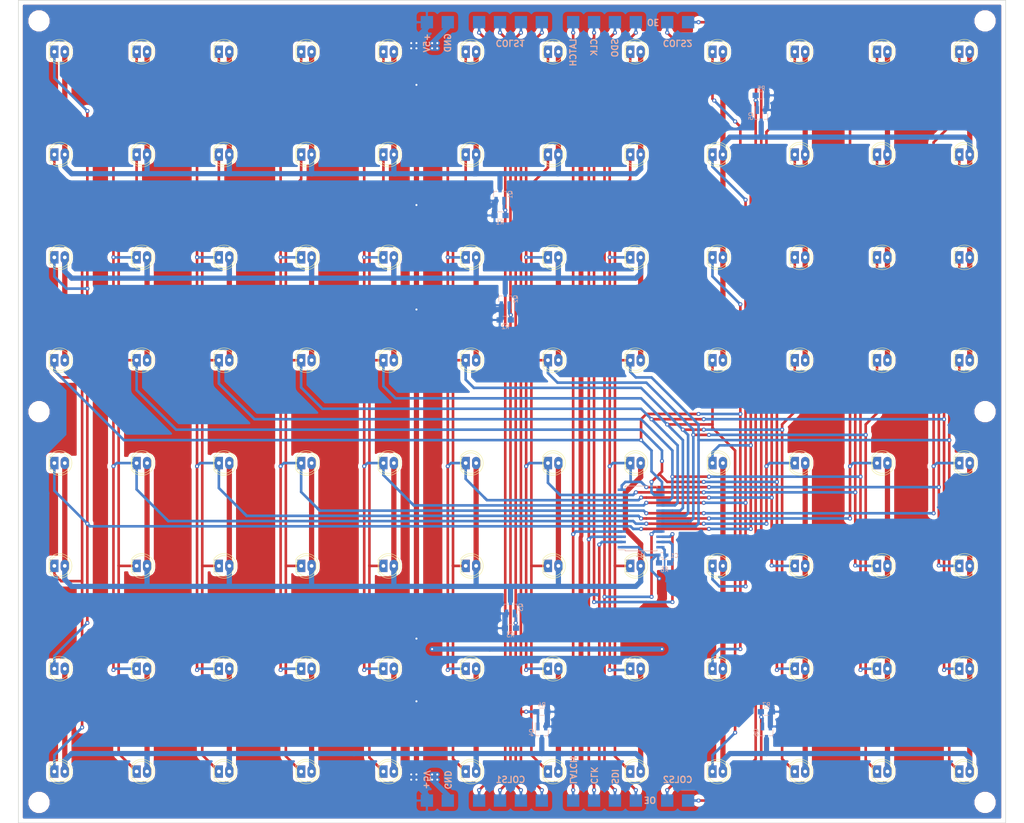
<source format=kicad_pcb>
(kicad_pcb (version 4) (host pcbnew 4.0.7-e2-6376~58~ubuntu17.04.1)
  (layers (0 F.Cu signal) (31 B.Cu signal) (34 B.Paste user) (35 F.Paste user) (36 B.SilkS user) (37 F.SilkS user) (38 B.Mask user) (39 F.Mask user) (44 Edge.Cuts user))
  (net 0 "")
  (net 1 L0)
  (net 2 "Net-(D1-Pad2)")
  (net 3 L1)
  (net 4 L2)
  (net 5 L3)
  (net 6 L4)
  (net 7 L5)
  (net 8 L6)
  (net 9 L7)
  (net 10 L8)
  (net 11 L9)
  (net 12 L10)
  (net 13 L11)
  (net 14 L12)
  (net 15 L13)
  (net 16 L14)
  (net 17 L15)
  (net 18 "Net-(D65-Pad2)")
  (net 19 "Net-(J1-Pad1)")
  (net 20 GND)
  (net 21 +5V)
  (net 22 "Net-(D17-Pad2)")
  (net 23 "Net-(D33-Pad2)")
  (net 24 "Net-(D49-Pad2)")
  (net 25 "Net-(D81-Pad2)")
  (net 26 "Net-(J11-Pad2)")
  (net 27 "Net-(J11-Pad3)")
  (net 28 "Net-(J11-Pad22)")
  (net 29 "Net-(J11-Pad4)")
  (net 30 "Net-(J10-Pad1)")
  (net 31 "Net-(J12-Pad1)")
  (net 32 "Net-(J11-Pad23)")
  (net 33 "Net-(J14-Pad1)")
  (net 34 "Net-(J15-Pad1)")
  (net 35 "Net-(J16-Pad1)")
  (net 36 "Net-(J17-Pad1)")
  (module Measurement_Points:Measurement_Point_Square-SMD-Pad_Big (layer B.Cu) (at 127 209.55)
    (fp_text reference J1 hide)
    (fp_text value Conn_01x01)
    (pad 1 smd rect (at 0 0) (size 3 3) (layers B.Cu B.Mask) (net 19 "Net-(J1-Pad1)"))
  )
  (module Measurement_Points:Measurement_Point_Square-SMD-Pad_Big (layer B.Cu) (at 132.08 209.55)
    (fp_text reference J2 hide)
    (fp_text value Conn_01x01)
    (pad 1 smd rect (at 0 0) (size 3 3) (layers B.Cu B.Mask) (net 33 "Net-(J14-Pad1)"))
  )
  (module Measurement_Points:Measurement_Point_Square-SMD-Pad_Big (layer B.Cu) (at 137.16 209.55)
    (fp_text reference J3 hide)
    (fp_text value Conn_01x01)
    (pad 1 smd rect (at 0 0) (size 3 3) (layers B.Cu B.Mask) (net 34 "Net-(J15-Pad1)"))
  )
  (module Measurement_Points:Measurement_Point_Square-SMD-Pad_Big (layer B.Cu) (at 142.24 209.55)
    (fp_text reference J4 hide)
    (fp_text value Conn_01x01)
    (pad 1 smd rect (at 0 0) (size 3 3) (layers B.Cu B.Mask) (net 35 "Net-(J16-Pad1)"))
  )
  (module Measurement_Points:Measurement_Point_Square-SMD-Pad_Big (layer B.Cu) (at 172.72 20.32)
    (fp_text reference J5 hide)
    (fp_text value Conn_01x01)
    (pad 1 smd rect (at 0 0) (size 3 3) (layers B.Cu B.Mask) (net 36 "Net-(J17-Pad1)"))
  )
  (module Measurement_Points:Measurement_Point_Square-SMD-Pad_Big (layer B.Cu) (at 160.02 209.55)
    (fp_text reference J6 hide)
    (fp_text value Conn_01x01)
    (pad 1 smd rect (at 0 0) (size 3 3) (layers B.Cu B.Mask) (net 26 "Net-(J11-Pad2)"))
  )
  (module Measurement_Points:Measurement_Point_Square-SMD-Pad_Big (layer B.Cu) (at 154.94 209.55)
    (fp_text reference J7 hide)
    (fp_text value Conn_01x01)
    (pad 1 smd rect (at 0 0) (size 3 3) (layers B.Cu B.Mask) (net 27 "Net-(J11-Pad3)"))
  )
  (module Measurement_Points:Measurement_Point_Square-SMD-Pad_Big (layer B.Cu) (at 160.02 20.32)
    (fp_text reference J8 hide)
    (fp_text value Conn_01x01)
    (pad 1 smd rect (at 0 0) (size 3 3) (layers B.Cu B.Mask) (net 28 "Net-(J11-Pad22)"))
  )
  (module Measurement_Points:Measurement_Point_Square-SMD-Pad_Big (layer B.Cu) (at 149.86 209.55)
    (fp_text reference J9 hide)
    (fp_text value Conn_01x01)
    (pad 1 smd rect (at 0 0) (size 3 3) (layers B.Cu B.Mask) (net 29 "Net-(J11-Pad4)"))
  )
  (module Measurement_Points:Measurement_Point_Square-SMD-Pad_Big (layer B.Cu) (at 177.8 20.32)
    (fp_text reference J12 hide)
    (fp_text value Conn_01x01)
    (pad 1 smd rect (at 0 0) (size 3 3) (layers B.Cu B.Mask) (net 31 "Net-(J12-Pad1)"))
  )
  (module TO_SOT_Packages_SMD:SOT-23_Handsoldering (layer B.Cu) (at 132.08 62.23 90)
    (fp_text reference Q1 (at 0 2.5 90) (layer B.SilkS) (effects (justify mirror)))
    (fp_text value Q_PMOS_GSD)
    (pad 1 smd rect (at -1.5 0.95 90) (size 1.9 0.8) (layers B.Cu B.Paste B.Mask) (net 19 "Net-(J1-Pad1)"))
    (pad 2 smd rect (at -1.5 -0.95 90) (size 1.9 0.8) (layers B.Cu B.Paste B.Mask) (net 21 +5V))
    (pad 3 smd rect (at 1.5 0 90) (size 1.9 0.8) (layers B.Cu B.Paste B.Mask) (net 2 "Net-(D1-Pad2)"))
  )
  (module TO_SOT_Packages_SMD:SOT-23_Handsoldering (layer B.Cu) (at 133.35 87.63 90)
    (fp_text reference Q2 (at 0 2.5 90) (layer B.SilkS) (effects (justify mirror)))
    (fp_text value Q_PMOS_GSD)
    (pad 1 smd rect (at -1.5 0.95 90) (size 1.9 0.8) (layers B.Cu B.Paste B.Mask) (net 33 "Net-(J14-Pad1)"))
    (pad 2 smd rect (at -1.5 -0.95 90) (size 1.9 0.8) (layers B.Cu B.Paste B.Mask) (net 21 +5V))
    (pad 3 smd rect (at 1.5 0 90) (size 1.9 0.8) (layers B.Cu B.Paste B.Mask) (net 22 "Net-(D17-Pad2)"))
  )
  (module TO_SOT_Packages_SMD:SOT-23_Handsoldering (layer B.Cu) (at 134.62 162.56 90)
    (fp_text reference Q3 (at 0 2.5 90) (layer B.SilkS) (effects (justify mirror)))
    (fp_text value Q_PMOS_GSD)
    (pad 1 smd rect (at -1.5 0.95 90) (size 1.9 0.8) (layers B.Cu B.Paste B.Mask) (net 34 "Net-(J15-Pad1)"))
    (pad 2 smd rect (at -1.5 -0.95 90) (size 1.9 0.8) (layers B.Cu B.Paste B.Mask) (net 21 +5V))
    (pad 3 smd rect (at 1.5 0 90) (size 1.9 0.8) (layers B.Cu B.Paste B.Mask) (net 23 "Net-(D33-Pad2)"))
  )
  (module TO_SOT_Packages_SMD:SOT-23_Handsoldering (layer B.Cu) (at 142.24 193.04 270)
    (fp_text reference Q4 (at 0 2.5 270) (layer B.SilkS) (effects (justify mirror)))
    (fp_text value Q_PMOS_GSD)
    (pad 1 smd rect (at -1.5 0.95 270) (size 1.9 0.8) (layers B.Cu B.Paste B.Mask) (net 35 "Net-(J16-Pad1)"))
    (pad 2 smd rect (at -1.5 -0.95 270) (size 1.9 0.8) (layers B.Cu B.Paste B.Mask) (net 21 +5V))
    (pad 3 smd rect (at 1.5 0 270) (size 1.9 0.8) (layers B.Cu B.Paste B.Mask) (net 24 "Net-(D49-Pad2)"))
  )
  (module TO_SOT_Packages_SMD:SOT-23_Handsoldering (layer B.Cu) (at 195.58 43.18 270)
    (fp_text reference Q5 (at 0 2.5 270) (layer B.SilkS) (effects (justify mirror)))
    (fp_text value Q_PMOS_GSD)
    (pad 1 smd rect (at -1.5 0.95 270) (size 1.9 0.8) (layers B.Cu B.Paste B.Mask) (net 36 "Net-(J17-Pad1)"))
    (pad 2 smd rect (at -1.5 -0.95 270) (size 1.9 0.8) (layers B.Cu B.Paste B.Mask) (net 21 +5V))
    (pad 3 smd rect (at 1.5 0 270) (size 1.9 0.8) (layers B.Cu B.Paste B.Mask) (net 18 "Net-(D65-Pad2)"))
  )
  (module TO_SOT_Packages_SMD:SOT-23_Handsoldering (layer B.Cu) (at 196.85 193.04 270)
    (fp_text reference Q6 (at 0 2.5 270) (layer B.SilkS) (effects (justify mirror)))
    (fp_text value Q_PMOS_GSD)
    (pad 1 smd rect (at -1.5 0.95 270) (size 1.9 0.8) (layers B.Cu B.Paste B.Mask) (net 31 "Net-(J12-Pad1)"))
    (pad 2 smd rect (at -1.5 -0.95 270) (size 1.9 0.8) (layers B.Cu B.Paste B.Mask) (net 21 +5V))
    (pad 3 smd rect (at 1.5 0 270) (size 1.9 0.8) (layers B.Cu B.Paste B.Mask) (net 25 "Net-(D81-Pad2)"))
  )
  (module Resistors_SMD:R_0805_HandSoldering (layer B.Cu) (at 132.08 67.31)
    (fp_text reference R1 (at 0 1.7) (layer B.SilkS) (effects (justify mirror)))
    (fp_text value 10k)
    (pad 1 smd rect (at -1.35 0) (size 1.5 1.3) (layers B.Cu B.Paste B.Mask) (net 21 +5V))
    (pad 2 smd rect (at 1.35 0) (size 1.5 1.3) (layers B.Cu B.Paste B.Mask) (net 19 "Net-(J1-Pad1)"))
  )
  (module Resistors_SMD:R_0805_HandSoldering (layer B.Cu) (at 133.35 92.71)
    (fp_text reference R2 (at 0 1.7) (layer B.SilkS) (effects (justify mirror)))
    (fp_text value 10k)
    (pad 1 smd rect (at -1.35 0) (size 1.5 1.3) (layers B.Cu B.Paste B.Mask) (net 21 +5V))
    (pad 2 smd rect (at 1.35 0) (size 1.5 1.3) (layers B.Cu B.Paste B.Mask) (net 33 "Net-(J14-Pad1)"))
  )
  (module Resistors_SMD:R_0805_HandSoldering (layer B.Cu) (at 134.62 167.64)
    (fp_text reference R3 (at 0 1.7) (layer B.SilkS) (effects (justify mirror)))
    (fp_text value 10k)
    (pad 1 smd rect (at -1.35 0) (size 1.5 1.3) (layers B.Cu B.Paste B.Mask) (net 21 +5V))
    (pad 2 smd rect (at 1.35 0) (size 1.5 1.3) (layers B.Cu B.Paste B.Mask) (net 34 "Net-(J15-Pad1)"))
  )
  (module Resistors_SMD:R_0805_HandSoldering (layer B.Cu) (at 142.24 187.96 180)
    (fp_text reference R4 (at 0 1.7 180) (layer B.SilkS) (effects (justify mirror)))
    (fp_text value 10k)
    (pad 1 smd rect (at -1.35 0 180) (size 1.5 1.3) (layers B.Cu B.Paste B.Mask) (net 21 +5V))
    (pad 2 smd rect (at 1.35 0 180) (size 1.5 1.3) (layers B.Cu B.Paste B.Mask) (net 35 "Net-(J16-Pad1)"))
  )
  (module Resistors_SMD:R_0805_HandSoldering (layer B.Cu) (at 195.58 38.1 180)
    (fp_text reference R5 (at 0 1.7 180) (layer B.SilkS) (effects (justify mirror)))
    (fp_text value 10k)
    (pad 1 smd rect (at -1.35 0 180) (size 1.5 1.3) (layers B.Cu B.Paste B.Mask) (net 21 +5V))
    (pad 2 smd rect (at 1.35 0 180) (size 1.5 1.3) (layers B.Cu B.Paste B.Mask) (net 36 "Net-(J17-Pad1)"))
  )
  (module Resistors_SMD:R_0805_HandSoldering (layer B.Cu) (at 172.085 151.765)
    (fp_text reference R6 (at 0 1.7) (layer B.SilkS) (effects (justify mirror)))
    (fp_text value R)
    (pad 1 smd rect (at -1.35 0) (size 1.5 1.3) (layers B.Cu B.Paste B.Mask) (net 20 GND))
    (pad 2 smd rect (at 1.35 0) (size 1.5 1.3) (layers B.Cu B.Paste B.Mask) (net 32 "Net-(J11-Pad23)"))
  )
  (module Resistors_SMD:R_0805_HandSoldering (layer B.Cu) (at 196.85 187.96 180)
    (fp_text reference R7 (at 0 1.7 180) (layer B.SilkS) (effects (justify mirror)))
    (fp_text value 10k)
    (pad 1 smd rect (at -1.35 0 180) (size 1.5 1.3) (layers B.Cu B.Paste B.Mask) (net 21 +5V))
    (pad 2 smd rect (at 1.35 0 180) (size 1.5 1.3) (layers B.Cu B.Paste B.Mask) (net 31 "Net-(J12-Pad1)"))
  )
  (module led5mm:LED_D5.0mm (layer F.Cu) (at 25 27.5)
    (fp_text reference D1 hide)
    (fp_text value LED)
    (pad 1 thru_hole rect (at -1.27 0) (size 2 3) (drill 0.9) (layers *.Cu *.Mask) (net 1 L0))
    (pad 2 thru_hole oval (at 1.27 0) (size 2 3) (drill 0.9) (layers *.Cu *.Mask) (net 2 "Net-(D1-Pad2)"))
  )
  (module led5mm:LED_D5.0mm (layer F.Cu) (at 45 27.5)
    (fp_text reference D2 hide)
    (fp_text value LED)
    (pad 1 thru_hole rect (at -1.27 0) (size 2 3) (drill 0.9) (layers *.Cu *.Mask) (net 3 L1))
    (pad 2 thru_hole oval (at 1.27 0) (size 2 3) (drill 0.9) (layers *.Cu *.Mask) (net 2 "Net-(D1-Pad2)"))
  )
  (module led5mm:LED_D5.0mm (layer F.Cu) (at 65 27.5)
    (fp_text reference D3 hide)
    (fp_text value LED)
    (pad 1 thru_hole rect (at -1.27 0) (size 2 3) (drill 0.9) (layers *.Cu *.Mask) (net 4 L2))
    (pad 2 thru_hole oval (at 1.27 0) (size 2 3) (drill 0.9) (layers *.Cu *.Mask) (net 2 "Net-(D1-Pad2)"))
  )
  (module led5mm:LED_D5.0mm (layer F.Cu) (at 85 27.5)
    (fp_text reference D4 hide)
    (fp_text value LED)
    (pad 1 thru_hole rect (at -1.27 0) (size 2 3) (drill 0.9) (layers *.Cu *.Mask) (net 5 L3))
    (pad 2 thru_hole oval (at 1.27 0) (size 2 3) (drill 0.9) (layers *.Cu *.Mask) (net 2 "Net-(D1-Pad2)"))
  )
  (module led5mm:LED_D5.0mm (layer F.Cu) (at 105 27.5)
    (fp_text reference D5 hide)
    (fp_text value LED)
    (pad 1 thru_hole rect (at -1.27 0) (size 2 3) (drill 0.9) (layers *.Cu *.Mask) (net 6 L4))
    (pad 2 thru_hole oval (at 1.27 0) (size 2 3) (drill 0.9) (layers *.Cu *.Mask) (net 2 "Net-(D1-Pad2)"))
  )
  (module led5mm:LED_D5.0mm (layer F.Cu) (at 125 27.5)
    (fp_text reference D6 hide)
    (fp_text value LED)
    (pad 1 thru_hole rect (at -1.27 0) (size 2 3) (drill 0.9) (layers *.Cu *.Mask) (net 7 L5))
    (pad 2 thru_hole oval (at 1.27 0) (size 2 3) (drill 0.9) (layers *.Cu *.Mask) (net 2 "Net-(D1-Pad2)"))
  )
  (module led5mm:LED_D5.0mm (layer F.Cu) (at 145 27.5)
    (fp_text reference D7 hide)
    (fp_text value LED)
    (pad 1 thru_hole rect (at -1.27 0) (size 2 3) (drill 0.9) (layers *.Cu *.Mask) (net 8 L6))
    (pad 2 thru_hole oval (at 1.27 0) (size 2 3) (drill 0.9) (layers *.Cu *.Mask) (net 2 "Net-(D1-Pad2)"))
  )
  (module led5mm:LED_D5.0mm (layer F.Cu) (at 165 27.5)
    (fp_text reference D8 hide)
    (fp_text value LED)
    (pad 1 thru_hole rect (at -1.27 0) (size 2 3) (drill 0.9) (layers *.Cu *.Mask) (net 9 L7))
    (pad 2 thru_hole oval (at 1.27 0) (size 2 3) (drill 0.9) (layers *.Cu *.Mask) (net 2 "Net-(D1-Pad2)"))
  )
  (module led5mm:LED_D5.0mm (layer F.Cu) (at 25 52.5)
    (fp_text reference D9 hide)
    (fp_text value LED)
    (pad 1 thru_hole rect (at -1.27 0) (size 2 3) (drill 0.9) (layers *.Cu *.Mask) (net 10 L8))
    (pad 2 thru_hole oval (at 1.27 0) (size 2 3) (drill 0.9) (layers *.Cu *.Mask) (net 2 "Net-(D1-Pad2)"))
  )
  (module led5mm:LED_D5.0mm (layer F.Cu) (at 45 52.5)
    (fp_text reference D10 hide)
    (fp_text value LED)
    (pad 1 thru_hole rect (at -1.27 0) (size 2 3) (drill 0.9) (layers *.Cu *.Mask) (net 11 L9))
    (pad 2 thru_hole oval (at 1.27 0) (size 2 3) (drill 0.9) (layers *.Cu *.Mask) (net 2 "Net-(D1-Pad2)"))
  )
  (module led5mm:LED_D5.0mm (layer F.Cu) (at 65 52.5)
    (fp_text reference D11 hide)
    (fp_text value LED)
    (pad 1 thru_hole rect (at -1.27 0) (size 2 3) (drill 0.9) (layers *.Cu *.Mask) (net 12 L10))
    (pad 2 thru_hole oval (at 1.27 0) (size 2 3) (drill 0.9) (layers *.Cu *.Mask) (net 2 "Net-(D1-Pad2)"))
  )
  (module led5mm:LED_D5.0mm (layer F.Cu) (at 85 52.5)
    (fp_text reference D12 hide)
    (fp_text value LED)
    (pad 1 thru_hole rect (at -1.27 0) (size 2 3) (drill 0.9) (layers *.Cu *.Mask) (net 13 L11))
    (pad 2 thru_hole oval (at 1.27 0) (size 2 3) (drill 0.9) (layers *.Cu *.Mask) (net 2 "Net-(D1-Pad2)"))
  )
  (module led5mm:LED_D5.0mm (layer F.Cu) (at 105 52.5)
    (fp_text reference D13 hide)
    (fp_text value LED)
    (pad 1 thru_hole rect (at -1.27 0) (size 2 3) (drill 0.9) (layers *.Cu *.Mask) (net 14 L12))
    (pad 2 thru_hole oval (at 1.27 0) (size 2 3) (drill 0.9) (layers *.Cu *.Mask) (net 2 "Net-(D1-Pad2)"))
  )
  (module led5mm:LED_D5.0mm (layer F.Cu) (at 125 52.5)
    (fp_text reference D14 hide)
    (fp_text value LED)
    (pad 1 thru_hole rect (at -1.27 0) (size 2 3) (drill 0.9) (layers *.Cu *.Mask) (net 15 L13))
    (pad 2 thru_hole oval (at 1.27 0) (size 2 3) (drill 0.9) (layers *.Cu *.Mask) (net 2 "Net-(D1-Pad2)"))
  )
  (module led5mm:LED_D5.0mm (layer F.Cu) (at 145 52.5)
    (fp_text reference D15 hide)
    (fp_text value LED)
    (pad 1 thru_hole rect (at -1.27 0) (size 2 3) (drill 0.9) (layers *.Cu *.Mask) (net 16 L14))
    (pad 2 thru_hole oval (at 1.27 0) (size 2 3) (drill 0.9) (layers *.Cu *.Mask) (net 2 "Net-(D1-Pad2)"))
  )
  (module led5mm:LED_D5.0mm (layer F.Cu) (at 165 52.5)
    (fp_text reference D16 hide)
    (fp_text value LED)
    (pad 1 thru_hole rect (at -1.27 0) (size 2 3) (drill 0.9) (layers *.Cu *.Mask) (net 17 L15))
    (pad 2 thru_hole oval (at 1.27 0) (size 2 3) (drill 0.9) (layers *.Cu *.Mask) (net 2 "Net-(D1-Pad2)"))
  )
  (module led5mm:LED_D5.0mm (layer F.Cu) (at 25 77.5)
    (fp_text reference D17 hide)
    (fp_text value LED)
    (pad 1 thru_hole rect (at -1.27 0) (size 2 3) (drill 0.9) (layers *.Cu *.Mask) (net 1 L0))
    (pad 2 thru_hole oval (at 1.27 0) (size 2 3) (drill 0.9) (layers *.Cu *.Mask) (net 22 "Net-(D17-Pad2)"))
  )
  (module led5mm:LED_D5.0mm (layer F.Cu) (at 45 77.5)
    (fp_text reference D18 hide)
    (fp_text value LED)
    (pad 1 thru_hole rect (at -1.27 0) (size 2 3) (drill 0.9) (layers *.Cu *.Mask) (net 3 L1))
    (pad 2 thru_hole oval (at 1.27 0) (size 2 3) (drill 0.9) (layers *.Cu *.Mask) (net 22 "Net-(D17-Pad2)"))
  )
  (module led5mm:LED_D5.0mm (layer F.Cu) (at 65 77.5)
    (fp_text reference D19 hide)
    (fp_text value LED)
    (pad 1 thru_hole rect (at -1.27 0) (size 2 3) (drill 0.9) (layers *.Cu *.Mask) (net 4 L2))
    (pad 2 thru_hole oval (at 1.27 0) (size 2 3) (drill 0.9) (layers *.Cu *.Mask) (net 22 "Net-(D17-Pad2)"))
  )
  (module led5mm:LED_D5.0mm (layer F.Cu) (at 85 77.5)
    (fp_text reference D20 hide)
    (fp_text value LED)
    (pad 1 thru_hole rect (at -1.27 0) (size 2 3) (drill 0.9) (layers *.Cu *.Mask) (net 5 L3))
    (pad 2 thru_hole oval (at 1.27 0) (size 2 3) (drill 0.9) (layers *.Cu *.Mask) (net 22 "Net-(D17-Pad2)"))
  )
  (module led5mm:LED_D5.0mm (layer F.Cu) (at 105 77.5)
    (fp_text reference D21 hide)
    (fp_text value LED)
    (pad 1 thru_hole rect (at -1.27 0) (size 2 3) (drill 0.9) (layers *.Cu *.Mask) (net 6 L4))
    (pad 2 thru_hole oval (at 1.27 0) (size 2 3) (drill 0.9) (layers *.Cu *.Mask) (net 22 "Net-(D17-Pad2)"))
  )
  (module led5mm:LED_D5.0mm (layer F.Cu) (at 125 77.5)
    (fp_text reference D22 hide)
    (fp_text value LED)
    (pad 1 thru_hole rect (at -1.27 0) (size 2 3) (drill 0.9) (layers *.Cu *.Mask) (net 7 L5))
    (pad 2 thru_hole oval (at 1.27 0) (size 2 3) (drill 0.9) (layers *.Cu *.Mask) (net 22 "Net-(D17-Pad2)"))
  )
  (module led5mm:LED_D5.0mm (layer F.Cu) (at 145 77.5)
    (fp_text reference D23 hide)
    (fp_text value LED)
    (pad 1 thru_hole rect (at -1.27 0) (size 2 3) (drill 0.9) (layers *.Cu *.Mask) (net 8 L6))
    (pad 2 thru_hole oval (at 1.27 0) (size 2 3) (drill 0.9) (layers *.Cu *.Mask) (net 22 "Net-(D17-Pad2)"))
  )
  (module led5mm:LED_D5.0mm (layer F.Cu) (at 165 77.5)
    (fp_text reference D24 hide)
    (fp_text value LED)
    (pad 1 thru_hole rect (at -1.27 0) (size 2 3) (drill 0.9) (layers *.Cu *.Mask) (net 9 L7))
    (pad 2 thru_hole oval (at 1.27 0) (size 2 3) (drill 0.9) (layers *.Cu *.Mask) (net 22 "Net-(D17-Pad2)"))
  )
  (module led5mm:LED_D5.0mm (layer F.Cu) (at 25 102.5)
    (fp_text reference D25 hide)
    (fp_text value LED)
    (pad 1 thru_hole rect (at -1.27 0) (size 2 3) (drill 0.9) (layers *.Cu *.Mask) (net 10 L8))
    (pad 2 thru_hole oval (at 1.27 0) (size 2 3) (drill 0.9) (layers *.Cu *.Mask) (net 22 "Net-(D17-Pad2)"))
  )
  (module led5mm:LED_D5.0mm (layer F.Cu) (at 45 102.5)
    (fp_text reference D26 hide)
    (fp_text value LED)
    (pad 1 thru_hole rect (at -1.27 0) (size 2 3) (drill 0.9) (layers *.Cu *.Mask) (net 11 L9))
    (pad 2 thru_hole oval (at 1.27 0) (size 2 3) (drill 0.9) (layers *.Cu *.Mask) (net 22 "Net-(D17-Pad2)"))
  )
  (module led5mm:LED_D5.0mm (layer F.Cu) (at 65 102.5)
    (fp_text reference D27 hide)
    (fp_text value LED)
    (pad 1 thru_hole rect (at -1.27 0) (size 2 3) (drill 0.9) (layers *.Cu *.Mask) (net 12 L10))
    (pad 2 thru_hole oval (at 1.27 0) (size 2 3) (drill 0.9) (layers *.Cu *.Mask) (net 22 "Net-(D17-Pad2)"))
  )
  (module led5mm:LED_D5.0mm (layer F.Cu) (at 85 102.5)
    (fp_text reference D28 hide)
    (fp_text value LED)
    (pad 1 thru_hole rect (at -1.27 0) (size 2 3) (drill 0.9) (layers *.Cu *.Mask) (net 13 L11))
    (pad 2 thru_hole oval (at 1.27 0) (size 2 3) (drill 0.9) (layers *.Cu *.Mask) (net 22 "Net-(D17-Pad2)"))
  )
  (module led5mm:LED_D5.0mm (layer F.Cu) (at 105 102.5)
    (fp_text reference D29 hide)
    (fp_text value LED)
    (pad 1 thru_hole rect (at -1.27 0) (size 2 3) (drill 0.9) (layers *.Cu *.Mask) (net 14 L12))
    (pad 2 thru_hole oval (at 1.27 0) (size 2 3) (drill 0.9) (layers *.Cu *.Mask) (net 22 "Net-(D17-Pad2)"))
  )
  (module led5mm:LED_D5.0mm (layer F.Cu) (at 125 102.5)
    (fp_text reference D30 hide)
    (fp_text value LED)
    (pad 1 thru_hole rect (at -1.27 0) (size 2 3) (drill 0.9) (layers *.Cu *.Mask) (net 15 L13))
    (pad 2 thru_hole oval (at 1.27 0) (size 2 3) (drill 0.9) (layers *.Cu *.Mask) (net 22 "Net-(D17-Pad2)"))
  )
  (module led5mm:LED_D5.0mm (layer F.Cu) (at 145 102.5)
    (fp_text reference D31 hide)
    (fp_text value LED)
    (pad 1 thru_hole rect (at -1.27 0) (size 2 3) (drill 0.9) (layers *.Cu *.Mask) (net 16 L14))
    (pad 2 thru_hole oval (at 1.27 0) (size 2 3) (drill 0.9) (layers *.Cu *.Mask) (net 22 "Net-(D17-Pad2)"))
  )
  (module led5mm:LED_D5.0mm (layer F.Cu) (at 165 102.5)
    (fp_text reference D32 hide)
    (fp_text value LED)
    (pad 1 thru_hole rect (at -1.27 0) (size 2 3) (drill 0.9) (layers *.Cu *.Mask) (net 17 L15))
    (pad 2 thru_hole oval (at 1.27 0) (size 2 3) (drill 0.9) (layers *.Cu *.Mask) (net 22 "Net-(D17-Pad2)"))
  )
  (module led5mm:LED_D5.0mm (layer F.Cu) (at 25 127.5)
    (fp_text reference D33 hide)
    (fp_text value LED)
    (pad 1 thru_hole rect (at -1.27 0) (size 2 3) (drill 0.9) (layers *.Cu *.Mask) (net 1 L0))
    (pad 2 thru_hole oval (at 1.27 0) (size 2 3) (drill 0.9) (layers *.Cu *.Mask) (net 23 "Net-(D33-Pad2)"))
  )
  (module led5mm:LED_D5.0mm (layer F.Cu) (at 45 127.5)
    (fp_text reference D34 hide)
    (fp_text value LED)
    (pad 1 thru_hole rect (at -1.27 0) (size 2 3) (drill 0.9) (layers *.Cu *.Mask) (net 3 L1))
    (pad 2 thru_hole oval (at 1.27 0) (size 2 3) (drill 0.9) (layers *.Cu *.Mask) (net 23 "Net-(D33-Pad2)"))
  )
  (module led5mm:LED_D5.0mm (layer F.Cu) (at 65 127.5)
    (fp_text reference D35 hide)
    (fp_text value LED)
    (pad 1 thru_hole rect (at -1.27 0) (size 2 3) (drill 0.9) (layers *.Cu *.Mask) (net 4 L2))
    (pad 2 thru_hole oval (at 1.27 0) (size 2 3) (drill 0.9) (layers *.Cu *.Mask) (net 23 "Net-(D33-Pad2)"))
  )
  (module led5mm:LED_D5.0mm (layer F.Cu) (at 85 127.5)
    (fp_text reference D36 hide)
    (fp_text value LED)
    (pad 1 thru_hole rect (at -1.27 0) (size 2 3) (drill 0.9) (layers *.Cu *.Mask) (net 5 L3))
    (pad 2 thru_hole oval (at 1.27 0) (size 2 3) (drill 0.9) (layers *.Cu *.Mask) (net 23 "Net-(D33-Pad2)"))
  )
  (module led5mm:LED_D5.0mm (layer F.Cu) (at 105 127.5)
    (fp_text reference D37 hide)
    (fp_text value LED)
    (pad 1 thru_hole rect (at -1.27 0) (size 2 3) (drill 0.9) (layers *.Cu *.Mask) (net 6 L4))
    (pad 2 thru_hole oval (at 1.27 0) (size 2 3) (drill 0.9) (layers *.Cu *.Mask) (net 23 "Net-(D33-Pad2)"))
  )
  (module led5mm:LED_D5.0mm (layer F.Cu) (at 125 127.5)
    (fp_text reference D38 hide)
    (fp_text value LED)
    (pad 1 thru_hole rect (at -1.27 0) (size 2 3) (drill 0.9) (layers *.Cu *.Mask) (net 7 L5))
    (pad 2 thru_hole oval (at 1.27 0) (size 2 3) (drill 0.9) (layers *.Cu *.Mask) (net 23 "Net-(D33-Pad2)"))
  )
  (module led5mm:LED_D5.0mm (layer F.Cu) (at 145 127.5)
    (fp_text reference D39 hide)
    (fp_text value LED)
    (pad 1 thru_hole rect (at -1.27 0) (size 2 3) (drill 0.9) (layers *.Cu *.Mask) (net 8 L6))
    (pad 2 thru_hole oval (at 1.27 0) (size 2 3) (drill 0.9) (layers *.Cu *.Mask) (net 23 "Net-(D33-Pad2)"))
  )
  (module led5mm:LED_D5.0mm (layer F.Cu) (at 165 127.5)
    (fp_text reference D40 hide)
    (fp_text value LED)
    (pad 1 thru_hole rect (at -1.27 0) (size 2 3) (drill 0.9) (layers *.Cu *.Mask) (net 9 L7))
    (pad 2 thru_hole oval (at 1.27 0) (size 2 3) (drill 0.9) (layers *.Cu *.Mask) (net 23 "Net-(D33-Pad2)"))
  )
  (module led5mm:LED_D5.0mm (layer F.Cu) (at 25 152.5)
    (fp_text reference D41 hide)
    (fp_text value LED)
    (pad 1 thru_hole rect (at -1.27 0) (size 2 3) (drill 0.9) (layers *.Cu *.Mask) (net 10 L8))
    (pad 2 thru_hole oval (at 1.27 0) (size 2 3) (drill 0.9) (layers *.Cu *.Mask) (net 23 "Net-(D33-Pad2)"))
  )
  (module led5mm:LED_D5.0mm (layer F.Cu) (at 45 152.5)
    (fp_text reference D42 hide)
    (fp_text value LED)
    (pad 1 thru_hole rect (at -1.27 0) (size 2 3) (drill 0.9) (layers *.Cu *.Mask) (net 11 L9))
    (pad 2 thru_hole oval (at 1.27 0) (size 2 3) (drill 0.9) (layers *.Cu *.Mask) (net 23 "Net-(D33-Pad2)"))
  )
  (module led5mm:LED_D5.0mm (layer F.Cu) (at 65 152.5)
    (fp_text reference D43 hide)
    (fp_text value LED)
    (pad 1 thru_hole rect (at -1.27 0) (size 2 3) (drill 0.9) (layers *.Cu *.Mask) (net 12 L10))
    (pad 2 thru_hole oval (at 1.27 0) (size 2 3) (drill 0.9) (layers *.Cu *.Mask) (net 23 "Net-(D33-Pad2)"))
  )
  (module led5mm:LED_D5.0mm (layer F.Cu) (at 85 152.5)
    (fp_text reference D44 hide)
    (fp_text value LED)
    (pad 1 thru_hole rect (at -1.27 0) (size 2 3) (drill 0.9) (layers *.Cu *.Mask) (net 13 L11))
    (pad 2 thru_hole oval (at 1.27 0) (size 2 3) (drill 0.9) (layers *.Cu *.Mask) (net 23 "Net-(D33-Pad2)"))
  )
  (module led5mm:LED_D5.0mm (layer F.Cu) (at 105 152.5)
    (fp_text reference D45 hide)
    (fp_text value LED)
    (pad 1 thru_hole rect (at -1.27 0) (size 2 3) (drill 0.9) (layers *.Cu *.Mask) (net 14 L12))
    (pad 2 thru_hole oval (at 1.27 0) (size 2 3) (drill 0.9) (layers *.Cu *.Mask) (net 23 "Net-(D33-Pad2)"))
  )
  (module led5mm:LED_D5.0mm (layer F.Cu) (at 125 152.5)
    (fp_text reference D46 hide)
    (fp_text value LED)
    (pad 1 thru_hole rect (at -1.27 0) (size 2 3) (drill 0.9) (layers *.Cu *.Mask) (net 15 L13))
    (pad 2 thru_hole oval (at 1.27 0) (size 2 3) (drill 0.9) (layers *.Cu *.Mask) (net 23 "Net-(D33-Pad2)"))
  )
  (module led5mm:LED_D5.0mm (layer F.Cu) (at 145 152.5)
    (fp_text reference D47 hide)
    (fp_text value LED)
    (pad 1 thru_hole rect (at -1.27 0) (size 2 3) (drill 0.9) (layers *.Cu *.Mask) (net 16 L14))
    (pad 2 thru_hole oval (at 1.27 0) (size 2 3) (drill 0.9) (layers *.Cu *.Mask) (net 23 "Net-(D33-Pad2)"))
  )
  (module led5mm:LED_D5.0mm (layer F.Cu) (at 165 152.5)
    (fp_text reference D48 hide)
    (fp_text value LED)
    (pad 1 thru_hole rect (at -1.27 0) (size 2 3) (drill 0.9) (layers *.Cu *.Mask) (net 17 L15))
    (pad 2 thru_hole oval (at 1.27 0) (size 2 3) (drill 0.9) (layers *.Cu *.Mask) (net 23 "Net-(D33-Pad2)"))
  )
  (module led5mm:LED_D5.0mm (layer F.Cu) (at 25 177.5)
    (fp_text reference D49 hide)
    (fp_text value LED)
    (pad 1 thru_hole rect (at -1.27 0) (size 2 3) (drill 0.9) (layers *.Cu *.Mask) (net 1 L0))
    (pad 2 thru_hole oval (at 1.27 0) (size 2 3) (drill 0.9) (layers *.Cu *.Mask) (net 24 "Net-(D49-Pad2)"))
  )
  (module led5mm:LED_D5.0mm (layer F.Cu) (at 45 177.5)
    (fp_text reference D50 hide)
    (fp_text value LED)
    (pad 1 thru_hole rect (at -1.27 0) (size 2 3) (drill 0.9) (layers *.Cu *.Mask) (net 3 L1))
    (pad 2 thru_hole oval (at 1.27 0) (size 2 3) (drill 0.9) (layers *.Cu *.Mask) (net 24 "Net-(D49-Pad2)"))
  )
  (module led5mm:LED_D5.0mm (layer F.Cu) (at 65 177.5)
    (fp_text reference D51 hide)
    (fp_text value LED)
    (pad 1 thru_hole rect (at -1.27 0) (size 2 3) (drill 0.9) (layers *.Cu *.Mask) (net 4 L2))
    (pad 2 thru_hole oval (at 1.27 0) (size 2 3) (drill 0.9) (layers *.Cu *.Mask) (net 24 "Net-(D49-Pad2)"))
  )
  (module led5mm:LED_D5.0mm (layer F.Cu) (at 85 177.5)
    (fp_text reference D52 hide)
    (fp_text value LED)
    (pad 1 thru_hole rect (at -1.27 0) (size 2 3) (drill 0.9) (layers *.Cu *.Mask) (net 5 L3))
    (pad 2 thru_hole oval (at 1.27 0) (size 2 3) (drill 0.9) (layers *.Cu *.Mask) (net 24 "Net-(D49-Pad2)"))
  )
  (module led5mm:LED_D5.0mm (layer F.Cu) (at 105 177.5)
    (fp_text reference D53 hide)
    (fp_text value LED)
    (pad 1 thru_hole rect (at -1.27 0) (size 2 3) (drill 0.9) (layers *.Cu *.Mask) (net 6 L4))
    (pad 2 thru_hole oval (at 1.27 0) (size 2 3) (drill 0.9) (layers *.Cu *.Mask) (net 24 "Net-(D49-Pad2)"))
  )
  (module led5mm:LED_D5.0mm (layer F.Cu) (at 125 177.5)
    (fp_text reference D54 hide)
    (fp_text value LED)
    (pad 1 thru_hole rect (at -1.27 0) (size 2 3) (drill 0.9) (layers *.Cu *.Mask) (net 7 L5))
    (pad 2 thru_hole oval (at 1.27 0) (size 2 3) (drill 0.9) (layers *.Cu *.Mask) (net 24 "Net-(D49-Pad2)"))
  )
  (module led5mm:LED_D5.0mm (layer F.Cu) (at 145 177.5)
    (fp_text reference D55 hide)
    (fp_text value LED)
    (pad 1 thru_hole rect (at -1.27 0) (size 2 3) (drill 0.9) (layers *.Cu *.Mask) (net 8 L6))
    (pad 2 thru_hole oval (at 1.27 0) (size 2 3) (drill 0.9) (layers *.Cu *.Mask) (net 24 "Net-(D49-Pad2)"))
  )
  (module led5mm:LED_D5.0mm (layer F.Cu) (at 165 177.5)
    (fp_text reference D56 hide)
    (fp_text value LED)
    (pad 1 thru_hole rect (at -1.27 0) (size 2 3) (drill 0.9) (layers *.Cu *.Mask) (net 9 L7))
    (pad 2 thru_hole oval (at 1.27 0) (size 2 3) (drill 0.9) (layers *.Cu *.Mask) (net 24 "Net-(D49-Pad2)"))
  )
  (module led5mm:LED_D5.0mm (layer F.Cu) (at 25 202.5)
    (fp_text reference D57 hide)
    (fp_text value LED)
    (pad 1 thru_hole rect (at -1.27 0) (size 2 3) (drill 0.9) (layers *.Cu *.Mask) (net 10 L8))
    (pad 2 thru_hole oval (at 1.27 0) (size 2 3) (drill 0.9) (layers *.Cu *.Mask) (net 24 "Net-(D49-Pad2)"))
  )
  (module led5mm:LED_D5.0mm (layer F.Cu) (at 45 202.5)
    (fp_text reference D58 hide)
    (fp_text value LED)
    (pad 1 thru_hole rect (at -1.27 0) (size 2 3) (drill 0.9) (layers *.Cu *.Mask) (net 11 L9))
    (pad 2 thru_hole oval (at 1.27 0) (size 2 3) (drill 0.9) (layers *.Cu *.Mask) (net 24 "Net-(D49-Pad2)"))
  )
  (module led5mm:LED_D5.0mm (layer F.Cu) (at 65 202.5)
    (fp_text reference D59 hide)
    (fp_text value LED)
    (pad 1 thru_hole rect (at -1.27 0) (size 2 3) (drill 0.9) (layers *.Cu *.Mask) (net 12 L10))
    (pad 2 thru_hole oval (at 1.27 0) (size 2 3) (drill 0.9) (layers *.Cu *.Mask) (net 24 "Net-(D49-Pad2)"))
  )
  (module led5mm:LED_D5.0mm (layer F.Cu) (at 85 202.5)
    (fp_text reference D60 hide)
    (fp_text value LED)
    (pad 1 thru_hole rect (at -1.27 0) (size 2 3) (drill 0.9) (layers *.Cu *.Mask) (net 13 L11))
    (pad 2 thru_hole oval (at 1.27 0) (size 2 3) (drill 0.9) (layers *.Cu *.Mask) (net 24 "Net-(D49-Pad2)"))
  )
  (module led5mm:LED_D5.0mm (layer F.Cu) (at 105 202.5)
    (fp_text reference D61 hide)
    (fp_text value LED)
    (pad 1 thru_hole rect (at -1.27 0) (size 2 3) (drill 0.9) (layers *.Cu *.Mask) (net 14 L12))
    (pad 2 thru_hole oval (at 1.27 0) (size 2 3) (drill 0.9) (layers *.Cu *.Mask) (net 24 "Net-(D49-Pad2)"))
  )
  (module led5mm:LED_D5.0mm (layer F.Cu) (at 125 202.5)
    (fp_text reference D62 hide)
    (fp_text value LED)
    (pad 1 thru_hole rect (at -1.27 0) (size 2 3) (drill 0.9) (layers *.Cu *.Mask) (net 15 L13))
    (pad 2 thru_hole oval (at 1.27 0) (size 2 3) (drill 0.9) (layers *.Cu *.Mask) (net 24 "Net-(D49-Pad2)"))
  )
  (module led5mm:LED_D5.0mm (layer F.Cu) (at 145 202.5)
    (fp_text reference D63 hide)
    (fp_text value LED)
    (pad 1 thru_hole rect (at -1.27 0) (size 2 3) (drill 0.9) (layers *.Cu *.Mask) (net 16 L14))
    (pad 2 thru_hole oval (at 1.27 0) (size 2 3) (drill 0.9) (layers *.Cu *.Mask) (net 24 "Net-(D49-Pad2)"))
  )
  (module led5mm:LED_D5.0mm (layer F.Cu) (at 165 202.5)
    (fp_text reference D64 hide)
    (fp_text value LED)
    (pad 1 thru_hole rect (at -1.27 0) (size 2 3) (drill 0.9) (layers *.Cu *.Mask) (net 17 L15))
    (pad 2 thru_hole oval (at 1.27 0) (size 2 3) (drill 0.9) (layers *.Cu *.Mask) (net 24 "Net-(D49-Pad2)"))
  )
  (module led5mm:LED_D5.0mm (layer F.Cu) (at 185 27.5)
    (fp_text reference D65 hide)
    (fp_text value LED)
    (pad 1 thru_hole rect (at -1.27 0) (size 2 3) (drill 0.9) (layers *.Cu *.Mask) (net 1 L0))
    (pad 2 thru_hole oval (at 1.27 0) (size 2 3) (drill 0.9) (layers *.Cu *.Mask) (net 18 "Net-(D65-Pad2)"))
  )
  (module led5mm:LED_D5.0mm (layer F.Cu) (at 205 27.5)
    (fp_text reference D66 hide)
    (fp_text value LED)
    (pad 1 thru_hole rect (at -1.27 0) (size 2 3) (drill 0.9) (layers *.Cu *.Mask) (net 3 L1))
    (pad 2 thru_hole oval (at 1.27 0) (size 2 3) (drill 0.9) (layers *.Cu *.Mask) (net 18 "Net-(D65-Pad2)"))
  )
  (module led5mm:LED_D5.0mm (layer F.Cu) (at 225 27.5)
    (fp_text reference D67 hide)
    (fp_text value LED)
    (pad 1 thru_hole rect (at -1.27 0) (size 2 3) (drill 0.9) (layers *.Cu *.Mask) (net 4 L2))
    (pad 2 thru_hole oval (at 1.27 0) (size 2 3) (drill 0.9) (layers *.Cu *.Mask) (net 18 "Net-(D65-Pad2)"))
  )
  (module led5mm:LED_D5.0mm (layer F.Cu) (at 245 27.5)
    (fp_text reference D68 hide)
    (fp_text value LED)
    (pad 1 thru_hole rect (at -1.27 0) (size 2 3) (drill 0.9) (layers *.Cu *.Mask) (net 5 L3))
    (pad 2 thru_hole oval (at 1.27 0) (size 2 3) (drill 0.9) (layers *.Cu *.Mask) (net 18 "Net-(D65-Pad2)"))
  )
  (module led5mm:LED_D5.0mm (layer F.Cu) (at 185 52.5)
    (fp_text reference D69 hide)
    (fp_text value LED)
    (pad 1 thru_hole rect (at -1.27 0) (size 2 3) (drill 0.9) (layers *.Cu *.Mask) (net 6 L4))
    (pad 2 thru_hole oval (at 1.27 0) (size 2 3) (drill 0.9) (layers *.Cu *.Mask) (net 18 "Net-(D65-Pad2)"))
  )
  (module led5mm:LED_D5.0mm (layer F.Cu) (at 205 52.5)
    (fp_text reference D70 hide)
    (fp_text value LED)
    (pad 1 thru_hole rect (at -1.27 0) (size 2 3) (drill 0.9) (layers *.Cu *.Mask) (net 7 L5))
    (pad 2 thru_hole oval (at 1.27 0) (size 2 3) (drill 0.9) (layers *.Cu *.Mask) (net 18 "Net-(D65-Pad2)"))
  )
  (module led5mm:LED_D5.0mm (layer F.Cu) (at 225 52.5)
    (fp_text reference D71 hide)
    (fp_text value LED)
    (pad 1 thru_hole rect (at -1.27 0) (size 2 3) (drill 0.9) (layers *.Cu *.Mask) (net 8 L6))
    (pad 2 thru_hole oval (at 1.27 0) (size 2 3) (drill 0.9) (layers *.Cu *.Mask) (net 18 "Net-(D65-Pad2)"))
  )
  (module led5mm:LED_D5.0mm (layer F.Cu) (at 245 52.5)
    (fp_text reference D72 hide)
    (fp_text value LED)
    (pad 1 thru_hole rect (at -1.27 0) (size 2 3) (drill 0.9) (layers *.Cu *.Mask) (net 9 L7))
    (pad 2 thru_hole oval (at 1.27 0) (size 2 3) (drill 0.9) (layers *.Cu *.Mask) (net 18 "Net-(D65-Pad2)"))
  )
  (module led5mm:LED_D5.0mm (layer F.Cu) (at 185 77.5)
    (fp_text reference D73 hide)
    (fp_text value LED)
    (pad 1 thru_hole rect (at -1.27 0) (size 2 3) (drill 0.9) (layers *.Cu *.Mask) (net 10 L8))
    (pad 2 thru_hole oval (at 1.27 0) (size 2 3) (drill 0.9) (layers *.Cu *.Mask) (net 18 "Net-(D65-Pad2)"))
  )
  (module led5mm:LED_D5.0mm (layer F.Cu) (at 205 77.5)
    (fp_text reference D74 hide)
    (fp_text value LED)
    (pad 1 thru_hole rect (at -1.27 0) (size 2 3) (drill 0.9) (layers *.Cu *.Mask) (net 11 L9))
    (pad 2 thru_hole oval (at 1.27 0) (size 2 3) (drill 0.9) (layers *.Cu *.Mask) (net 18 "Net-(D65-Pad2)"))
  )
  (module led5mm:LED_D5.0mm (layer F.Cu) (at 225 77.5)
    (fp_text reference D75 hide)
    (fp_text value LED)
    (pad 1 thru_hole rect (at -1.27 0) (size 2 3) (drill 0.9) (layers *.Cu *.Mask) (net 12 L10))
    (pad 2 thru_hole oval (at 1.27 0) (size 2 3) (drill 0.9) (layers *.Cu *.Mask) (net 18 "Net-(D65-Pad2)"))
  )
  (module led5mm:LED_D5.0mm (layer F.Cu) (at 245 77.5)
    (fp_text reference D76 hide)
    (fp_text value LED)
    (pad 1 thru_hole rect (at -1.27 0) (size 2 3) (drill 0.9) (layers *.Cu *.Mask) (net 13 L11))
    (pad 2 thru_hole oval (at 1.27 0) (size 2 3) (drill 0.9) (layers *.Cu *.Mask) (net 18 "Net-(D65-Pad2)"))
  )
  (module led5mm:LED_D5.0mm (layer F.Cu) (at 185 102.5)
    (fp_text reference D77 hide)
    (fp_text value LED)
    (pad 1 thru_hole rect (at -1.27 0) (size 2 3) (drill 0.9) (layers *.Cu *.Mask) (net 14 L12))
    (pad 2 thru_hole oval (at 1.27 0) (size 2 3) (drill 0.9) (layers *.Cu *.Mask) (net 18 "Net-(D65-Pad2)"))
  )
  (module led5mm:LED_D5.0mm (layer F.Cu) (at 205 102.5)
    (fp_text reference D78 hide)
    (fp_text value LED)
    (pad 1 thru_hole rect (at -1.27 0) (size 2 3) (drill 0.9) (layers *.Cu *.Mask) (net 15 L13))
    (pad 2 thru_hole oval (at 1.27 0) (size 2 3) (drill 0.9) (layers *.Cu *.Mask) (net 18 "Net-(D65-Pad2)"))
  )
  (module led5mm:LED_D5.0mm (layer F.Cu) (at 225 102.5)
    (fp_text reference D79 hide)
    (fp_text value LED)
    (pad 1 thru_hole rect (at -1.27 0) (size 2 3) (drill 0.9) (layers *.Cu *.Mask) (net 16 L14))
    (pad 2 thru_hole oval (at 1.27 0) (size 2 3) (drill 0.9) (layers *.Cu *.Mask) (net 18 "Net-(D65-Pad2)"))
  )
  (module led5mm:LED_D5.0mm (layer F.Cu) (at 245 102.5)
    (fp_text reference D80 hide)
    (fp_text value LED)
    (pad 1 thru_hole rect (at -1.27 0) (size 2 3) (drill 0.9) (layers *.Cu *.Mask) (net 17 L15))
    (pad 2 thru_hole oval (at 1.27 0) (size 2 3) (drill 0.9) (layers *.Cu *.Mask) (net 18 "Net-(D65-Pad2)"))
  )
  (module led5mm:LED_D5.0mm (layer F.Cu) (at 185 127.5)
    (fp_text reference D81 hide)
    (fp_text value LED)
    (pad 1 thru_hole rect (at -1.27 0) (size 2 3) (drill 0.9) (layers *.Cu *.Mask) (net 1 L0))
    (pad 2 thru_hole oval (at 1.27 0) (size 2 3) (drill 0.9) (layers *.Cu *.Mask) (net 25 "Net-(D81-Pad2)"))
  )
  (module led5mm:LED_D5.0mm (layer F.Cu) (at 205 127.5)
    (fp_text reference D82 hide)
    (fp_text value LED)
    (pad 1 thru_hole rect (at -1.27 0) (size 2 3) (drill 0.9) (layers *.Cu *.Mask) (net 3 L1))
    (pad 2 thru_hole oval (at 1.27 0) (size 2 3) (drill 0.9) (layers *.Cu *.Mask) (net 25 "Net-(D81-Pad2)"))
  )
  (module led5mm:LED_D5.0mm (layer F.Cu) (at 225 127.5)
    (fp_text reference D83 hide)
    (fp_text value LED)
    (pad 1 thru_hole rect (at -1.27 0) (size 2 3) (drill 0.9) (layers *.Cu *.Mask) (net 4 L2))
    (pad 2 thru_hole oval (at 1.27 0) (size 2 3) (drill 0.9) (layers *.Cu *.Mask) (net 25 "Net-(D81-Pad2)"))
  )
  (module led5mm:LED_D5.0mm (layer F.Cu) (at 245 127.5)
    (fp_text reference D84 hide)
    (fp_text value LED)
    (pad 1 thru_hole rect (at -1.27 0) (size 2 3) (drill 0.9) (layers *.Cu *.Mask) (net 5 L3))
    (pad 2 thru_hole oval (at 1.27 0) (size 2 3) (drill 0.9) (layers *.Cu *.Mask) (net 25 "Net-(D81-Pad2)"))
  )
  (module led5mm:LED_D5.0mm (layer F.Cu) (at 185 152.5)
    (fp_text reference D85 hide)
    (fp_text value LED)
    (pad 1 thru_hole rect (at -1.27 0) (size 2 3) (drill 0.9) (layers *.Cu *.Mask) (net 6 L4))
    (pad 2 thru_hole oval (at 1.27 0) (size 2 3) (drill 0.9) (layers *.Cu *.Mask) (net 25 "Net-(D81-Pad2)"))
  )
  (module led5mm:LED_D5.0mm (layer F.Cu) (at 205 152.5)
    (fp_text reference D86 hide)
    (fp_text value LED)
    (pad 1 thru_hole rect (at -1.27 0) (size 2 3) (drill 0.9) (layers *.Cu *.Mask) (net 7 L5))
    (pad 2 thru_hole oval (at 1.27 0) (size 2 3) (drill 0.9) (layers *.Cu *.Mask) (net 25 "Net-(D81-Pad2)"))
  )
  (module led5mm:LED_D5.0mm (layer F.Cu) (at 225 152.5)
    (fp_text reference D87 hide)
    (fp_text value LED)
    (pad 1 thru_hole rect (at -1.27 0) (size 2 3) (drill 0.9) (layers *.Cu *.Mask) (net 8 L6))
    (pad 2 thru_hole oval (at 1.27 0) (size 2 3) (drill 0.9) (layers *.Cu *.Mask) (net 25 "Net-(D81-Pad2)"))
  )
  (module led5mm:LED_D5.0mm (layer F.Cu) (at 245 152.5)
    (fp_text reference D88 hide)
    (fp_text value LED)
    (pad 1 thru_hole rect (at -1.27 0) (size 2 3) (drill 0.9) (layers *.Cu *.Mask) (net 9 L7))
    (pad 2 thru_hole oval (at 1.27 0) (size 2 3) (drill 0.9) (layers *.Cu *.Mask) (net 25 "Net-(D81-Pad2)"))
  )
  (module led5mm:LED_D5.0mm (layer F.Cu) (at 185 177.5)
    (fp_text reference D89 hide)
    (fp_text value LED)
    (pad 1 thru_hole rect (at -1.27 0) (size 2 3) (drill 0.9) (layers *.Cu *.Mask) (net 10 L8))
    (pad 2 thru_hole oval (at 1.27 0) (size 2 3) (drill 0.9) (layers *.Cu *.Mask) (net 25 "Net-(D81-Pad2)"))
  )
  (module led5mm:LED_D5.0mm (layer F.Cu) (at 205 177.5)
    (fp_text reference D90 hide)
    (fp_text value LED)
    (pad 1 thru_hole rect (at -1.27 0) (size 2 3) (drill 0.9) (layers *.Cu *.Mask) (net 11 L9))
    (pad 2 thru_hole oval (at 1.27 0) (size 2 3) (drill 0.9) (layers *.Cu *.Mask) (net 25 "Net-(D81-Pad2)"))
  )
  (module led5mm:LED_D5.0mm (layer F.Cu) (at 225 177.5)
    (fp_text reference D91 hide)
    (fp_text value LED)
    (pad 1 thru_hole rect (at -1.27 0) (size 2 3) (drill 0.9) (layers *.Cu *.Mask) (net 12 L10))
    (pad 2 thru_hole oval (at 1.27 0) (size 2 3) (drill 0.9) (layers *.Cu *.Mask) (net 25 "Net-(D81-Pad2)"))
  )
  (module led5mm:LED_D5.0mm (layer F.Cu) (at 245 177.5)
    (fp_text reference D92 hide)
    (fp_text value LED)
    (pad 1 thru_hole rect (at -1.27 0) (size 2 3) (drill 0.9) (layers *.Cu *.Mask) (net 13 L11))
    (pad 2 thru_hole oval (at 1.27 0) (size 2 3) (drill 0.9) (layers *.Cu *.Mask) (net 25 "Net-(D81-Pad2)"))
  )
  (module led5mm:LED_D5.0mm (layer F.Cu) (at 185 202.5)
    (fp_text reference D93 hide)
    (fp_text value LED)
    (pad 1 thru_hole rect (at -1.27 0) (size 2 3) (drill 0.9) (layers *.Cu *.Mask) (net 14 L12))
    (pad 2 thru_hole oval (at 1.27 0) (size 2 3) (drill 0.9) (layers *.Cu *.Mask) (net 25 "Net-(D81-Pad2)"))
  )
  (module led5mm:LED_D5.0mm (layer F.Cu) (at 205 202.5)
    (fp_text reference D94 hide)
    (fp_text value LED)
    (pad 1 thru_hole rect (at -1.27 0) (size 2 3) (drill 0.9) (layers *.Cu *.Mask) (net 15 L13))
    (pad 2 thru_hole oval (at 1.27 0) (size 2 3) (drill 0.9) (layers *.Cu *.Mask) (net 25 "Net-(D81-Pad2)"))
  )
  (module led5mm:LED_D5.0mm (layer F.Cu) (at 225 202.5)
    (fp_text reference D95 hide)
    (fp_text value LED)
    (pad 1 thru_hole rect (at -1.27 0) (size 2 3) (drill 0.9) (layers *.Cu *.Mask) (net 16 L14))
    (pad 2 thru_hole oval (at 1.27 0) (size 2 3) (drill 0.9) (layers *.Cu *.Mask) (net 25 "Net-(D81-Pad2)"))
  )
  (module led5mm:LED_D5.0mm (layer F.Cu) (at 245 202.5)
    (fp_text reference D96 hide)
    (fp_text value LED)
    (pad 1 thru_hole rect (at -1.27 0) (size 2 3) (drill 0.9) (layers *.Cu *.Mask) (net 17 L15))
    (pad 2 thru_hole oval (at 1.27 0) (size 2 3) (drill 0.9) (layers *.Cu *.Mask) (net 25 "Net-(D81-Pad2)"))
  )
  (module Measurement_Points:Measurement_Point_Square-SMD-Pad_Big (layer B.Cu) (at 165.1 209.55)
    (fp_text reference J10 hide)
    (fp_text value Conn_01x01)
    (pad 1 smd rect (at 0 0) (size 3 3) (layers B.Cu B.Mask) (net 30 "Net-(J10-Pad1)"))
  )
  (module Measurement_Points:Measurement_Point_Square-SMD-Pad_Big (layer B.Cu) (at 127 20.32)
    (fp_text reference J13 hide)
    (fp_text value Conn_01x01)
    (pad 1 smd rect (at 0 0) (size 3 3) (layers B.Cu B.Mask) (net 19 "Net-(J1-Pad1)"))
  )
  (module Measurement_Points:Measurement_Point_Square-SMD-Pad_Big (layer B.Cu) (at 132.08 20.32)
    (fp_text reference J14 hide)
    (fp_text value Conn_01x01)
    (pad 1 smd rect (at 0 0) (size 3 3) (layers B.Cu B.Mask) (net 33 "Net-(J14-Pad1)"))
  )
  (module Measurement_Points:Measurement_Point_Square-SMD-Pad_Big (layer B.Cu) (at 137.16 20.32)
    (fp_text reference J15 hide)
    (fp_text value Conn_01x01)
    (pad 1 smd rect (at 0 0) (size 3 3) (layers B.Cu B.Mask) (net 34 "Net-(J15-Pad1)"))
  )
  (module Measurement_Points:Measurement_Point_Square-SMD-Pad_Big (layer B.Cu) (at 142.24 20.32)
    (fp_text reference J16 hide)
    (fp_text value Conn_01x01)
    (pad 1 smd rect (at 0 0) (size 3 3) (layers B.Cu B.Mask) (net 35 "Net-(J16-Pad1)"))
  )
  (module Measurement_Points:Measurement_Point_Square-SMD-Pad_Big (layer B.Cu) (at 172.72 209.55)
    (fp_text reference J17 hide)
    (fp_text value Conn_01x01)
    (pad 1 smd rect (at 0 0) (size 3 3) (layers B.Cu B.Mask) (net 36 "Net-(J17-Pad1)"))
  )
  (module Measurement_Points:Measurement_Point_Square-SMD-Pad_Big (layer B.Cu) (at 154.94 20.32)
    (fp_text reference J18 hide)
    (fp_text value Conn_01x01)
    (pad 1 smd rect (at 0 0) (size 3 3) (layers B.Cu B.Mask) (net 27 "Net-(J11-Pad3)"))
  )
  (module Measurement_Points:Measurement_Point_Square-SMD-Pad_Big (layer B.Cu) (at 149.86 20.32)
    (fp_text reference J19 hide)
    (fp_text value Conn_01x01)
    (pad 1 smd rect (at 0 0) (size 3 3) (layers B.Cu B.Mask) (net 29 "Net-(J11-Pad4)"))
  )
  (module Measurement_Points:Measurement_Point_Square-SMD-Pad_Big (layer B.Cu) (at 165.1 20.32)
    (fp_text reference J20 hide)
    (fp_text value Conn_01x01)
    (pad 1 smd rect (at 0 0) (size 3 3) (layers B.Cu B.Mask) (net 30 "Net-(J10-Pad1)"))
  )
  (module Measurement_Points:Measurement_Point_Square-SMD-Pad_Big (layer B.Cu) (at 177.8 209.55)
    (fp_text reference J21 hide)
    (fp_text value Conn_01x01)
    (pad 1 smd rect (at 0 0) (size 3 3) (layers B.Cu B.Mask) (net 31 "Net-(J12-Pad1)"))
  )
  (module Measurement_Points:Measurement_Point_Square-SMD-Pad_Big (layer B.Cu) (at 114.3 20.32)
    (fp_text reference J22 hide)
    (fp_text value Conn_01x01)
    (pad 1 smd rect (at 0 0) (size 3 3) (layers B.Cu B.Mask) (net 21 +5V))
  )
  (module Measurement_Points:Measurement_Point_Square-SMD-Pad_Big (layer B.Cu) (at 114.3 209.55)
    (fp_text reference J23 hide)
    (fp_text value Conn_01x01)
    (pad 1 smd rect (at 0 0) (size 3 3) (layers B.Cu B.Mask) (net 21 +5V))
  )
  (module Measurement_Points:Measurement_Point_Square-SMD-Pad_Big (layer B.Cu) (at 119.38 209.55)
    (fp_text reference J24 hide)
    (fp_text value Conn_01x01)
    (pad 1 smd rect (at 0 0) (size 3 3) (layers B.Cu B.Mask) (net 20 GND))
  )
  (module Measurement_Points:Measurement_Point_Square-SMD-Pad_Big (layer B.Cu) (at 119.38 20.32)
    (fp_text reference J25 hide)
    (fp_text value Conn_01x01)
    (pad 1 smd rect (at 0 0) (size 3 3) (layers B.Cu B.Mask) (net 20 GND))
  )
  (module Capacitors_SMD:C_0603_HandSoldering (layer B.Cu) (at 171.45 149.86 180)
    (fp_text reference C1 (at -3.05 -0.14 180) (layer B.SilkS) (effects (justify mirror)))
    (fp_text value 100n)
    (pad 1 smd rect (at -0.95 0 180) (size 1.2 0.75) (layers B.Cu B.Paste B.Mask) (net 21 +5V))
    (pad 2 smd rect (at 0.95 0 180) (size 1.2 0.75) (layers B.Cu B.Paste B.Mask) (net 20 GND))
  )
  (module Mounting_Holes:MountingHole_3.2mm_M3 (layer F.Cu) (at 250 20)
    (fp_text reference REF** hide)
    (fp_text value MountingHole_3.2mm_M3)
    (pad 1 np_thru_hole circle (at 0 0) (size 3.2 3.2) (drill 3.2) (layers *.Cu *.Mask))
  )
  (module Mounting_Holes:MountingHole_3.2mm_M3 (layer F.Cu) (at 250 210)
    (fp_text reference REF** hide)
    (fp_text value MountingHole_3.2mm_M3)
    (pad 1 np_thru_hole circle (at 0 0) (size 3.2 3.2) (drill 3.2) (layers *.Cu *.Mask))
  )
  (module Mounting_Holes:MountingHole_3.2mm_M3 (layer F.Cu) (at 20 210)
    (fp_text reference REF** hide)
    (fp_text value MountingHole_3.2mm_M3)
    (pad 1 np_thru_hole circle (at 0 0) (size 3.2 3.2) (drill 3.2) (layers *.Cu *.Mask))
  )
  (module Mounting_Holes:MountingHole_3.2mm_M3 (layer F.Cu) (at 20 20)
    (fp_text reference REF** hide)
    (fp_text value MountingHole_3.2mm_M3)
    (pad 1 np_thru_hole circle (at 0 0) (size 3.2 3.2) (drill 3.2) (layers *.Cu *.Mask))
  )
  (module Mounting_Holes:MountingHole_3.2mm_M3 (layer F.Cu) (at 250 115)
    (fp_text reference REF** hide)
    (fp_text value MountingHole_3.2mm_M3)
    (pad 1 np_thru_hole circle (at 0 0) (size 3.2 3.2) (drill 3.2) (layers *.Cu *.Mask))
  )
  (module Mounting_Holes:MountingHole_3.2mm_M3 (layer F.Cu) (at 20 115)
    (fp_text reference REF** hide)
    (fp_text value MountingHole_3.2mm_M3)
    (pad 1 np_thru_hole circle (at 0 0) (size 3.2 3.2) (drill 3.2) (layers *.Cu *.Mask))
  )
  (module Housings_SOIC:SOIC-24W_7.5x15.4mm_Pitch1.27mm (layer B.Cu) (at 166.37 140.97)
    (fp_text reference J11 (at 0 8.8) (layer B.SilkS) (effects (justify mirror)))
    (fp_text value TLC5925)
    (pad 1 smd rect (at -4.7 6.985) (size 2 0.6) (layers B.Cu B.Paste B.Mask) (net 20 GND))
    (pad 2 smd rect (at -4.7 5.715) (size 2 0.6) (layers B.Cu B.Paste B.Mask) (net 26 "Net-(J11-Pad2)"))
    (pad 3 smd rect (at -4.7 4.445) (size 2 0.6) (layers B.Cu B.Paste B.Mask) (net 27 "Net-(J11-Pad3)"))
    (pad 4 smd rect (at -4.7 3.175) (size 2 0.6) (layers B.Cu B.Paste B.Mask) (net 29 "Net-(J11-Pad4)"))
    (pad 5 smd rect (at -4.7 1.905) (size 2 0.6) (layers B.Cu B.Paste B.Mask) (net 1 L0))
    (pad 6 smd rect (at -4.7 0.635) (size 2 0.6) (layers B.Cu B.Paste B.Mask) (net 3 L1))
    (pad 7 smd rect (at -4.7 -0.635) (size 2 0.6) (layers B.Cu B.Paste B.Mask) (net 4 L2))
    (pad 8 smd rect (at -4.7 -1.905) (size 2 0.6) (layers B.Cu B.Paste B.Mask) (net 5 L3))
    (pad 9 smd rect (at -4.7 -3.175) (size 2 0.6) (layers B.Cu B.Paste B.Mask) (net 6 L4))
    (pad 10 smd rect (at -4.7 -4.445) (size 2 0.6) (layers B.Cu B.Paste B.Mask) (net 7 L5))
    (pad 11 smd rect (at -4.7 -5.715) (size 2 0.6) (layers B.Cu B.Paste B.Mask) (net 8 L6))
    (pad 12 smd rect (at -4.7 -6.985) (size 2 0.6) (layers B.Cu B.Paste B.Mask) (net 9 L7))
    (pad 13 smd rect (at 4.7 -6.985) (size 2 0.6) (layers B.Cu B.Paste B.Mask) (net 10 L8))
    (pad 14 smd rect (at 4.7 -5.715) (size 2 0.6) (layers B.Cu B.Paste B.Mask) (net 11 L9))
    (pad 15 smd rect (at 4.7 -4.445) (size 2 0.6) (layers B.Cu B.Paste B.Mask) (net 12 L10))
    (pad 16 smd rect (at 4.7 -3.175) (size 2 0.6) (layers B.Cu B.Paste B.Mask) (net 13 L11))
    (pad 17 smd rect (at 4.7 -1.905) (size 2 0.6) (layers B.Cu B.Paste B.Mask) (net 14 L12))
    (pad 18 smd rect (at 4.7 -0.635) (size 2 0.6) (layers B.Cu B.Paste B.Mask) (net 15 L13))
    (pad 19 smd rect (at 4.7 0.635) (size 2 0.6) (layers B.Cu B.Paste B.Mask) (net 16 L14))
    (pad 20 smd rect (at 4.7 1.905) (size 2 0.6) (layers B.Cu B.Paste B.Mask) (net 17 L15))
    (pad 21 smd rect (at 4.7 3.175) (size 2 0.6) (layers B.Cu B.Paste B.Mask) (net 30 "Net-(J10-Pad1)"))
    (pad 22 smd rect (at 4.7 4.445) (size 2 0.6) (layers B.Cu B.Paste B.Mask) (net 28 "Net-(J11-Pad22)"))
    (pad 23 smd rect (at 4.7 5.715) (size 2 0.6) (layers B.Cu B.Paste B.Mask) (net 32 "Net-(J11-Pad23)"))
    (pad 24 smd rect (at 4.7 6.985) (size 2 0.6) (layers B.Cu B.Paste B.Mask) (net 21 +5V))
  )
  (gr_text OE (at 167.64 20.32 180) (layer B.SilkS) (effects (font (size 1.5 1.5) (thickness 0.3)) (justify left mirror)))
  (gr_text SDO (at 160.02 24.13 90) (layer B.SilkS) (effects (font (size 1.5 1.5) (thickness 0.3)) (justify left mirror)))
  (gr_text CLK (at 154.94 24.13 90) (layer B.SilkS) (effects (font (size 1.5 1.5) (thickness 0.3)) (justify left mirror)))
  (gr_text LATCH (at 149.86 24.13 90) (layer B.SilkS) (effects (font (size 1.5 1.5) (thickness 0.3)) (justify left mirror)))
  (gr_text +5V (at 114.3 22.86 90) (layer B.SilkS) (effects (font (size 1.5 1.5) (thickness 0.3)) (justify left mirror)))
  (gr_text GND (at 119.38 22.86 90) (layer B.SilkS) (effects (font (size 1.5 1.5) (thickness 0.3)) (justify left mirror)))
  (gr_text COLS2 (at 175.26 25.4 180) (layer B.SilkS) (effects (font (size 1.5 1.5) (thickness 0.3)) (justify mirror)))
  (gr_text COLS1 (at 134.62 25.4 180) (layer B.SilkS) (effects (font (size 1.5 1.5) (thickness 0.3)) (justify mirror)))
  (gr_text COLS2 (at 175.26 204.47) (layer B.SilkS) (effects (font (size 1.5 1.5) (thickness 0.3)) (justify mirror)))
  (gr_text OE (at 170.18 209.55) (layer B.SilkS) (effects (font (size 1.5 1.5) (thickness 0.3)) (justify left mirror)))
  (gr_text SDI (at 160.02 205.74 270) (layer B.SilkS) (effects (font (size 1.5 1.5) (thickness 0.3)) (justify left mirror)))
  (gr_text CLK (at 154.94 205.74 270) (layer B.SilkS) (effects (font (size 1.5 1.5) (thickness 0.3)) (justify left mirror)))
  (gr_text LATCH (at 149.86 205.74 270) (layer B.SilkS) (effects (font (size 1.5 1.5) (thickness 0.3)) (justify left mirror)))
  (gr_text COLS1 (at 134.62 204.47) (layer B.SilkS) (effects (font (size 1.5 1.5) (thickness 0.3)) (justify mirror)))
  (gr_text GND (at 119.38 207.01 270) (layer B.SilkS) (effects (font (size 1.5 1.5) (thickness 0.3)) (justify left mirror)))
  (gr_text +5V (at 114.3 207.01 270) (layer B.SilkS) (effects (font (size 1.5 1.5) (thickness 0.3)) (justify left mirror)))
  (gr_line (start 15 215) (end 15 15) (angle 90) (layer Edge.Cuts) (width 0.15))
  (gr_line (start 255 215) (end 15 215) (angle 90) (layer Edge.Cuts) (width 0.15))
  (gr_line (start 255 15) (end 255 215) (angle 90) (layer Edge.Cuts) (width 0.15))
  (gr_line (start 15 15) (end 255 15) (angle 90) (layer Edge.Cuts) (width 0.15))
  (segment (start 161.67 142.875) (end 163.83 142.875) (width 0.635) (layer B.Cu) (net 1))
  (segment (start 193.04 143.51) (end 193.04 123.19) (width 0.635) (layer F.Cu) (net 1))
  (via (at 193.04 143.51) (size 1) (drill 0.5) (layers F.Cu B.Cu) (net 1))
  (segment (start 182.88 143.51) (end 193.04 143.51) (width 0.635) (layer B.Cu) (net 1))
  (via (at 182.88 143.51) (size 1) (drill 0.5) (layers F.Cu B.Cu) (net 1))
  (segment (start 167.64 143.51) (end 182.88 143.51) (width 0.635) (layer F.Cu) (net 1))
  (segment (start 166.37 143.51) (end 167.64 143.51) (width 0.635) (layer F.Cu) (net 1))
  (via (at 166.37 143.51) (size 1) (drill 0.5) (layers F.Cu B.Cu) (net 1))
  (segment (start 164.465 143.51) (end 166.37 143.51) (width 0.635) (layer B.Cu) (net 1))
  (segment (start 163.83 142.875) (end 164.465 143.51) (width 0.635) (layer B.Cu) (net 1))
  (segment (start 161.67 142.875) (end 32.385 142.875) (width 0.635) (layer B.Cu) (net 1))
  (segment (start 32.385 142.875) (end 31.75 142.24) (width 0.635) (layer B.Cu) (net 1))
  (segment (start 23.73 127.5) (end 23.73 134.22) (width 0.635) (layer B.Cu) (net 1))
  (segment (start 25.4 135.89) (end 31.75 142.24) (width 0.635) (layer B.Cu) (net 1))
  (segment (start 23.73 134.22) (end 25.4 135.89) (width 0.635) (layer B.Cu) (net 1))
  (via (at 31.75 142.24) (size 1) (drill 0.5) (layers F.Cu B.Cu) (net 1))
  (segment (start 32.385 142.875) (end 31.75 142.24) (width 0.635) (layer B.Cu) (net 1))
  (segment (start 23.73 77.5) (end 23.73 82.15) (width 0.635) (layer B.Cu) (net 1))
  (via (at 31.75 85.09) (size 1) (drill 0.5) (layers F.Cu B.Cu) (net 1))
  (segment (start 26.67 85.09) (end 31.75 85.09) (width 0.635) (layer B.Cu) (net 1))
  (segment (start 23.73 82.15) (end 26.67 85.09) (width 0.635) (layer B.Cu) (net 1))
  (segment (start 23.73 177.5) (end 23.73 174.39) (width 0.635) (layer B.Cu) (net 1))
  (segment (start 23.73 174.39) (end 31.75 166.37) (width 0.635) (layer B.Cu) (net 1))
  (via (at 31.75 166.37) (size 1) (drill 0.5) (layers F.Cu B.Cu) (net 1))
  (segment (start 31.75 166.37) (end 31.75 143.51) (width 0.635) (layer F.Cu) (net 1))
  (segment (start 23.73 33.89) (end 23.73 27.5) (width 0.635) (layer B.Cu) (net 1))
  (segment (start 31.75 41.91) (end 23.73 33.89) (width 0.635) (layer B.Cu) (net 1))
  (via (at 31.75 41.91) (size 1) (drill 0.5) (layers F.Cu B.Cu) (net 1))
  (segment (start 31.75 44.45) (end 31.75 41.91) (width 0.635) (layer F.Cu) (net 1))
  (segment (start 31.75 67.31) (end 31.75 44.45) (width 0.635) (layer F.Cu) (net 1))
  (segment (start 31.75 143.51) (end 31.75 142.24) (width 0.635) (layer F.Cu) (net 1))
  (segment (start 31.75 142.24) (end 31.75 85.09) (width 0.635) (layer F.Cu) (net 1))
  (segment (start 31.75 85.09) (end 31.75 67.31) (width 0.635) (layer F.Cu) (net 1))
  (segment (start 183.73 27.5) (end 183.73 38.95) (width 0.635) (layer F.Cu) (net 1))
  (segment (start 193.04 123.19) (end 193.04 57.15) (width 0.635) (layer F.Cu) (net 1))
  (segment (start 184.15 39.37) (end 189.23 44.45) (width 0.635) (layer B.Cu) (net 1))
  (via (at 189.23 44.45) (size 1) (drill 0.5) (layers F.Cu B.Cu) (net 1))
  (segment (start 189.23 44.45) (end 190.5 45.72) (width 0.635) (layer F.Cu) (net 1))
  (segment (start 190.5 45.72) (end 190.5 54.61) (width 0.635) (layer F.Cu) (net 1))
  (segment (start 190.5 54.61) (end 193.04 57.15) (width 0.635) (layer F.Cu) (net 1))
  (segment (start 183.73 38.95) (end 184.15 39.37) (width 0.635) (layer F.Cu) (net 1))
  (via (at 184.15 39.37) (size 1) (drill 0.5) (layers F.Cu B.Cu) (net 1))
  (segment (start 183.73 127.5) (end 183.73 124.88) (width 0.635) (layer B.Cu) (net 1))
  (segment (start 183.73 124.88) (end 185.42 123.19) (width 0.635) (layer B.Cu) (net 1))
  (segment (start 185.42 123.19) (end 186.69 123.19) (width 0.635) (layer B.Cu) (net 1))
  (via (at 193.04 123.19) (size 1) (drill 0.5) (layers F.Cu B.Cu) (net 1))
  (segment (start 193.04 123.19) (end 186.69 123.19) (width 0.635) (layer B.Cu) (net 1))
  (segment (start 132.08 60.73) (end 132.08 57.15) (width 1.27) (layer B.Cu) (net 2))
  (segment (start 46.27 52.5) (end 46.27 57.15) (width 1.27) (layer B.Cu) (net 2))
  (segment (start 46.27 57.15) (end 45.72 57.15) (width 1.27) (layer B.Cu) (net 2))
  (segment (start 66.27 52.5) (end 66.27 57.15) (width 1.27) (layer B.Cu) (net 2))
  (segment (start 66.27 57.15) (end 66.04 57.15) (width 1.27) (layer B.Cu) (net 2))
  (segment (start 86.27 52.5) (end 86.27 57.15) (width 1.27) (layer B.Cu) (net 2))
  (segment (start 86.27 57.15) (end 86.36 57.15) (width 1.27) (layer B.Cu) (net 2))
  (segment (start 106.27 52.5) (end 106.27 57.15) (width 1.27) (layer B.Cu) (net 2))
  (segment (start 106.27 57.15) (end 106.68 57.15) (width 1.27) (layer B.Cu) (net 2))
  (segment (start 126.27 52.5) (end 126.27 57.15) (width 1.27) (layer B.Cu) (net 2))
  (segment (start 126.27 57.15) (end 125.73 57.15) (width 1.27) (layer B.Cu) (net 2))
  (segment (start 146.27 52.5) (end 146.27 57.15) (width 1.27) (layer B.Cu) (net 2))
  (segment (start 146.27 57.15) (end 146.05 57.15) (width 1.27) (layer B.Cu) (net 2))
  (segment (start 26.27 52.5) (end 26.27 55.48) (width 1.27) (layer B.Cu) (net 2))
  (segment (start 27.94 57.15) (end 45.72 57.15) (width 1.27) (layer B.Cu) (net 2))
  (segment (start 26.27 55.48) (end 27.94 57.15) (width 1.27) (layer B.Cu) (net 2))
  (segment (start 45.72 57.15) (end 66.04 57.15) (width 1.27) (layer B.Cu) (net 2))
  (segment (start 66.04 57.15) (end 86.36 57.15) (width 1.27) (layer B.Cu) (net 2))
  (segment (start 86.36 57.15) (end 106.68 57.15) (width 1.27) (layer B.Cu) (net 2))
  (segment (start 106.68 57.15) (end 125.73 57.15) (width 1.27) (layer B.Cu) (net 2))
  (segment (start 125.73 57.15) (end 132.08 57.15) (width 1.27) (layer B.Cu) (net 2))
  (segment (start 132.08 57.15) (end 146.05 57.15) (width 1.27) (layer B.Cu) (net 2))
  (segment (start 166.27 55.98) (end 166.27 52.5) (width 1.27) (layer B.Cu) (net 2))
  (segment (start 146.05 57.15) (end 165.1 57.15) (width 1.27) (layer B.Cu) (net 2))
  (segment (start 165.1 57.15) (end 166.27 55.98) (width 1.27) (layer B.Cu) (net 2))
  (segment (start 166.27 52.5) (end 166.27 27.5) (width 1.27) (layer F.Cu) (net 2))
  (segment (start 146.27 52.5) (end 146.27 27.5) (width 1.27) (layer F.Cu) (net 2))
  (segment (start 126.27 52.5) (end 126.27 27.5) (width 1.27) (layer F.Cu) (net 2))
  (segment (start 106.27 52.5) (end 106.27 27.5) (width 1.27) (layer F.Cu) (net 2))
  (segment (start 86.27 52.5) (end 86.27 27.5) (width 1.27) (layer F.Cu) (net 2))
  (segment (start 66.27 52.5) (end 66.27 27.5) (width 1.27) (layer F.Cu) (net 2))
  (segment (start 46.27 52.5) (end 46.27 27.5) (width 1.27) (layer F.Cu) (net 2))
  (segment (start 26.27 52.5) (end 26.27 27.5) (width 1.27) (layer F.Cu) (net 2))
  (segment (start 165.1 142.24) (end 167.64 142.24) (width 0.635) (layer B.Cu) (net 3))
  (segment (start 164.465 141.605) (end 165.1 142.24) (width 0.635) (layer B.Cu) (net 3))
  (via (at 181.61 142.24) (size 1) (drill 0.5) (layers F.Cu B.Cu) (net 3))
  (segment (start 196.85 128.27) (end 196.85 142.24) (width 0.635) (layer F.Cu) (net 3))
  (via (at 196.85 142.24) (size 1) (drill 0.5) (layers F.Cu B.Cu) (net 3))
  (segment (start 181.61 142.24) (end 196.85 142.24) (width 0.635) (layer B.Cu) (net 3))
  (segment (start 168.91 142.24) (end 181.61 142.24) (width 0.635) (layer F.Cu) (net 3))
  (segment (start 164.465 141.605) (end 161.67 141.605) (width 0.635) (layer B.Cu) (net 3))
  (segment (start 167.64 142.24) (end 168.91 142.24) (width 0.635) (layer F.Cu) (net 3))
  (via (at 167.64 142.24) (size 1) (drill 0.5) (layers F.Cu B.Cu) (net 3))
  (segment (start 161.67 141.605) (end 51.435 141.605) (width 0.635) (layer B.Cu) (net 3))
  (segment (start 51.435 141.605) (end 50.8 140.97) (width 0.635) (layer B.Cu) (net 3))
  (segment (start 203.73 27.5) (end 203.73 40.11) (width 0.635) (layer F.Cu) (net 3))
  (segment (start 203.73 40.11) (end 196.85 46.99) (width 0.635) (layer F.Cu) (net 3))
  (segment (start 196.85 46.99) (end 196.85 128.27) (width 0.635) (layer F.Cu) (net 3))
  (segment (start 197.62 127.5) (end 203.73 127.5) (width 0.635) (layer B.Cu) (net 3))
  (via (at 196.85 128.27) (size 1) (drill 0.5) (layers F.Cu B.Cu) (net 3))
  (segment (start 196.85 128.27) (end 197.62 127.5) (width 0.635) (layer B.Cu) (net 3))
  (segment (start 51.435 141.605) (end 50.8 140.97) (width 0.635) (layer B.Cu) (net 3))
  (segment (start 43.73 133.9) (end 43.73 127.5) (width 0.635) (layer B.Cu) (net 3))
  (segment (start 51.435 141.605) (end 50.8 140.97) (width 0.635) (layer B.Cu) (net 3))
  (segment (start 50.8 140.97) (end 43.73 133.9) (width 0.635) (layer B.Cu) (net 3))
  (segment (start 43.73 127.5) (end 38.87 127.5) (width 0.635) (layer B.Cu) (net 3))
  (via (at 38.1 128.27) (size 1) (drill 0.5) (layers F.Cu B.Cu) (net 3))
  (segment (start 38.87 127.5) (end 38.1 128.27) (width 0.635) (layer B.Cu) (net 3))
  (segment (start 43.73 77.5) (end 38.13 77.5) (width 0.635) (layer B.Cu) (net 3))
  (via (at 38.1 77.47) (size 1) (drill 0.5) (layers F.Cu B.Cu) (net 3))
  (segment (start 38.13 77.5) (end 38.1 77.47) (width 0.635) (layer B.Cu) (net 3))
  (segment (start 43.73 27.5) (end 43.73 35.01) (width 0.635) (layer F.Cu) (net 3))
  (segment (start 38.4 177.5) (end 43.73 177.5) (width 0.635) (layer B.Cu) (net 3))
  (segment (start 38.1 177.8) (end 38.4 177.5) (width 0.635) (layer B.Cu) (net 3))
  (via (at 38.1 177.8) (size 1) (drill 0.5) (layers F.Cu B.Cu) (net 3))
  (segment (start 38.1 40.64) (end 38.1 77.47) (width 0.635) (layer F.Cu) (net 3))
  (segment (start 38.1 77.47) (end 38.1 128.27) (width 0.635) (layer F.Cu) (net 3))
  (segment (start 38.1 128.27) (end 38.1 177.8) (width 0.635) (layer F.Cu) (net 3))
  (segment (start 43.73 35.01) (end 38.1 40.64) (width 0.635) (layer F.Cu) (net 3))
  (segment (start 161.67 140.335) (end 165.735 140.335) (width 0.635) (layer B.Cu) (net 4))
  (segment (start 167.64 140.97) (end 182.88 140.97) (width 0.635) (layer F.Cu) (net 4))
  (via (at 182.88 140.97) (size 1) (drill 0.5) (layers F.Cu B.Cu) (net 4))
  (segment (start 182.88 140.97) (end 217.17 140.97) (width 0.635) (layer B.Cu) (net 4))
  (via (at 217.17 140.97) (size 1) (drill 0.5) (layers F.Cu B.Cu) (net 4))
  (segment (start 217.17 140.97) (end 217.17 128.27) (width 0.635) (layer F.Cu) (net 4))
  (segment (start 166.37 140.97) (end 167.64 140.97) (width 0.635) (layer F.Cu) (net 4))
  (via (at 166.37 140.97) (size 1) (drill 0.5) (layers F.Cu B.Cu) (net 4))
  (segment (start 165.735 140.335) (end 166.37 140.97) (width 0.635) (layer B.Cu) (net 4))
  (segment (start 161.67 140.335) (end 70.485 140.335) (width 0.635) (layer B.Cu) (net 4))
  (segment (start 70.485 140.335) (end 69.85 139.7) (width 0.635) (layer B.Cu) (net 4))
  (segment (start 223.73 27.5) (end 223.73 34.08) (width 0.635) (layer F.Cu) (net 4))
  (segment (start 217.17 40.64) (end 217.17 128.27) (width 0.635) (layer F.Cu) (net 4))
  (segment (start 223.73 34.08) (end 217.17 40.64) (width 0.635) (layer F.Cu) (net 4))
  (segment (start 217.94 127.5) (end 223.73 127.5) (width 0.635) (layer B.Cu) (net 4))
  (segment (start 217.17 128.27) (end 217.94 127.5) (width 0.635) (layer B.Cu) (net 4))
  (via (at 217.17 128.27) (size 1) (drill 0.5) (layers F.Cu B.Cu) (net 4))
  (segment (start 70.485 140.335) (end 69.85 139.7) (width 0.635) (layer B.Cu) (net 4))
  (segment (start 63.73 133.58) (end 63.73 127.5) (width 0.635) (layer B.Cu) (net 4))
  (segment (start 70.485 140.335) (end 69.85 139.7) (width 0.635) (layer B.Cu) (net 4))
  (segment (start 69.85 139.7) (end 63.73 133.58) (width 0.635) (layer B.Cu) (net 4))
  (segment (start 63.73 127.5) (end 59.19 127.5) (width 0.635) (layer B.Cu) (net 4))
  (via (at 58.42 128.27) (size 1) (drill 0.5) (layers F.Cu B.Cu) (net 4))
  (segment (start 59.19 127.5) (end 58.42 128.27) (width 0.635) (layer B.Cu) (net 4))
  (segment (start 63.73 77.5) (end 58.45 77.5) (width 0.635) (layer B.Cu) (net 4))
  (via (at 58.42 77.47) (size 1) (drill 0.5) (layers F.Cu B.Cu) (net 4))
  (segment (start 58.45 77.5) (end 58.42 77.47) (width 0.635) (layer B.Cu) (net 4))
  (segment (start 63.73 27.5) (end 63.73 37.87) (width 0.635) (layer F.Cu) (net 4))
  (segment (start 58.72 177.5) (end 63.73 177.5) (width 0.635) (layer B.Cu) (net 4))
  (segment (start 58.42 177.8) (end 58.72 177.5) (width 0.635) (layer B.Cu) (net 4))
  (via (at 58.42 177.8) (size 1) (drill 0.5) (layers F.Cu B.Cu) (net 4))
  (segment (start 58.42 43.18) (end 58.42 77.47) (width 0.635) (layer F.Cu) (net 4))
  (segment (start 58.42 77.47) (end 58.42 128.27) (width 0.635) (layer F.Cu) (net 4))
  (segment (start 58.42 128.27) (end 58.42 177.8) (width 0.635) (layer F.Cu) (net 4))
  (segment (start 63.73 37.87) (end 58.42 43.18) (width 0.635) (layer F.Cu) (net 4))
  (segment (start 161.67 139.065) (end 167.005 139.065) (width 0.635) (layer B.Cu) (net 5))
  (segment (start 168.91 139.7) (end 181.61 139.7) (width 0.635) (layer F.Cu) (net 5))
  (via (at 181.61 139.7) (size 1) (drill 0.5) (layers F.Cu B.Cu) (net 5))
  (segment (start 181.61 139.7) (end 237.49 139.7) (width 0.635) (layer B.Cu) (net 5))
  (via (at 237.49 139.7) (size 1) (drill 0.5) (layers F.Cu B.Cu) (net 5))
  (segment (start 237.49 139.7) (end 237.49 128.27) (width 0.635) (layer F.Cu) (net 5))
  (segment (start 167.64 139.7) (end 168.91 139.7) (width 0.635) (layer F.Cu) (net 5))
  (via (at 167.64 139.7) (size 1) (drill 0.5) (layers F.Cu B.Cu) (net 5))
  (segment (start 167.005 139.065) (end 167.64 139.7) (width 0.635) (layer B.Cu) (net 5))
  (segment (start 161.67 139.065) (end 88.265 139.065) (width 0.635) (layer B.Cu) (net 5))
  (segment (start 88.265 139.065) (end 87.63 138.43) (width 0.635) (layer B.Cu) (net 5))
  (segment (start 243.73 127.5) (end 238.26 127.5) (width 0.635) (layer B.Cu) (net 5))
  (via (at 237.49 128.27) (size 1) (drill 0.5) (layers F.Cu B.Cu) (net 5))
  (segment (start 238.26 127.5) (end 237.49 128.27) (width 0.635) (layer B.Cu) (net 5))
  (segment (start 243.73 43.29) (end 243.73 27.5) (width 0.635) (layer F.Cu) (net 5))
  (segment (start 237.49 49.53) (end 243.73 43.29) (width 0.635) (layer F.Cu) (net 5))
  (segment (start 237.49 86.36) (end 237.49 49.53) (width 0.635) (layer F.Cu) (net 5))
  (segment (start 237.49 128.27) (end 237.49 86.36) (width 0.635) (layer F.Cu) (net 5))
  (segment (start 88.265 139.065) (end 87.63 138.43) (width 0.635) (layer B.Cu) (net 5))
  (segment (start 83.73 134.53) (end 83.73 127.5) (width 0.635) (layer B.Cu) (net 5))
  (segment (start 88.265 139.065) (end 87.63 138.43) (width 0.635) (layer B.Cu) (net 5))
  (segment (start 87.63 138.43) (end 83.73 134.53) (width 0.635) (layer B.Cu) (net 5))
  (segment (start 83.73 77.5) (end 78.77 77.5) (width 0.635) (layer B.Cu) (net 5))
  (via (at 78.74 77.47) (size 1) (drill 0.5) (layers F.Cu B.Cu) (net 5))
  (segment (start 78.77 77.5) (end 78.74 77.47) (width 0.635) (layer B.Cu) (net 5))
  (segment (start 83.73 127.5) (end 79.51 127.5) (width 0.635) (layer B.Cu) (net 5))
  (via (at 78.74 128.27) (size 1) (drill 0.5) (layers F.Cu B.Cu) (net 5))
  (segment (start 79.51 127.5) (end 78.74 128.27) (width 0.635) (layer B.Cu) (net 5))
  (segment (start 83.73 27.5) (end 83.73 38.19) (width 0.635) (layer F.Cu) (net 5))
  (segment (start 79.04 177.5) (end 83.73 177.5) (width 0.635) (layer B.Cu) (net 5))
  (segment (start 78.74 177.8) (end 79.04 177.5) (width 0.635) (layer B.Cu) (net 5))
  (via (at 78.74 177.8) (size 1) (drill 0.5) (layers F.Cu B.Cu) (net 5))
  (segment (start 78.74 43.18) (end 78.74 77.47) (width 0.635) (layer F.Cu) (net 5))
  (segment (start 78.74 77.47) (end 78.74 128.27) (width 0.635) (layer F.Cu) (net 5))
  (segment (start 78.74 128.27) (end 78.74 177.8) (width 0.635) (layer F.Cu) (net 5))
  (segment (start 83.73 38.19) (end 78.74 43.18) (width 0.635) (layer F.Cu) (net 5))
  (segment (start 161.67 137.795) (end 167.005 137.795) (width 0.635) (layer B.Cu) (net 6))
  (segment (start 168.91 137.16) (end 181.61 137.16) (width 0.635) (layer F.Cu) (net 6))
  (via (at 181.61 137.16) (size 1) (drill 0.5) (layers F.Cu B.Cu) (net 6))
  (segment (start 181.61 137.16) (end 191.77 137.16) (width 0.635) (layer B.Cu) (net 6))
  (via (at 191.77 137.16) (size 1) (drill 0.5) (layers F.Cu B.Cu) (net 6))
  (segment (start 167.64 137.16) (end 168.91 137.16) (width 0.635) (layer F.Cu) (net 6))
  (via (at 167.64 137.16) (size 1) (drill 0.5) (layers F.Cu B.Cu) (net 6))
  (segment (start 167.005 137.795) (end 167.64 137.16) (width 0.635) (layer B.Cu) (net 6))
  (segment (start 161.67 137.795) (end 111.125 137.795) (width 0.635) (layer B.Cu) (net 6))
  (segment (start 111.125 137.795) (end 110.49 137.16) (width 0.635) (layer B.Cu) (net 6))
  (segment (start 191.77 73.66) (end 191.77 63.5) (width 0.635) (layer F.Cu) (net 6))
  (via (at 191.77 63.5) (size 1) (drill 0.5) (layers F.Cu B.Cu) (net 6))
  (segment (start 191.77 63.5) (end 183.73 55.46) (width 0.635) (layer B.Cu) (net 6))
  (segment (start 183.73 55.46) (end 183.73 52.5) (width 0.635) (layer B.Cu) (net 6))
  (segment (start 191.77 137.16) (end 191.77 73.66) (width 0.635) (layer F.Cu) (net 6))
  (segment (start 183.73 152.5) (end 183.73 155.79) (width 0.635) (layer B.Cu) (net 6))
  (segment (start 191.77 137.16) (end 191.77 157.48) (width 0.635) (layer F.Cu) (net 6))
  (via (at 191.77 157.48) (size 1) (drill 0.5) (layers F.Cu B.Cu) (net 6))
  (segment (start 191.77 157.48) (end 185.42 157.48) (width 0.635) (layer B.Cu) (net 6))
  (segment (start 185.42 157.48) (end 184.15 156.21) (width 0.635) (layer B.Cu) (net 6))
  (segment (start 183.73 155.79) (end 184.15 156.21) (width 0.635) (layer B.Cu) (net 6))
  (segment (start 111.125 137.795) (end 110.49 137.16) (width 0.635) (layer B.Cu) (net 6))
  (segment (start 103.73 130.4) (end 103.73 127.5) (width 0.635) (layer B.Cu) (net 6))
  (segment (start 111.125 137.795) (end 110.49 137.16) (width 0.635) (layer B.Cu) (net 6))
  (segment (start 110.49 137.16) (end 103.73 130.4) (width 0.635) (layer B.Cu) (net 6))
  (segment (start 103.73 127.5) (end 99.83 127.5) (width 0.635) (layer B.Cu) (net 6))
  (via (at 99.06 128.27) (size 1) (drill 0.5) (layers F.Cu B.Cu) (net 6))
  (segment (start 99.83 127.5) (end 99.06 128.27) (width 0.635) (layer B.Cu) (net 6))
  (segment (start 103.73 77.5) (end 99.09 77.5) (width 0.635) (layer B.Cu) (net 6))
  (via (at 99.06 77.47) (size 1) (drill 0.5) (layers F.Cu B.Cu) (net 6))
  (segment (start 99.09 77.5) (end 99.06 77.47) (width 0.635) (layer B.Cu) (net 6))
  (segment (start 103.73 27.5) (end 103.73 41.05) (width 0.635) (layer F.Cu) (net 6))
  (segment (start 99.36 177.5) (end 103.73 177.5) (width 0.635) (layer B.Cu) (net 6))
  (segment (start 99.06 177.8) (end 99.36 177.5) (width 0.635) (layer B.Cu) (net 6))
  (via (at 99.06 177.8) (size 1) (drill 0.5) (layers F.Cu B.Cu) (net 6))
  (segment (start 99.06 45.72) (end 99.06 77.47) (width 0.635) (layer F.Cu) (net 6))
  (segment (start 99.06 77.47) (end 99.06 128.27) (width 0.635) (layer F.Cu) (net 6))
  (segment (start 99.06 128.27) (end 99.06 177.8) (width 0.635) (layer F.Cu) (net 6))
  (segment (start 103.73 41.05) (end 99.06 45.72) (width 0.635) (layer F.Cu) (net 6))
  (segment (start 161.67 136.525) (end 165.735 136.525) (width 0.635) (layer B.Cu) (net 7))
  (segment (start 167.64 135.89) (end 182.88 135.89) (width 0.635) (layer F.Cu) (net 7))
  (via (at 182.88 135.89) (size 1) (drill 0.5) (layers F.Cu B.Cu) (net 7))
  (segment (start 182.88 135.89) (end 198.12 135.89) (width 0.635) (layer B.Cu) (net 7))
  (via (at 198.12 135.89) (size 1) (drill 0.5) (layers F.Cu B.Cu) (net 7))
  (segment (start 166.37 135.89) (end 167.64 135.89) (width 0.635) (layer F.Cu) (net 7))
  (via (at 166.37 135.89) (size 1) (drill 0.5) (layers F.Cu B.Cu) (net 7))
  (segment (start 165.735 136.525) (end 166.37 135.89) (width 0.635) (layer B.Cu) (net 7))
  (segment (start 161.67 136.525) (end 128.905 136.525) (width 0.635) (layer B.Cu) (net 7))
  (segment (start 128.905 136.525) (end 128.27 135.89) (width 0.635) (layer B.Cu) (net 7))
  (segment (start 203.73 52.5) (end 203.73 66.78) (width 0.635) (layer F.Cu) (net 7))
  (segment (start 198.12 72.39) (end 198.12 135.89) (width 0.635) (layer F.Cu) (net 7))
  (segment (start 203.73 66.78) (end 198.12 72.39) (width 0.635) (layer F.Cu) (net 7))
  (segment (start 198.22 152.5) (end 203.73 152.5) (width 0.635) (layer B.Cu) (net 7))
  (segment (start 198.12 152.4) (end 198.22 152.5) (width 0.635) (layer B.Cu) (net 7))
  (via (at 198.12 152.4) (size 1) (drill 0.5) (layers F.Cu B.Cu) (net 7))
  (segment (start 198.12 135.89) (end 198.12 152.4) (width 0.635) (layer F.Cu) (net 7))
  (segment (start 123.73 131.35) (end 123.73 127.5) (width 0.635) (layer B.Cu) (net 7))
  (segment (start 123.73 77.5) (end 119.41 77.5) (width 0.635) (layer B.Cu) (net 7))
  (via (at 119.38 77.47) (size 1) (drill 0.5) (layers F.Cu B.Cu) (net 7))
  (segment (start 119.41 77.5) (end 119.38 77.47) (width 0.635) (layer B.Cu) (net 7))
  (segment (start 123.73 127.5) (end 120.15 127.5) (width 0.635) (layer B.Cu) (net 7))
  (via (at 119.38 128.27) (size 1) (drill 0.5) (layers F.Cu B.Cu) (net 7))
  (segment (start 120.15 127.5) (end 119.38 128.27) (width 0.635) (layer B.Cu) (net 7))
  (segment (start 123.73 27.5) (end 123.73 38.83) (width 0.635) (layer F.Cu) (net 7))
  (segment (start 119.68 177.5) (end 123.73 177.5) (width 0.635) (layer B.Cu) (net 7))
  (segment (start 119.38 177.8) (end 119.68 177.5) (width 0.635) (layer B.Cu) (net 7))
  (via (at 119.38 177.8) (size 1) (drill 0.5) (layers F.Cu B.Cu) (net 7))
  (segment (start 119.38 43.18) (end 119.38 77.47) (width 0.635) (layer F.Cu) (net 7))
  (segment (start 119.38 77.47) (end 119.38 128.27) (width 0.635) (layer F.Cu) (net 7))
  (segment (start 119.38 128.27) (end 119.38 177.8) (width 0.635) (layer F.Cu) (net 7))
  (segment (start 123.73 38.83) (end 119.38 43.18) (width 0.635) (layer F.Cu) (net 7))
  (segment (start 128.905 136.525) (end 128.27 135.89) (width 0.635) (layer B.Cu) (net 7))
  (segment (start 128.905 136.525) (end 128.27 135.89) (width 0.635) (layer B.Cu) (net 7))
  (segment (start 128.27 135.89) (end 123.73 131.35) (width 0.635) (layer B.Cu) (net 7))
  (segment (start 161.67 135.255) (end 164.465 135.255) (width 0.635) (layer B.Cu) (net 8))
  (segment (start 166.37 134.62) (end 181.61 134.62) (width 0.635) (layer F.Cu) (net 8))
  (via (at 181.61 134.62) (size 1) (drill 0.5) (layers F.Cu B.Cu) (net 8))
  (segment (start 181.61 134.62) (end 218.44 134.62) (width 0.635) (layer B.Cu) (net 8))
  (via (at 218.44 134.62) (size 1) (drill 0.5) (layers F.Cu B.Cu) (net 8))
  (segment (start 165.1 134.62) (end 166.37 134.62) (width 0.635) (layer F.Cu) (net 8))
  (via (at 165.1 134.62) (size 1) (drill 0.5) (layers F.Cu B.Cu) (net 8))
  (segment (start 164.465 135.255) (end 165.1 134.62) (width 0.635) (layer B.Cu) (net 8))
  (segment (start 161.67 135.255) (end 146.685 135.255) (width 0.635) (layer B.Cu) (net 8))
  (segment (start 146.685 135.255) (end 146.05 134.62) (width 0.635) (layer B.Cu) (net 8))
  (segment (start 223.73 52.5) (end 223.73 64.56) (width 0.635) (layer F.Cu) (net 8))
  (segment (start 218.44 69.85) (end 218.44 134.62) (width 0.635) (layer F.Cu) (net 8))
  (segment (start 223.73 64.56) (end 218.44 69.85) (width 0.635) (layer F.Cu) (net 8))
  (segment (start 218.54 152.5) (end 223.73 152.5) (width 0.635) (layer B.Cu) (net 8))
  (segment (start 218.44 152.4) (end 218.54 152.5) (width 0.635) (layer B.Cu) (net 8))
  (via (at 218.44 152.4) (size 1) (drill 0.5) (layers F.Cu B.Cu) (net 8))
  (segment (start 218.44 134.62) (end 218.44 152.4) (width 0.635) (layer F.Cu) (net 8))
  (segment (start 146.685 135.255) (end 146.05 134.62) (width 0.635) (layer B.Cu) (net 8))
  (segment (start 146.05 134.62) (end 143.73 132.3) (width 0.635) (layer B.Cu) (net 8))
  (segment (start 143.73 132.3) (end 143.73 127.5) (width 0.635) (layer B.Cu) (net 8))
  (segment (start 143.73 127.5) (end 139.2 127.5) (width 0.635) (layer B.Cu) (net 8))
  (via (at 138.43 128.27) (size 1) (drill 0.5) (layers F.Cu B.Cu) (net 8))
  (segment (start 139.2 127.5) (end 138.43 128.27) (width 0.635) (layer B.Cu) (net 8))
  (segment (start 143.73 77.5) (end 138.46 77.5) (width 0.635) (layer B.Cu) (net 8))
  (via (at 138.43 77.47) (size 1) (drill 0.5) (layers F.Cu B.Cu) (net 8))
  (segment (start 138.46 77.5) (end 138.43 77.47) (width 0.635) (layer B.Cu) (net 8))
  (segment (start 143.73 27.5) (end 143.73 35.34) (width 0.635) (layer F.Cu) (net 8))
  (segment (start 138.73 177.5) (end 143.73 177.5) (width 0.635) (layer B.Cu) (net 8))
  (segment (start 138.43 177.8) (end 138.73 177.5) (width 0.635) (layer B.Cu) (net 8))
  (via (at 138.43 177.8) (size 1) (drill 0.5) (layers F.Cu B.Cu) (net 8))
  (segment (start 138.43 40.64) (end 138.43 77.47) (width 0.635) (layer F.Cu) (net 8))
  (segment (start 138.43 77.47) (end 138.43 128.27) (width 0.635) (layer F.Cu) (net 8))
  (segment (start 138.43 128.27) (end 138.43 177.8) (width 0.635) (layer F.Cu) (net 8))
  (segment (start 143.73 35.34) (end 138.43 40.64) (width 0.635) (layer F.Cu) (net 8))
  (segment (start 161.67 133.985) (end 161.67 132.97) (width 0.635) (layer B.Cu) (net 9))
  (segment (start 162.56 132.08) (end 163.83 132.08) (width 0.635) (layer B.Cu) (net 9))
  (segment (start 161.67 132.97) (end 162.56 132.08) (width 0.635) (layer B.Cu) (net 9))
  (segment (start 163.83 132.08) (end 166.37 132.08) (width 0.635) (layer B.Cu) (net 9))
  (via (at 238.76 133.35) (size 1) (drill 0.5) (layers F.Cu B.Cu) (net 9))
  (segment (start 182.88 133.35) (end 238.76 133.35) (width 0.635) (layer B.Cu) (net 9))
  (via (at 182.88 133.35) (size 1) (drill 0.5) (layers F.Cu B.Cu) (net 9))
  (segment (start 167.64 133.35) (end 182.88 133.35) (width 0.635) (layer F.Cu) (net 9))
  (via (at 167.64 133.35) (size 1) (drill 0.5) (layers F.Cu B.Cu) (net 9))
  (segment (start 166.37 132.08) (end 167.64 133.35) (width 0.635) (layer B.Cu) (net 9))
  (segment (start 243.73 152.5) (end 238.86 152.5) (width 0.635) (layer B.Cu) (net 9))
  (segment (start 238.86 152.5) (end 238.76 152.4) (width 0.635) (layer B.Cu) (net 9))
  (via (at 238.76 152.4) (size 1) (drill 0.5) (layers F.Cu B.Cu) (net 9))
  (segment (start 238.76 152.4) (end 238.76 133.35) (width 0.635) (layer F.Cu) (net 9))
  (segment (start 243.73 62.34) (end 243.73 52.5) (width 0.635) (layer F.Cu) (net 9))
  (segment (start 238.76 133.35) (end 238.76 67.31) (width 0.635) (layer F.Cu) (net 9))
  (segment (start 238.76 67.31) (end 243.73 62.34) (width 0.635) (layer F.Cu) (net 9))
  (segment (start 163.83 132.08) (end 163.83 127.6) (width 0.635) (layer B.Cu) (net 9))
  (segment (start 163.83 127.6) (end 163.73 127.5) (width 0.635) (layer B.Cu) (net 9))
  (segment (start 163.73 127.5) (end 159.52 127.5) (width 0.635) (layer B.Cu) (net 9))
  (via (at 158.75 128.27) (size 1) (drill 0.5) (layers F.Cu B.Cu) (net 9))
  (segment (start 159.52 127.5) (end 158.75 128.27) (width 0.635) (layer B.Cu) (net 9))
  (segment (start 163.73 77.5) (end 158.78 77.5) (width 0.635) (layer B.Cu) (net 9))
  (via (at 158.75 77.47) (size 1) (drill 0.5) (layers F.Cu B.Cu) (net 9))
  (segment (start 158.78 77.5) (end 158.75 77.47) (width 0.635) (layer B.Cu) (net 9))
  (segment (start 163.43 177.8) (end 158.75 177.8) (width 0.635) (layer B.Cu) (net 9))
  (segment (start 163.73 38.2) (end 158.75 43.18) (width 0.635) (layer F.Cu) (net 9))
  (segment (start 158.75 43.18) (end 158.75 77.47) (width 0.635) (layer F.Cu) (net 9))
  (segment (start 158.75 77.47) (end 158.75 128.27) (width 0.635) (layer F.Cu) (net 9))
  (segment (start 158.75 128.27) (end 158.75 177.8) (width 0.635) (layer F.Cu) (net 9))
  (via (at 158.75 177.8) (size 1) (drill 0.5) (layers F.Cu B.Cu) (net 9))
  (segment (start 163.73 38.2) (end 163.73 27.5) (width 0.635) (layer F.Cu) (net 9))
  (segment (start 163.43 177.8) (end 163.73 177.5) (width 0.635) (layer B.Cu) (net 9))
  (segment (start 30.48 106.68) (end 30.48 156.21) (width 0.635) (layer F.Cu) (net 10))
  (segment (start 23.73 102.5) (end 23.73 105.01) (width 0.635) (layer F.Cu) (net 10))
  (segment (start 25.4 106.68) (end 30.48 106.68) (width 0.635) (layer F.Cu) (net 10))
  (segment (start 23.73 105.01) (end 25.4 106.68) (width 0.635) (layer F.Cu) (net 10))
  (segment (start 23.73 152.5) (end 23.73 154.54) (width 0.635) (layer F.Cu) (net 10))
  (segment (start 25.4 156.21) (end 30.48 156.21) (width 0.635) (layer F.Cu) (net 10))
  (segment (start 23.73 154.54) (end 25.4 156.21) (width 0.635) (layer F.Cu) (net 10))
  (segment (start 23.73 52.5) (end 23.73 63.1) (width 0.635) (layer F.Cu) (net 10))
  (segment (start 23.73 63.1) (end 30.48 69.85) (width 0.635) (layer F.Cu) (net 10))
  (segment (start 30.48 69.85) (end 30.48 106.68) (width 0.635) (layer F.Cu) (net 10))
  (segment (start 23.73 198.52) (end 23.73 202.5) (width 0.635) (layer B.Cu) (net 10))
  (segment (start 30.48 191.77) (end 23.73 198.52) (width 0.635) (layer B.Cu) (net 10))
  (via (at 30.48 191.77) (size 1) (drill 0.5) (layers F.Cu B.Cu) (net 10))
  (segment (start 30.48 156.21) (end 30.48 191.77) (width 0.635) (layer F.Cu) (net 10))
  (segment (start 190.5 90.17) (end 190.5 88.9) (width 0.635) (layer F.Cu) (net 10))
  (segment (start 190.5 115.57) (end 190.5 90.17) (width 0.635) (layer F.Cu) (net 10))
  (segment (start 183.73 82.13) (end 183.73 77.5) (width 0.635) (layer B.Cu) (net 10))
  (segment (start 190.5 88.9) (end 183.73 82.13) (width 0.635) (layer B.Cu) (net 10))
  (via (at 190.5 88.9) (size 1) (drill 0.5) (layers F.Cu B.Cu) (net 10))
  (segment (start 166.37 121.92) (end 166.37 116.84) (width 0.635) (layer F.Cu) (net 10))
  (segment (start 166.37 116.84) (end 167.64 115.57) (width 0.635) (layer F.Cu) (net 10))
  (segment (start 167.64 115.57) (end 180.34 115.57) (width 0.635) (layer F.Cu) (net 10))
  (via (at 180.34 115.57) (size 1) (drill 0.5) (layers F.Cu B.Cu) (net 10))
  (segment (start 180.34 115.57) (end 190.5 115.57) (width 0.635) (layer B.Cu) (net 10))
  (via (at 190.5 115.57) (size 1) (drill 0.5) (layers F.Cu B.Cu) (net 10))
  (via (at 166.37 121.92) (size 1) (drill 0.5) (layers F.Cu B.Cu) (net 10))
  (segment (start 183.73 177.5) (end 183.73 174.41) (width 0.635) (layer B.Cu) (net 10))
  (segment (start 183.73 174.41) (end 185.42 172.72) (width 0.635) (layer B.Cu) (net 10))
  (segment (start 185.42 172.72) (end 187.96 172.72) (width 0.635) (layer B.Cu) (net 10))
  (segment (start 190.5 115.57) (end 190.5 172.72) (width 0.635) (layer F.Cu) (net 10))
  (via (at 190.5 172.72) (size 1) (drill 0.5) (layers F.Cu B.Cu) (net 10))
  (segment (start 190.5 172.72) (end 187.96 172.72) (width 0.635) (layer B.Cu) (net 10))
  (segment (start 185.42 172.72) (end 184.15 173.99) (width 0.635) (layer B.Cu) (net 10))
  (segment (start 184.15 177.08) (end 183.73 177.5) (width 0.635) (layer B.Cu) (net 10))
  (segment (start 168.91 124.46) (end 168.91 129.54) (width 0.635) (layer B.Cu) (net 10))
  (segment (start 171.45 132.08) (end 171.45 133.985) (width 0.635) (layer B.Cu) (net 10))
  (segment (start 168.91 129.54) (end 171.45 132.08) (width 0.635) (layer B.Cu) (net 10))
  (segment (start 23.73 105.01) (end 23.73 102.5) (width 0.635) (layer B.Cu) (net 10))
  (segment (start 40.64 121.92) (end 23.73 105.01) (width 0.635) (layer B.Cu) (net 10))
  (segment (start 166.37 121.92) (end 40.64 121.92) (width 0.635) (layer B.Cu) (net 10))
  (segment (start 168.91 124.46) (end 166.37 121.92) (width 0.635) (layer B.Cu) (net 10))
  (segment (start 168.91 124.46) (end 168.91 124.46) (width 0.635) (layer B.Cu) (net 10))
  (segment (start 181.61 132.08) (end 172.72 132.08) (width 0.635) (layer F.Cu) (net 11))
  (via (at 181.61 132.08) (size 1) (drill 0.5) (layers F.Cu B.Cu) (net 11))
  (segment (start 181.61 132.08) (end 196.85 132.08) (width 0.635) (layer B.Cu) (net 11))
  (segment (start 199.39 132.08) (end 196.85 132.08) (width 0.635) (layer B.Cu) (net 11))
  (via (at 199.39 132.08) (size 1) (drill 0.5) (layers F.Cu B.Cu) (net 11))
  (segment (start 172.72 132.08) (end 170.815 130.175) (width 0.635) (layer F.Cu) (net 11))
  (segment (start 171.45 135.255) (end 169.545 135.255) (width 0.635) (layer B.Cu) (net 11))
  (segment (start 169.545 135.255) (end 168.91 134.62) (width 0.635) (layer B.Cu) (net 11))
  (segment (start 168.91 134.62) (end 168.91 132.08) (width 0.635) (layer B.Cu) (net 11))
  (via (at 168.91 132.08) (size 1) (drill 0.5) (layers F.Cu B.Cu) (net 11))
  (segment (start 168.91 132.08) (end 170.815 130.175) (width 0.635) (layer F.Cu) (net 11))
  (segment (start 171.45 129.54) (end 171.45 127) (width 0.635) (layer F.Cu) (net 11))
  (segment (start 170.815 130.175) (end 171.45 129.54) (width 0.635) (layer F.Cu) (net 11))
  (segment (start 170.18 123.19) (end 167.64 120.65) (width 0.635) (layer B.Cu) (net 11))
  (segment (start 53.34 119.38) (end 43.73 109.77) (width 0.635) (layer B.Cu) (net 11))
  (segment (start 43.73 109.77) (end 43.73 102.5) (width 0.635) (layer B.Cu) (net 11))
  (segment (start 166.37 119.38) (end 167.64 120.65) (width 0.635) (layer B.Cu) (net 11))
  (segment (start 53.34 119.38) (end 166.37 119.38) (width 0.635) (layer B.Cu) (net 11))
  (segment (start 171.45 124.46) (end 170.18 123.19) (width 0.635) (layer B.Cu) (net 11))
  (segment (start 171.45 127) (end 171.45 124.46) (width 0.635) (layer B.Cu) (net 11))
  (via (at 171.45 127) (size 1) (drill 0.5) (layers F.Cu B.Cu) (net 11))
  (segment (start 203.73 77.5) (end 203.73 89.64) (width 0.635) (layer F.Cu) (net 11))
  (segment (start 203.73 89.64) (end 199.39 93.98) (width 0.635) (layer F.Cu) (net 11))
  (segment (start 199.39 93.98) (end 199.39 132.08) (width 0.635) (layer F.Cu) (net 11))
  (segment (start 199.69 177.5) (end 203.73 177.5) (width 0.635) (layer B.Cu) (net 11))
  (segment (start 199.39 132.08) (end 199.39 177.8) (width 0.635) (layer F.Cu) (net 11))
  (via (at 199.39 177.8) (size 1) (drill 0.5) (layers F.Cu B.Cu) (net 11))
  (segment (start 199.39 177.8) (end 199.69 177.5) (width 0.635) (layer B.Cu) (net 11))
  (segment (start 43.73 152.5) (end 39.37 152.5) (width 0.635) (layer F.Cu) (net 11))
  (segment (start 39.37 152.5) (end 39.37 152.4) (width 0.635) (layer F.Cu) (net 11))
  (segment (start 43.73 102.5) (end 39.37 102.5) (width 0.635) (layer F.Cu) (net 11))
  (segment (start 39.37 102.5) (end 39.37 102.87) (width 0.635) (layer F.Cu) (net 11))
  (segment (start 43.73 52.5) (end 43.73 61.68) (width 0.635) (layer F.Cu) (net 11))
  (segment (start 43.73 61.68) (end 39.37 66.04) (width 0.635) (layer F.Cu) (net 11))
  (segment (start 39.37 66.04) (end 39.37 102.87) (width 0.635) (layer F.Cu) (net 11))
  (segment (start 39.37 102.87) (end 39.37 152.4) (width 0.635) (layer F.Cu) (net 11))
  (segment (start 39.37 152.4) (end 39.37 198.14) (width 0.635) (layer F.Cu) (net 11))
  (segment (start 39.37 198.14) (end 43.73 202.5) (width 0.635) (layer F.Cu) (net 11))
  (via (at 219.71 130.81) (size 1) (drill 0.5) (layers F.Cu B.Cu) (net 12))
  (segment (start 219.71 130.81) (end 182.88 130.81) (width 0.635) (layer B.Cu) (net 12))
  (via (at 182.88 130.81) (size 1) (drill 0.5) (layers F.Cu B.Cu) (net 12))
  (segment (start 223.73 77.5) (end 223.73 92.5) (width 0.635) (layer F.Cu) (net 12))
  (segment (start 220.01 177.5) (end 223.73 177.5) (width 0.635) (layer B.Cu) (net 12))
  (segment (start 219.71 177.8) (end 220.01 177.5) (width 0.635) (layer B.Cu) (net 12))
  (via (at 219.71 177.8) (size 1) (drill 0.5) (layers F.Cu B.Cu) (net 12))
  (segment (start 219.71 96.52) (end 219.71 130.81) (width 0.635) (layer F.Cu) (net 12))
  (segment (start 219.71 130.81) (end 219.71 177.8) (width 0.635) (layer F.Cu) (net 12))
  (segment (start 223.73 92.5) (end 219.71 96.52) (width 0.635) (layer F.Cu) (net 12))
  (segment (start 63.73 108.18) (end 63.73 102.5) (width 0.635) (layer B.Cu) (net 12))
  (segment (start 63.73 102.5) (end 59.69 102.5) (width 0.635) (layer F.Cu) (net 12))
  (segment (start 59.69 102.5) (end 59.69 102.87) (width 0.635) (layer F.Cu) (net 12))
  (segment (start 63.73 152.5) (end 59.69 152.5) (width 0.635) (layer F.Cu) (net 12))
  (segment (start 59.69 152.5) (end 59.69 152.4) (width 0.635) (layer F.Cu) (net 12))
  (segment (start 63.73 52.5) (end 63.73 60.73) (width 0.635) (layer F.Cu) (net 12))
  (segment (start 59.69 198.46) (end 63.73 202.5) (width 0.635) (layer F.Cu) (net 12))
  (segment (start 59.69 64.77) (end 59.69 102.87) (width 0.635) (layer F.Cu) (net 12))
  (segment (start 59.69 102.87) (end 59.69 152.4) (width 0.635) (layer F.Cu) (net 12))
  (segment (start 59.69 152.4) (end 59.69 198.46) (width 0.635) (layer F.Cu) (net 12))
  (segment (start 63.73 60.73) (end 59.69 64.77) (width 0.635) (layer F.Cu) (net 12))
  (via (at 173.99 130.81) (size 1) (drill 0.5) (layers F.Cu B.Cu) (net 12))
  (segment (start 182.88 130.81) (end 173.99 130.81) (width 0.635) (layer F.Cu) (net 12))
  (segment (start 171.45 136.525) (end 173.355 136.525) (width 0.635) (layer B.Cu) (net 12))
  (segment (start 173.355 136.525) (end 173.99 135.89) (width 0.635) (layer B.Cu) (net 12))
  (segment (start 173.99 135.89) (end 173.99 130.81) (width 0.635) (layer B.Cu) (net 12))
  (segment (start 173.99 130.81) (end 173.99 124.46) (width 0.635) (layer B.Cu) (net 12))
  (segment (start 173.99 124.46) (end 171.45 121.92) (width 0.635) (layer B.Cu) (net 12))
  (segment (start 171.45 121.92) (end 171.45 121.92) (width 0.635) (layer B.Cu) (net 12))
  (segment (start 171.45 121.92) (end 166.37 116.84) (width 0.635) (layer B.Cu) (net 12))
  (segment (start 166.37 116.84) (end 72.39 116.84) (width 0.635) (layer B.Cu) (net 12))
  (segment (start 72.39 116.84) (end 63.73 108.18) (width 0.635) (layer B.Cu) (net 12))
  (via (at 168.91 116.84) (size 1) (drill 0.5) (layers F.Cu B.Cu) (net 13))
  (via (at 240.03 116.84) (size 1) (drill 0.5) (layers F.Cu B.Cu) (net 13))
  (segment (start 240.03 116.84) (end 181.61 116.84) (width 0.635) (layer B.Cu) (net 13))
  (via (at 181.61 116.84) (size 1) (drill 0.5) (layers F.Cu B.Cu) (net 13))
  (segment (start 181.61 116.84) (end 168.91 116.84) (width 0.635) (layer F.Cu) (net 13))
  (segment (start 243.73 177.5) (end 240.33 177.5) (width 0.635) (layer B.Cu) (net 13))
  (segment (start 243.73 91.55) (end 243.73 77.5) (width 0.635) (layer F.Cu) (net 13))
  (segment (start 240.03 95.25) (end 243.73 91.55) (width 0.635) (layer F.Cu) (net 13))
  (segment (start 240.03 177.8) (end 240.03 116.84) (width 0.635) (layer F.Cu) (net 13))
  (segment (start 240.03 116.84) (end 240.03 95.25) (width 0.635) (layer F.Cu) (net 13))
  (via (at 240.03 177.8) (size 1) (drill 0.5) (layers F.Cu B.Cu) (net 13))
  (segment (start 240.33 177.5) (end 240.03 177.8) (width 0.635) (layer B.Cu) (net 13))
  (segment (start 171.45 137.795) (end 174.625 137.795) (width 0.635) (layer B.Cu) (net 13))
  (segment (start 175.26 137.16) (end 175.26 123.19) (width 0.635) (layer B.Cu) (net 13))
  (segment (start 174.625 137.795) (end 175.26 137.16) (width 0.635) (layer B.Cu) (net 13))
  (segment (start 172.72 120.65) (end 172.72 120.65) (width 0.635) (layer B.Cu) (net 13))
  (segment (start 175.26 123.19) (end 172.72 120.65) (width 0.635) (layer B.Cu) (net 13))
  (segment (start 83.73 109.13) (end 83.73 102.5) (width 0.635) (layer B.Cu) (net 13))
  (segment (start 168.91 116.84) (end 166.37 114.3) (width 0.635) (layer B.Cu) (net 13))
  (segment (start 166.37 114.3) (end 88.9 114.3) (width 0.635) (layer B.Cu) (net 13))
  (segment (start 88.9 114.3) (end 83.73 109.13) (width 0.635) (layer B.Cu) (net 13))
  (segment (start 172.72 120.65) (end 168.91 116.84) (width 0.635) (layer B.Cu) (net 13))
  (segment (start 83.73 152.5) (end 80.01 152.5) (width 0.635) (layer F.Cu) (net 13))
  (segment (start 80.01 152.5) (end 80.01 152.4) (width 0.635) (layer F.Cu) (net 13))
  (segment (start 83.73 102.5) (end 80.01 102.5) (width 0.635) (layer F.Cu) (net 13))
  (segment (start 80.01 102.5) (end 80.01 102.87) (width 0.635) (layer F.Cu) (net 13))
  (segment (start 83.73 52.5) (end 83.73 58.51) (width 0.635) (layer F.Cu) (net 13))
  (segment (start 80.01 198.78) (end 83.73 202.5) (width 0.635) (layer F.Cu) (net 13))
  (segment (start 80.01 62.23) (end 80.01 102.87) (width 0.635) (layer F.Cu) (net 13))
  (segment (start 80.01 102.87) (end 80.01 152.4) (width 0.635) (layer F.Cu) (net 13))
  (segment (start 80.01 152.4) (end 80.01 198.78) (width 0.635) (layer F.Cu) (net 13))
  (segment (start 83.73 58.51) (end 80.01 62.23) (width 0.635) (layer F.Cu) (net 13))
  (segment (start 183.73 202.5) (end 183.73 198.54) (width 0.635) (layer B.Cu) (net 14))
  (segment (start 183.73 118.96) (end 189.23 124.46) (width 0.635) (layer F.Cu) (net 14))
  (segment (start 183.73 118.96) (end 183.73 118.11) (width 0.635) (layer F.Cu) (net 14))
  (segment (start 189.23 124.46) (end 189.23 193.04) (width 0.635) (layer F.Cu) (net 14))
  (via (at 189.23 193.04) (size 1) (drill 0.5) (layers F.Cu B.Cu) (net 14))
  (segment (start 183.73 198.54) (end 189.23 193.04) (width 0.635) (layer B.Cu) (net 14))
  (segment (start 183.73 118.11) (end 182.88 118.11) (width 0.635) (layer F.Cu) (net 14))
  (segment (start 182.88 118.11) (end 172.72 118.11) (width 0.635) (layer F.Cu) (net 14))
  (via (at 172.72 118.11) (size 1) (drill 0.5) (layers F.Cu B.Cu) (net 14))
  (segment (start 183.73 102.5) (end 183.73 118.11) (width 0.635) (layer F.Cu) (net 14))
  (segment (start 173.99 139.065) (end 175.895 139.065) (width 0.635) (layer B.Cu) (net 14))
  (segment (start 176.53 138.43) (end 176.53 121.92) (width 0.635) (layer B.Cu) (net 14))
  (segment (start 175.895 139.065) (end 176.53 138.43) (width 0.635) (layer B.Cu) (net 14))
  (segment (start 173.99 119.38) (end 173.99 119.38) (width 0.635) (layer B.Cu) (net 14))
  (segment (start 176.53 121.92) (end 173.99 119.38) (width 0.635) (layer B.Cu) (net 14))
  (segment (start 171.45 139.065) (end 173.99 139.065) (width 0.635) (layer B.Cu) (net 14))
  (segment (start 103.73 108.81) (end 103.73 102.5) (width 0.635) (layer B.Cu) (net 14))
  (segment (start 106.68 111.76) (end 103.73 108.81) (width 0.635) (layer B.Cu) (net 14))
  (segment (start 166.37 111.76) (end 106.68 111.76) (width 0.635) (layer B.Cu) (net 14))
  (segment (start 172.72 118.11) (end 166.37 111.76) (width 0.635) (layer B.Cu) (net 14))
  (segment (start 173.99 119.38) (end 172.72 118.11) (width 0.635) (layer B.Cu) (net 14))
  (segment (start 103.73 152.5) (end 100.33 152.5) (width 0.635) (layer F.Cu) (net 14))
  (segment (start 100.33 152.5) (end 100.33 152.4) (width 0.635) (layer F.Cu) (net 14))
  (segment (start 103.73 102.5) (end 100.33 102.5) (width 0.635) (layer F.Cu) (net 14))
  (segment (start 100.33 102.5) (end 100.33 102.87) (width 0.635) (layer F.Cu) (net 14))
  (segment (start 103.73 52.5) (end 103.73 58.83) (width 0.635) (layer F.Cu) (net 14))
  (segment (start 100.33 199.1) (end 103.73 202.5) (width 0.635) (layer F.Cu) (net 14))
  (segment (start 100.33 62.23) (end 100.33 102.87) (width 0.635) (layer F.Cu) (net 14))
  (segment (start 100.33 102.87) (end 100.33 152.4) (width 0.635) (layer F.Cu) (net 14))
  (segment (start 100.33 152.4) (end 100.33 199.1) (width 0.635) (layer F.Cu) (net 14))
  (segment (start 103.73 58.83) (end 100.33 62.23) (width 0.635) (layer F.Cu) (net 14))
  (via (at 176.53 119.38) (size 1) (drill 0.5) (layers F.Cu B.Cu) (net 15))
  (via (at 200.66 119.38) (size 1) (drill 0.5) (layers F.Cu B.Cu) (net 15))
  (segment (start 200.66 119.38) (end 181.61 119.38) (width 0.635) (layer B.Cu) (net 15))
  (via (at 181.61 119.38) (size 1) (drill 0.5) (layers F.Cu B.Cu) (net 15))
  (segment (start 181.61 119.38) (end 176.53 119.38) (width 0.635) (layer F.Cu) (net 15))
  (segment (start 203.73 102.5) (end 203.73 115.04) (width 0.635) (layer F.Cu) (net 15))
  (segment (start 200.66 199.43) (end 203.73 202.5) (width 0.635) (layer F.Cu) (net 15))
  (segment (start 200.66 118.11) (end 200.66 119.38) (width 0.635) (layer F.Cu) (net 15))
  (segment (start 200.66 119.38) (end 200.66 199.43) (width 0.635) (layer F.Cu) (net 15))
  (segment (start 203.73 115.04) (end 200.66 118.11) (width 0.635) (layer F.Cu) (net 15))
  (segment (start 171.45 140.335) (end 177.165 140.335) (width 0.635) (layer B.Cu) (net 15))
  (segment (start 177.8 120.65) (end 176.53 119.38) (width 0.635) (layer B.Cu) (net 15))
  (segment (start 177.165 140.335) (end 177.8 139.7) (width 0.635) (layer B.Cu) (net 15))
  (segment (start 177.8 139.7) (end 177.8 120.65) (width 0.635) (layer B.Cu) (net 15))
  (segment (start 175.26 118.11) (end 175.26 118.11) (width 0.635) (layer B.Cu) (net 15))
  (segment (start 176.53 119.38) (end 175.26 118.11) (width 0.635) (layer B.Cu) (net 15))
  (segment (start 123.73 107.22) (end 123.73 102.5) (width 0.635) (layer B.Cu) (net 15))
  (segment (start 125.73 109.22) (end 123.73 107.22) (width 0.635) (layer B.Cu) (net 15))
  (segment (start 166.37 109.22) (end 125.73 109.22) (width 0.635) (layer B.Cu) (net 15))
  (segment (start 175.26 118.11) (end 166.37 109.22) (width 0.635) (layer B.Cu) (net 15))
  (segment (start 123.73 102.5) (end 120.65 102.5) (width 0.635) (layer F.Cu) (net 15))
  (segment (start 120.65 102.5) (end 120.65 102.87) (width 0.635) (layer F.Cu) (net 15))
  (segment (start 123.73 152.5) (end 120.65 152.5) (width 0.635) (layer F.Cu) (net 15))
  (segment (start 120.65 152.5) (end 120.65 152.4) (width 0.635) (layer F.Cu) (net 15))
  (segment (start 123.73 52.5) (end 123.73 59.15) (width 0.635) (layer F.Cu) (net 15))
  (segment (start 120.65 199.42) (end 123.73 202.5) (width 0.635) (layer F.Cu) (net 15))
  (segment (start 120.65 62.23) (end 120.65 102.87) (width 0.635) (layer F.Cu) (net 15))
  (segment (start 120.65 102.87) (end 120.65 152.4) (width 0.635) (layer F.Cu) (net 15))
  (segment (start 120.65 152.4) (end 120.65 199.42) (width 0.635) (layer F.Cu) (net 15))
  (segment (start 123.73 59.15) (end 120.65 62.23) (width 0.635) (layer F.Cu) (net 15))
  (via (at 179.07 120.65) (size 1) (drill 0.5) (layers F.Cu B.Cu) (net 16))
  (via (at 220.98 120.65) (size 1) (drill 0.5) (layers F.Cu B.Cu) (net 16))
  (segment (start 220.98 120.65) (end 182.88 120.65) (width 0.635) (layer B.Cu) (net 16))
  (via (at 182.88 120.65) (size 1) (drill 0.5) (layers F.Cu B.Cu) (net 16))
  (segment (start 182.88 120.65) (end 179.07 120.65) (width 0.635) (layer F.Cu) (net 16))
  (segment (start 223.73 102.5) (end 223.73 115.36) (width 0.635) (layer F.Cu) (net 16))
  (segment (start 220.98 199.75) (end 223.73 202.5) (width 0.635) (layer F.Cu) (net 16))
  (segment (start 220.98 118.11) (end 220.98 120.65) (width 0.635) (layer F.Cu) (net 16))
  (segment (start 220.98 120.65) (end 220.98 199.75) (width 0.635) (layer F.Cu) (net 16))
  (segment (start 223.73 115.36) (end 220.98 118.11) (width 0.635) (layer F.Cu) (net 16))
  (segment (start 177.8 141.605) (end 178.435 141.605) (width 0.635) (layer B.Cu) (net 16))
  (segment (start 171.45 141.605) (end 177.8 141.605) (width 0.635) (layer B.Cu) (net 16))
  (segment (start 178.435 141.605) (end 179.07 140.97) (width 0.635) (layer B.Cu) (net 16))
  (segment (start 179.07 140.97) (end 179.07 120.65) (width 0.635) (layer B.Cu) (net 16))
  (segment (start 179.07 120.65) (end 179.07 119.38) (width 0.635) (layer B.Cu) (net 16))
  (segment (start 179.07 119.38) (end 167.64 107.95) (width 0.635) (layer B.Cu) (net 16))
  (segment (start 167.64 107.95) (end 146.05 107.95) (width 0.635) (layer B.Cu) (net 16))
  (segment (start 146.05 107.95) (end 143.73 105.63) (width 0.635) (layer B.Cu) (net 16))
  (segment (start 143.73 105.63) (end 143.73 102.5) (width 0.635) (layer B.Cu) (net 16))
  (segment (start 143.73 102.5) (end 139.7 102.5) (width 0.635) (layer F.Cu) (net 16))
  (segment (start 139.7 102.5) (end 139.7 102.87) (width 0.635) (layer F.Cu) (net 16))
  (segment (start 143.73 152.5) (end 139.7 152.5) (width 0.635) (layer F.Cu) (net 16))
  (segment (start 139.7 152.5) (end 139.7 152.4) (width 0.635) (layer F.Cu) (net 16))
  (segment (start 143.73 52.5) (end 143.73 55.66) (width 0.635) (layer F.Cu) (net 16))
  (segment (start 139.7 198.47) (end 143.73 202.5) (width 0.635) (layer F.Cu) (net 16))
  (segment (start 139.7 59.69) (end 139.7 102.87) (width 0.635) (layer F.Cu) (net 16))
  (segment (start 139.7 102.87) (end 139.7 152.4) (width 0.635) (layer F.Cu) (net 16))
  (segment (start 139.7 152.4) (end 139.7 198.47) (width 0.635) (layer F.Cu) (net 16))
  (segment (start 143.73 55.66) (end 139.7 59.69) (width 0.635) (layer F.Cu) (net 16))
  (segment (start 180.34 121.92) (end 241.3 121.92) (width 0.635) (layer B.Cu) (net 17))
  (via (at 241.3 121.92) (size 1) (drill 0.5) (layers F.Cu B.Cu) (net 17))
  (segment (start 243.73 102.5) (end 243.73 106.79) (width 0.635) (layer F.Cu) (net 17))
  (segment (start 243.73 106.79) (end 241.3 109.22) (width 0.635) (layer F.Cu) (net 17))
  (segment (start 241.3 109.22) (end 241.3 121.92) (width 0.635) (layer F.Cu) (net 17))
  (segment (start 241.3 200.07) (end 243.73 202.5) (width 0.635) (layer F.Cu) (net 17))
  (segment (start 241.3 121.92) (end 241.3 200.07) (width 0.635) (layer F.Cu) (net 17))
  (segment (start 170.18 107.95) (end 168.91 106.68) (width 0.635) (layer B.Cu) (net 17))
  (segment (start 179.705 142.875) (end 180.34 142.24) (width 0.635) (layer B.Cu) (net 17))
  (segment (start 180.34 118.11) (end 170.18 107.95) (width 0.635) (layer B.Cu) (net 17))
  (segment (start 171.45 142.875) (end 179.705 142.875) (width 0.635) (layer B.Cu) (net 17))
  (segment (start 180.34 142.24) (end 180.34 121.92) (width 0.635) (layer B.Cu) (net 17))
  (segment (start 180.34 121.92) (end 180.34 118.11) (width 0.635) (layer B.Cu) (net 17))
  (segment (start 163.73 105.31) (end 163.73 102.5) (width 0.635) (layer B.Cu) (net 17))
  (segment (start 165.1 106.68) (end 163.73 105.31) (width 0.635) (layer B.Cu) (net 17))
  (segment (start 168.91 106.68) (end 165.1 106.68) (width 0.635) (layer B.Cu) (net 17))
  (segment (start 163.73 102.5) (end 160.02 102.5) (width 0.635) (layer F.Cu) (net 17))
  (segment (start 160.02 102.5) (end 160.02 102.87) (width 0.635) (layer F.Cu) (net 17))
  (segment (start 163.73 152.5) (end 160.02 152.5) (width 0.635) (layer F.Cu) (net 17))
  (segment (start 160.02 152.5) (end 160.02 152.4) (width 0.635) (layer F.Cu) (net 17))
  (segment (start 163.73 52.5) (end 163.73 58.52) (width 0.635) (layer F.Cu) (net 17))
  (segment (start 160.02 198.79) (end 163.73 202.5) (width 0.635) (layer F.Cu) (net 17))
  (segment (start 160.02 62.23) (end 160.02 102.87) (width 0.635) (layer F.Cu) (net 17))
  (segment (start 160.02 102.87) (end 160.02 152.4) (width 0.635) (layer F.Cu) (net 17))
  (segment (start 160.02 152.4) (end 160.02 198.79) (width 0.635) (layer F.Cu) (net 17))
  (segment (start 163.73 58.52) (end 160.02 62.23) (width 0.635) (layer F.Cu) (net 17))
  (segment (start 195.58 44.68) (end 195.58 48.26) (width 1.27) (layer B.Cu) (net 18))
  (segment (start 206.27 52.5) (end 206.27 48.26) (width 1.27) (layer B.Cu) (net 18))
  (segment (start 206.27 48.26) (end 205.74 48.26) (width 1.27) (layer B.Cu) (net 18))
  (segment (start 226.27 52.5) (end 226.27 48.26) (width 1.27) (layer B.Cu) (net 18))
  (segment (start 226.27 48.26) (end 227.33 48.26) (width 1.27) (layer B.Cu) (net 18))
  (segment (start 186.27 52.5) (end 186.27 49.95) (width 1.27) (layer B.Cu) (net 18))
  (segment (start 187.96 48.26) (end 195.58 48.26) (width 1.27) (layer B.Cu) (net 18))
  (segment (start 195.58 48.26) (end 205.74 48.26) (width 1.27) (layer B.Cu) (net 18))
  (segment (start 186.27 49.95) (end 187.96 48.26) (width 1.27) (layer B.Cu) (net 18))
  (segment (start 205.74 48.26) (end 227.33 48.26) (width 1.27) (layer B.Cu) (net 18))
  (segment (start 246.27 49.42) (end 246.27 52.5) (width 1.27) (layer B.Cu) (net 18))
  (segment (start 227.33 48.26) (end 245.11 48.26) (width 1.27) (layer B.Cu) (net 18))
  (segment (start 245.11 48.26) (end 246.27 49.42) (width 1.27) (layer B.Cu) (net 18))
  (segment (start 186.27 102.5) (end 186.27 77.5) (width 1.27) (layer F.Cu) (net 18))
  (segment (start 186.27 77.5) (end 186.27 52.5) (width 1.27) (layer F.Cu) (net 18))
  (segment (start 186.27 52.5) (end 186.27 27.5) (width 1.27) (layer F.Cu) (net 18))
  (segment (start 246.27 52.5) (end 246.27 27.5) (width 1.27) (layer F.Cu) (net 18))
  (segment (start 246.27 77.5) (end 246.27 52.5) (width 1.27) (layer F.Cu) (net 18))
  (segment (start 246.27 102.5) (end 246.27 77.5) (width 1.27) (layer F.Cu) (net 18))
  (segment (start 226.27 77.5) (end 226.27 102.5) (width 1.27) (layer F.Cu) (net 18))
  (segment (start 226.27 52.5) (end 226.27 77.5) (width 1.27) (layer F.Cu) (net 18))
  (segment (start 226.27 27.5) (end 226.27 52.5) (width 1.27) (layer F.Cu) (net 18))
  (segment (start 206.27 27.5) (end 206.27 52.5) (width 1.27) (layer F.Cu) (net 18))
  (segment (start 206.27 52.5) (end 206.27 77.5) (width 1.27) (layer F.Cu) (net 18))
  (segment (start 206.27 102.5) (end 206.27 77.5) (width 1.27) (layer F.Cu) (net 18))
  (segment (start 133.35 200.66) (end 133.35 66.04) (width 0.635) (layer F.Cu) (net 19))
  (via (at 133.35 66.04) (size 1) (drill 0.5) (layers F.Cu B.Cu) (net 19))
  (segment (start 133.35 66.04) (end 133.43 66.12) (width 0.635) (layer B.Cu) (net 19))
  (segment (start 133.03 63.73) (end 133.03 65.72) (width 0.635) (layer B.Cu) (net 19))
  (segment (start 133.03 65.72) (end 133.43 66.12) (width 0.635) (layer B.Cu) (net 19))
  (segment (start 133.43 66.12) (end 133.43 67.31) (width 0.635) (layer B.Cu) (net 19))
  (segment (start 127 209.55) (end 127 207.01) (width 0.635) (layer B.Cu) (net 19))
  (segment (start 127 22.86) (end 127 20.32) (width 0.635) (layer B.Cu) (net 19))
  (via (at 127 22.86) (size 1) (drill 0.5) (layers F.Cu B.Cu) (net 19))
  (segment (start 133.35 29.21) (end 127 22.86) (width 0.635) (layer F.Cu) (net 19))
  (segment (start 133.35 66.04) (end 133.35 29.21) (width 0.635) (layer F.Cu) (net 19))
  (segment (start 127 207.01) (end 133.35 200.66) (width 0.635) (layer F.Cu) (net 19))
  (via (at 127 207.01) (size 1) (drill 0.5) (layers F.Cu B.Cu) (net 19))
  (segment (start 161.67 147.955) (end 165.735 147.955) (width 0.635) (layer B.Cu) (net 20))
  (segment (start 167.64 149.86) (end 170.5 149.86) (width 0.635) (layer B.Cu) (net 20))
  (segment (start 165.735 147.955) (end 167.64 149.86) (width 0.635) (layer B.Cu) (net 20))
  (segment (start 168.91 153.67) (end 168.91 151.13) (width 0.635) (layer B.Cu) (net 20))
  (segment (start 171.45 156.21) (end 170.815 155.575) (width 0.635) (layer F.Cu) (net 20))
  (via (at 170.815 155.575) (size 1) (drill 0.5) (layers F.Cu B.Cu) (net 20))
  (segment (start 171.45 158.115) (end 171.45 156.21) (width 1.27) (layer F.Cu) (net 20))
  (segment (start 170.815 155.575) (end 168.91 153.67) (width 0.635) (layer B.Cu) (net 20))
  (segment (start 168.91 151.13) (end 170.18 149.86) (width 0.635) (layer B.Cu) (net 20))
  (segment (start 170.18 149.86) (end 170.5 149.86) (width 0.635) (layer B.Cu) (net 20))
  (segment (start 170.5 149.86) (end 170.5 151.53) (width 0.635) (layer B.Cu) (net 20))
  (segment (start 170.5 151.53) (end 170.735 151.765) (width 0.635) (layer B.Cu) (net 20))
  (segment (start 170.18 149.86) (end 170.5 149.86) (width 0.635) (layer B.Cu) (net 20))
  (segment (start 171.45 172.72) (end 129.54 172.72) (width 1.27) (layer B.Cu) (net 20))
  (segment (start 115.57 172.72) (end 129.54 172.72) (width 1.27) (layer B.Cu) (net 20))
  (via (at 171.45 172.72) (size 1) (drill 0.5) (layers F.Cu B.Cu) (net 20))
  (segment (start 171.45 172.72) (end 171.45 163.83) (width 1.27) (layer F.Cu) (net 20))
  (via (at 115.57 172.72) (size 1) (drill 0.5) (layers F.Cu B.Cu) (net 20))
  (segment (start 171.45 157.48) (end 171.45 158.115) (width 1.27) (layer F.Cu) (net 20))
  (segment (start 171.45 158.115) (end 171.45 163.83) (width 1.27) (layer F.Cu) (net 20))
  (segment (start 119.38 20.32) (end 119.38 21.59) (width 1.27) (layer B.Cu) (net 20))
  (segment (start 119.38 21.59) (end 115.57 25.4) (width 1.27) (layer B.Cu) (net 20))
  (segment (start 115.57 26.67) (end 115.57 41.91) (width 1.27) (layer F.Cu) (net 20))
  (segment (start 115.57 41.91) (end 115.57 172.72) (width 1.27) (layer F.Cu) (net 20))
  (segment (start 115.57 172.72) (end 115.57 203.2) (width 1.27) (layer F.Cu) (net 20))
  (via (at 115.57 26.67) (size 1) (drill 0.5) (layers F.Cu B.Cu) (net 20))
  (segment (start 115.57 26.67) (end 116.84 26.67) (width 1.27) (layer B.Cu) (net 20))
  (via (at 116.84 26.67) (size 1) (drill 0.5) (layers F.Cu B.Cu) (net 20))
  (segment (start 116.84 26.67) (end 116.84 25.4) (width 1.27) (layer F.Cu) (net 20))
  (via (at 116.84 25.4) (size 1) (drill 0.5) (layers F.Cu B.Cu) (net 20))
  (segment (start 116.84 25.4) (end 115.57 25.4) (width 1.27) (layer B.Cu) (net 20))
  (via (at 115.57 25.4) (size 1) (drill 0.5) (layers F.Cu B.Cu) (net 20))
  (segment (start 115.57 25.4) (end 115.57 26.67) (width 1.27) (layer F.Cu) (net 20))
  (segment (start 119.38 209.55) (end 119.38 208.28) (width 1.27) (layer B.Cu) (net 20))
  (segment (start 119.38 208.28) (end 115.57 204.47) (width 1.27) (layer B.Cu) (net 20))
  (via (at 115.57 204.47) (size 1) (drill 0.5) (layers F.Cu B.Cu) (net 20))
  (segment (start 115.57 204.47) (end 115.57 203.2) (width 1.27) (layer F.Cu) (net 20))
  (via (at 115.57 203.2) (size 1) (drill 0.5) (layers F.Cu B.Cu) (net 20))
  (segment (start 116.84 204.47) (end 115.57 204.47) (width 1.27) (layer B.Cu) (net 20))
  (via (at 116.84 204.47) (size 1) (drill 0.5) (layers F.Cu B.Cu) (net 20))
  (segment (start 116.84 203.2) (end 116.84 204.47) (width 1.27) (layer F.Cu) (net 20))
  (via (at 116.84 203.2) (size 1) (drill 0.5) (layers F.Cu B.Cu) (net 20))
  (segment (start 115.57 203.2) (end 116.84 203.2) (width 1.27) (layer B.Cu) (net 20))
  (segment (start 172.085 153.035) (end 172.085 153.67) (width 0.635) (layer B.Cu) (net 21))
  (segment (start 172.085 150.495) (end 172.085 153.035) (width 0.381) (layer B.Cu) (net 21))
  (segment (start 172.4 150.18) (end 172.085 150.495) (width 0.381) (layer B.Cu) (net 21))
  (segment (start 176.53 158.115) (end 176.53 158.75) (width 1.27) (layer B.Cu) (net 21))
  (segment (start 172.085 153.67) (end 176.53 158.115) (width 1.27) (layer B.Cu) (net 21))
  (segment (start 172.4 149.86) (end 172.4 150.18) (width 0.635) (layer B.Cu) (net 21))
  (segment (start 171.45 147.955) (end 172.085 148.59) (width 0.635) (layer B.Cu) (net 21))
  (segment (start 172.085 148.59) (end 172.085 149.545) (width 0.635) (layer B.Cu) (net 21))
  (segment (start 172.085 149.545) (end 172.4 149.86) (width 0.635) (layer B.Cu) (net 21))
  (segment (start 176.53 165.1) (end 176.53 158.75) (width 1.27) (layer B.Cu) (net 21))
  (segment (start 137.16 170.18) (end 133.35 170.18) (width 1.27) (layer B.Cu) (net 21))
  (segment (start 137.16 170.18) (end 171.45 170.18) (width 1.27) (layer B.Cu) (net 21))
  (segment (start 171.45 170.18) (end 176.53 165.1) (width 1.27) (layer B.Cu) (net 21))
  (segment (start 111.76 35.56) (end 195.58 35.56) (width 1.27) (layer B.Cu) (net 21))
  (segment (start 195.58 35.56) (end 196.93 36.91) (width 1.27) (layer B.Cu) (net 21))
  (segment (start 196.93 36.91) (end 196.93 38.1) (width 1.27) (layer B.Cu) (net 21))
  (via (at 111.76 35.56) (size 1) (drill 0.5) (layers F.Cu B.Cu) (net 21))
  (segment (start 143.59 187.96) (end 143.59 191.14) (width 1.27) (layer B.Cu) (net 21))
  (segment (start 143.59 191.14) (end 143.19 191.54) (width 1.27) (layer B.Cu) (net 21))
  (segment (start 143.59 187.96) (end 143.59 185.42) (width 1.27) (layer B.Cu) (net 21))
  (segment (start 143.59 185.42) (end 143.51 185.42) (width 1.27) (layer B.Cu) (net 21))
  (segment (start 142.24 185.42) (end 143.51 185.42) (width 1.27) (layer B.Cu) (net 21))
  (via (at 111.76 185.42) (size 1) (drill 0.5) (layers F.Cu B.Cu) (net 21))
  (segment (start 142.24 185.42) (end 111.76 185.42) (width 1.27) (layer B.Cu) (net 21))
  (segment (start 143.51 185.42) (end 196.85 185.42) (width 1.27) (layer B.Cu) (net 21))
  (segment (start 198.2 186.77) (end 196.85 185.42) (width 1.27) (layer B.Cu) (net 21))
  (segment (start 198.2 187.96) (end 198.2 186.77) (width 1.27) (layer B.Cu) (net 21))
  (segment (start 133.27 167.64) (end 133.27 170.18) (width 1.27) (layer B.Cu) (net 21))
  (segment (start 133.27 170.18) (end 133.35 170.18) (width 1.27) (layer B.Cu) (net 21))
  (via (at 111.76 170.18) (size 1) (drill 0.5) (layers F.Cu B.Cu) (net 21))
  (segment (start 133.35 170.18) (end 111.76 170.18) (width 1.27) (layer B.Cu) (net 21))
  (segment (start 133.27 167.64) (end 133.27 164.46) (width 1.27) (layer B.Cu) (net 21))
  (segment (start 133.27 164.46) (end 133.67 164.06) (width 1.27) (layer B.Cu) (net 21))
  (segment (start 111.76 90.17) (end 130.81 90.17) (width 1.27) (layer B.Cu) (net 21))
  (segment (start 130.81 90.17) (end 132.4 90.17) (width 1.27) (layer B.Cu) (net 21))
  (via (at 111.76 90.17) (size 1) (drill 0.5) (layers F.Cu B.Cu) (net 21))
  (segment (start 130.81 64.77) (end 111.76 64.77) (width 1.27) (layer B.Cu) (net 21))
  (via (at 111.76 64.77) (size 1) (drill 0.5) (layers F.Cu B.Cu) (net 21))
  (segment (start 114.3 20.32) (end 114.3 21.59) (width 1.27) (layer B.Cu) (net 21))
  (segment (start 114.3 21.59) (end 110.49 25.4) (width 1.27) (layer B.Cu) (net 21))
  (segment (start 111.76 26.67) (end 111.76 35.56) (width 1.27) (layer F.Cu) (net 21))
  (segment (start 111.76 35.56) (end 111.76 41.91) (width 1.27) (layer F.Cu) (net 21))
  (segment (start 111.76 41.91) (end 111.76 64.77) (width 1.27) (layer F.Cu) (net 21))
  (segment (start 111.76 64.77) (end 111.76 90.17) (width 1.27) (layer F.Cu) (net 21))
  (segment (start 111.76 90.17) (end 111.76 166.37) (width 1.27) (layer F.Cu) (net 21))
  (segment (start 111.76 166.37) (end 111.76 170.18) (width 1.27) (layer F.Cu) (net 21))
  (segment (start 111.76 170.18) (end 111.76 185.42) (width 1.27) (layer F.Cu) (net 21))
  (segment (start 111.76 185.42) (end 111.76 203.2) (width 1.27) (layer F.Cu) (net 21))
  (via (at 111.76 26.67) (size 1) (drill 0.5) (layers F.Cu B.Cu) (net 21))
  (segment (start 111.76 26.67) (end 110.49 26.67) (width 1.27) (layer B.Cu) (net 21))
  (via (at 110.49 26.67) (size 1) (drill 0.5) (layers F.Cu B.Cu) (net 21))
  (segment (start 110.49 26.67) (end 110.49 25.4) (width 1.27) (layer F.Cu) (net 21))
  (via (at 110.49 25.4) (size 1) (drill 0.5) (layers F.Cu B.Cu) (net 21))
  (segment (start 110.49 25.4) (end 111.76 25.4) (width 1.27) (layer B.Cu) (net 21))
  (via (at 111.76 25.4) (size 1) (drill 0.5) (layers F.Cu B.Cu) (net 21))
  (segment (start 111.76 25.4) (end 111.76 26.67) (width 1.27) (layer F.Cu) (net 21))
  (via (at 110.49 204.47) (size 1) (drill 0.5) (layers F.Cu B.Cu) (net 21))
  (via (at 111.76 203.2) (size 1) (drill 0.5) (layers F.Cu B.Cu) (net 21))
  (segment (start 110.49 203.2) (end 111.76 203.2) (width 1.27) (layer B.Cu) (net 21))
  (via (at 110.49 203.2) (size 1) (drill 0.5) (layers F.Cu B.Cu) (net 21))
  (segment (start 110.49 204.47) (end 110.49 203.2) (width 1.27) (layer F.Cu) (net 21))
  (segment (start 114.3 208.28) (end 110.49 204.47) (width 1.27) (layer B.Cu) (net 21))
  (segment (start 111.76 204.47) (end 110.49 204.47) (width 1.27) (layer B.Cu) (net 21))
  (via (at 111.76 204.47) (size 1) (drill 0.5) (layers F.Cu B.Cu) (net 21))
  (segment (start 111.76 203.2) (end 111.76 204.47) (width 1.27) (layer F.Cu) (net 21))
  (segment (start 114.3 209.55) (end 114.3 208.28) (width 1.27) (layer B.Cu) (net 21))
  (segment (start 196.93 38.1) (end 196.93 41.28) (width 1.27) (layer B.Cu) (net 21))
  (segment (start 196.93 41.28) (end 196.53 41.68) (width 1.27) (layer B.Cu) (net 21))
  (segment (start 197.8 191.54) (end 197.8 188.36) (width 1.27) (layer B.Cu) (net 21))
  (segment (start 197.8 188.36) (end 198.2 187.96) (width 1.27) (layer B.Cu) (net 21))
  (segment (start 130.81 66.04) (end 130.81 64.77) (width 1.27) (layer B.Cu) (net 21))
  (segment (start 130.81 64.77) (end 130.81 64.05) (width 1.27) (layer B.Cu) (net 21))
  (segment (start 130.81 64.05) (end 131.13 63.73) (width 1.27) (layer B.Cu) (net 21))
  (segment (start 130.73 67.31) (end 130.73 66.12) (width 1.27) (layer B.Cu) (net 21))
  (segment (start 130.73 66.12) (end 130.81 66.04) (width 1.27) (layer B.Cu) (net 21))
  (segment (start 132.4 89.13) (end 132.4 90.17) (width 1.27) (layer B.Cu) (net 21))
  (segment (start 132.4 90.17) (end 132.4 92.31) (width 1.27) (layer B.Cu) (net 21))
  (segment (start 132.4 92.31) (end 132 92.71) (width 1.27) (layer B.Cu) (net 21))
  (segment (start 133.35 86.13) (end 133.35 82.55) (width 1.27) (layer B.Cu) (net 22))
  (segment (start 46.27 77.5) (end 46.27 82.55) (width 1.27) (layer B.Cu) (net 22))
  (segment (start 46.27 82.55) (end 46.99 82.55) (width 1.27) (layer B.Cu) (net 22))
  (segment (start 66.27 77.5) (end 66.27 82.55) (width 1.27) (layer B.Cu) (net 22))
  (segment (start 66.27 82.55) (end 66.04 82.55) (width 1.27) (layer B.Cu) (net 22))
  (segment (start 86.27 77.5) (end 86.27 82.55) (width 1.27) (layer B.Cu) (net 22))
  (segment (start 86.27 82.55) (end 86.36 82.55) (width 1.27) (layer B.Cu) (net 22))
  (segment (start 106.27 77.5) (end 106.27 82.55) (width 1.27) (layer B.Cu) (net 22))
  (segment (start 106.27 82.55) (end 105.41 82.55) (width 1.27) (layer B.Cu) (net 22))
  (segment (start 126.27 77.5) (end 126.27 82.55) (width 1.27) (layer B.Cu) (net 22))
  (segment (start 126.27 82.55) (end 127 82.55) (width 1.27) (layer B.Cu) (net 22))
  (segment (start 146.27 77.5) (end 146.27 82.55) (width 1.27) (layer B.Cu) (net 22))
  (segment (start 146.27 82.55) (end 146.05 82.55) (width 1.27) (layer B.Cu) (net 22))
  (segment (start 26.27 77.5) (end 26.27 80.88) (width 1.27) (layer B.Cu) (net 22))
  (segment (start 27.94 82.55) (end 46.99 82.55) (width 1.27) (layer B.Cu) (net 22))
  (segment (start 26.27 80.88) (end 27.94 82.55) (width 1.27) (layer B.Cu) (net 22))
  (segment (start 46.99 82.55) (end 66.04 82.55) (width 1.27) (layer B.Cu) (net 22))
  (segment (start 66.04 82.55) (end 86.36 82.55) (width 1.27) (layer B.Cu) (net 22))
  (segment (start 86.36 82.55) (end 105.41 82.55) (width 1.27) (layer B.Cu) (net 22))
  (segment (start 105.41 82.55) (end 127 82.55) (width 1.27) (layer B.Cu) (net 22))
  (segment (start 127 82.55) (end 133.35 82.55) (width 1.27) (layer B.Cu) (net 22))
  (segment (start 133.35 82.55) (end 146.05 82.55) (width 1.27) (layer B.Cu) (net 22))
  (segment (start 166.27 81.38) (end 166.27 77.5) (width 1.27) (layer B.Cu) (net 22))
  (segment (start 146.05 82.55) (end 165.1 82.55) (width 1.27) (layer B.Cu) (net 22))
  (segment (start 165.1 82.55) (end 166.27 81.38) (width 1.27) (layer B.Cu) (net 22))
  (segment (start 26.27 102.5) (end 26.27 77.5) (width 1.27) (layer F.Cu) (net 22))
  (segment (start 46.27 102.5) (end 46.27 77.5) (width 1.27) (layer F.Cu) (net 22))
  (segment (start 66.27 102.5) (end 66.27 77.5) (width 1.27) (layer F.Cu) (net 22))
  (segment (start 86.27 102.5) (end 86.27 77.5) (width 1.27) (layer F.Cu) (net 22))
  (segment (start 106.27 102.5) (end 106.27 77.5) (width 1.27) (layer F.Cu) (net 22))
  (segment (start 126.27 102.5) (end 126.27 77.5) (width 1.27) (layer F.Cu) (net 22))
  (segment (start 146.27 102.5) (end 146.27 77.5) (width 1.27) (layer F.Cu) (net 22))
  (segment (start 166.27 102.5) (end 166.27 77.5) (width 1.27) (layer F.Cu) (net 22))
  (segment (start 134.62 161.06) (end 134.62 157.48) (width 1.27) (layer B.Cu) (net 23))
  (segment (start 46.27 152.5) (end 46.27 157.48) (width 1.27) (layer B.Cu) (net 23))
  (segment (start 46.27 157.48) (end 45.72 157.48) (width 1.27) (layer B.Cu) (net 23))
  (segment (start 66.27 152.5) (end 66.27 157.48) (width 1.27) (layer B.Cu) (net 23))
  (segment (start 66.27 157.48) (end 66.04 157.48) (width 1.27) (layer B.Cu) (net 23))
  (segment (start 86.27 152.5) (end 86.27 157.48) (width 1.27) (layer B.Cu) (net 23))
  (segment (start 86.27 157.48) (end 86.36 157.48) (width 1.27) (layer B.Cu) (net 23))
  (segment (start 106.27 152.5) (end 106.27 157.48) (width 1.27) (layer B.Cu) (net 23))
  (segment (start 106.27 157.48) (end 106.68 157.48) (width 1.27) (layer B.Cu) (net 23))
  (segment (start 126.27 152.5) (end 126.27 157.48) (width 1.27) (layer B.Cu) (net 23))
  (segment (start 126.27 157.48) (end 125.73 157.48) (width 1.27) (layer B.Cu) (net 23))
  (segment (start 146.27 152.5) (end 146.27 157.48) (width 1.27) (layer B.Cu) (net 23))
  (segment (start 146.27 157.48) (end 146.05 157.48) (width 1.27) (layer B.Cu) (net 23))
  (segment (start 26.27 152.5) (end 26.27 155.81) (width 1.27) (layer B.Cu) (net 23))
  (segment (start 27.94 157.48) (end 45.72 157.48) (width 1.27) (layer B.Cu) (net 23))
  (segment (start 26.27 155.81) (end 27.94 157.48) (width 1.27) (layer B.Cu) (net 23))
  (segment (start 45.72 157.48) (end 66.04 157.48) (width 1.27) (layer B.Cu) (net 23))
  (segment (start 66.04 157.48) (end 86.36 157.48) (width 1.27) (layer B.Cu) (net 23))
  (segment (start 86.36 157.48) (end 106.68 157.48) (width 1.27) (layer B.Cu) (net 23))
  (segment (start 106.68 157.48) (end 125.73 157.48) (width 1.27) (layer B.Cu) (net 23))
  (segment (start 125.73 157.48) (end 134.62 157.48) (width 1.27) (layer B.Cu) (net 23))
  (segment (start 134.62 157.48) (end 135.89 157.48) (width 1.27) (layer B.Cu) (net 23))
  (segment (start 135.89 157.48) (end 146.05 157.48) (width 1.27) (layer B.Cu) (net 23))
  (segment (start 166.27 156.31) (end 166.27 152.5) (width 1.27) (layer B.Cu) (net 23))
  (segment (start 146.05 157.48) (end 165.1 157.48) (width 1.27) (layer B.Cu) (net 23))
  (segment (start 165.1 157.48) (end 166.27 156.31) (width 1.27) (layer B.Cu) (net 23))
  (segment (start 166.27 152.5) (end 166.27 147.22) (width 1.27) (layer F.Cu) (net 23))
  (segment (start 166.27 147.22) (end 162.56 143.51) (width 1.27) (layer F.Cu) (net 23))
  (segment (start 162.56 143.51) (end 162.56 134.62) (width 1.27) (layer F.Cu) (net 23))
  (segment (start 162.56 134.62) (end 166.27 130.91) (width 1.27) (layer F.Cu) (net 23))
  (segment (start 166.27 130.91) (end 166.27 127.5) (width 1.27) (layer F.Cu) (net 23))
  (segment (start 146.27 152.5) (end 146.27 127.5) (width 1.27) (layer F.Cu) (net 23))
  (segment (start 126.27 152.5) (end 126.27 127.5) (width 1.27) (layer F.Cu) (net 23))
  (segment (start 106.27 152.5) (end 106.27 127.5) (width 1.27) (layer F.Cu) (net 23))
  (segment (start 86.27 152.5) (end 86.27 127.5) (width 1.27) (layer F.Cu) (net 23))
  (segment (start 66.27 152.5) (end 66.27 127.5) (width 1.27) (layer F.Cu) (net 23))
  (segment (start 46.27 152.5) (end 46.27 127.5) (width 1.27) (layer F.Cu) (net 23))
  (segment (start 26.27 152.5) (end 26.27 127.5) (width 1.27) (layer F.Cu) (net 23))
  (segment (start 142.24 194.54) (end 142.24 198.12) (width 1.27) (layer B.Cu) (net 24))
  (segment (start 136.12 198.12) (end 137.16 198.12) (width 1.27) (layer B.Cu) (net 24))
  (segment (start 96.75 198.12) (end 96.52 198.12) (width 1.27) (layer B.Cu) (net 24))
  (segment (start 146.27 202.5) (end 146.27 198.12) (width 1.27) (layer B.Cu) (net 24))
  (segment (start 146.27 198.12) (end 147.32 198.12) (width 1.27) (layer B.Cu) (net 24))
  (segment (start 126.27 202.5) (end 126.27 198.12) (width 1.27) (layer B.Cu) (net 24))
  (segment (start 126.27 198.12) (end 125.73 198.12) (width 1.27) (layer B.Cu) (net 24))
  (segment (start 106.27 202.5) (end 106.27 198.12) (width 1.27) (layer B.Cu) (net 24))
  (segment (start 106.27 198.12) (end 106.68 198.12) (width 1.27) (layer B.Cu) (net 24))
  (segment (start 86.27 202.5) (end 86.27 198.12) (width 1.27) (layer B.Cu) (net 24))
  (segment (start 86.27 198.12) (end 86.36 198.12) (width 1.27) (layer B.Cu) (net 24))
  (segment (start 66.27 202.5) (end 66.27 198.12) (width 1.27) (layer B.Cu) (net 24))
  (segment (start 66.27 198.12) (end 66.04 198.12) (width 1.27) (layer B.Cu) (net 24))
  (segment (start 46.27 202.5) (end 46.27 198.12) (width 1.27) (layer B.Cu) (net 24))
  (segment (start 46.27 198.12) (end 46.99 198.12) (width 1.27) (layer B.Cu) (net 24))
  (segment (start 26.27 202.5) (end 26.27 199.79) (width 1.27) (layer B.Cu) (net 24))
  (segment (start 26.27 199.79) (end 27.94 198.12) (width 1.27) (layer B.Cu) (net 24))
  (segment (start 27.94 198.12) (end 46.99 198.12) (width 1.27) (layer B.Cu) (net 24))
  (segment (start 166.27 199.29) (end 166.27 202.5) (width 1.27) (layer B.Cu) (net 24))
  (segment (start 165.1 198.12) (end 166.27 199.29) (width 1.27) (layer B.Cu) (net 24))
  (segment (start 147.32 198.12) (end 165.1 198.12) (width 1.27) (layer B.Cu) (net 24))
  (segment (start 125.73 198.12) (end 137.16 198.12) (width 1.27) (layer B.Cu) (net 24))
  (segment (start 137.16 198.12) (end 142.24 198.12) (width 1.27) (layer B.Cu) (net 24))
  (segment (start 142.24 198.12) (end 147.32 198.12) (width 1.27) (layer B.Cu) (net 24))
  (segment (start 106.68 198.12) (end 125.73 198.12) (width 1.27) (layer B.Cu) (net 24))
  (segment (start 86.36 198.12) (end 96.52 198.12) (width 1.27) (layer B.Cu) (net 24))
  (segment (start 96.52 198.12) (end 106.68 198.12) (width 1.27) (layer B.Cu) (net 24))
  (segment (start 66.04 198.12) (end 86.36 198.12) (width 1.27) (layer B.Cu) (net 24))
  (segment (start 46.99 198.12) (end 66.04 198.12) (width 1.27) (layer B.Cu) (net 24))
  (segment (start 166.27 202.5) (end 166.27 177.5) (width 1.27) (layer F.Cu) (net 24))
  (segment (start 146.27 202.5) (end 146.27 177.5) (width 1.27) (layer F.Cu) (net 24))
  (segment (start 126.27 202.5) (end 126.27 177.5) (width 1.27) (layer F.Cu) (net 24))
  (segment (start 106.27 202.5) (end 106.27 177.5) (width 1.27) (layer F.Cu) (net 24))
  (segment (start 86.27 202.5) (end 86.27 177.5) (width 1.27) (layer F.Cu) (net 24))
  (segment (start 66.27 202.5) (end 66.27 177.5) (width 1.27) (layer F.Cu) (net 24))
  (segment (start 46.27 202.5) (end 46.27 177.5) (width 1.27) (layer F.Cu) (net 24))
  (segment (start 26.27 177.5) (end 26.27 202.5) (width 1.27) (layer F.Cu) (net 24))
  (segment (start 196.85 194.54) (end 196.85 198.12) (width 1.27) (layer B.Cu) (net 25))
  (segment (start 206.27 202.5) (end 206.27 198.12) (width 1.27) (layer B.Cu) (net 25))
  (segment (start 206.27 198.12) (end 205.74 198.12) (width 1.27) (layer B.Cu) (net 25))
  (segment (start 226.27 202.5) (end 226.27 198.12) (width 1.27) (layer B.Cu) (net 25))
  (segment (start 226.27 198.12) (end 226.06 198.12) (width 1.27) (layer B.Cu) (net 25))
  (segment (start 186.27 202.5) (end 186.27 199.81) (width 1.27) (layer B.Cu) (net 25))
  (segment (start 187.96 198.12) (end 196.85 198.12) (width 1.27) (layer B.Cu) (net 25))
  (segment (start 196.85 198.12) (end 205.74 198.12) (width 1.27) (layer B.Cu) (net 25))
  (segment (start 186.27 199.81) (end 187.96 198.12) (width 1.27) (layer B.Cu) (net 25))
  (segment (start 205.74 198.12) (end 226.06 198.12) (width 1.27) (layer B.Cu) (net 25))
  (segment (start 246.27 199.28) (end 246.27 202.5) (width 1.27) (layer B.Cu) (net 25))
  (segment (start 226.06 198.12) (end 245.11 198.12) (width 1.27) (layer B.Cu) (net 25))
  (segment (start 245.11 198.12) (end 246.27 199.28) (width 1.27) (layer B.Cu) (net 25))
  (segment (start 186.27 202.5) (end 186.27 177.5) (width 1.27) (layer F.Cu) (net 25))
  (segment (start 186.27 177.5) (end 186.27 152.5) (width 1.27) (layer F.Cu) (net 25))
  (segment (start 186.27 152.5) (end 186.27 127.5) (width 1.27) (layer F.Cu) (net 25))
  (segment (start 246.27 152.5) (end 246.27 127.5) (width 1.27) (layer F.Cu) (net 25))
  (segment (start 226.27 152.5) (end 226.27 127.5) (width 1.27) (layer F.Cu) (net 25))
  (segment (start 206.27 152.5) (end 206.27 127.5) (width 1.27) (layer F.Cu) (net 25))
  (segment (start 246.27 177.5) (end 246.27 202.5) (width 1.27) (layer F.Cu) (net 25))
  (segment (start 246.27 152.5) (end 246.27 177.5) (width 1.27) (layer F.Cu) (net 25))
  (segment (start 226.27 177.5) (end 226.27 152.5) (width 1.27) (layer F.Cu) (net 25))
  (segment (start 226.27 177.5) (end 226.27 202.5) (width 1.27) (layer F.Cu) (net 25))
  (segment (start 206.27 177.5) (end 206.27 152.5) (width 1.27) (layer F.Cu) (net 25))
  (segment (start 206.27 202.5) (end 206.27 177.5) (width 1.27) (layer F.Cu) (net 25))
  (segment (start 161.67 146.685) (end 156.845 146.685) (width 0.635) (layer B.Cu) (net 26))
  (segment (start 156.845 146.685) (end 156.21 147.32) (width 0.635) (layer B.Cu) (net 26))
  (segment (start 156.21 203.2) (end 156.21 147.32) (width 0.635) (layer F.Cu) (net 26))
  (segment (start 160.02 209.55) (end 160.02 207.01) (width 0.635) (layer B.Cu) (net 26))
  (segment (start 156.21 147.32) (end 156.845 146.685) (width 0.635) (layer B.Cu) (net 26))
  (via (at 156.21 147.32) (size 1) (drill 0.5) (layers F.Cu B.Cu) (net 26))
  (segment (start 160.02 207.01) (end 156.21 203.2) (width 0.635) (layer F.Cu) (net 26))
  (via (at 160.02 207.01) (size 1) (drill 0.5) (layers F.Cu B.Cu) (net 26))
  (segment (start 161.67 145.415) (end 154.305 145.415) (width 0.635) (layer B.Cu) (net 27))
  (segment (start 154.305 145.415) (end 153.67 146.05) (width 0.635) (layer B.Cu) (net 27))
  (segment (start 153.67 146.05) (end 153.67 25.4) (width 0.635) (layer F.Cu) (net 27))
  (segment (start 154.94 22.86) (end 154.94 20.32) (width 0.635) (layer B.Cu) (net 27))
  (via (at 154.94 22.86) (size 1) (drill 0.5) (layers F.Cu B.Cu) (net 27))
  (segment (start 154.94 24.13) (end 154.94 22.86) (width 0.635) (layer F.Cu) (net 27))
  (segment (start 153.67 25.4) (end 154.94 24.13) (width 0.635) (layer F.Cu) (net 27))
  (via (at 153.67 146.05) (size 1) (drill 0.5) (layers F.Cu B.Cu) (net 27))
  (segment (start 154.305 145.415) (end 153.67 146.05) (width 0.635) (layer B.Cu) (net 27))
  (via (at 154.94 207.01) (size 1) (drill 0.5) (layers F.Cu B.Cu) (net 27))
  (segment (start 154.94 209.55) (end 154.94 207.01) (width 0.635) (layer B.Cu) (net 27))
  (segment (start 154.94 205.74) (end 154.94 207.01) (width 0.635) (layer F.Cu) (net 27))
  (segment (start 153.67 204.47) (end 154.94 205.74) (width 0.635) (layer F.Cu) (net 27))
  (segment (start 153.67 186.69) (end 153.67 204.47) (width 0.635) (layer F.Cu) (net 27))
  (segment (start 153.67 146.05) (end 153.67 186.69) (width 0.635) (layer F.Cu) (net 27))
  (segment (start 173.99 157.48) (end 173.99 144.78) (width 0.635) (layer F.Cu) (net 28))
  (segment (start 173.99 161.29) (end 173.99 157.48) (width 0.635) (layer F.Cu) (net 28))
  (via (at 173.99 161.29) (size 1) (drill 0.5) (layers F.Cu B.Cu) (net 28))
  (via (at 173.99 144.78) (size 1) (drill 0.5) (layers F.Cu B.Cu) (net 28))
  (segment (start 173.99 144.78) (end 173.355 145.415) (width 0.635) (layer B.Cu) (net 28))
  (segment (start 171.45 145.415) (end 173.355 145.415) (width 0.635) (layer B.Cu) (net 28))
  (segment (start 154.94 27.94) (end 154.94 161.29) (width 0.635) (layer F.Cu) (net 28))
  (via (at 154.94 161.29) (size 1) (drill 0.5) (layers F.Cu B.Cu) (net 28))
  (segment (start 154.94 161.29) (end 173.99 161.29) (width 0.635) (layer B.Cu) (net 28))
  (segment (start 160.02 22.86) (end 160.02 20.32) (width 0.635) (layer B.Cu) (net 28))
  (segment (start 160.02 22.86) (end 156.21 26.67) (width 0.635) (layer F.Cu) (net 28))
  (via (at 160.02 22.86) (size 1) (drill 0.5) (layers F.Cu B.Cu) (net 28))
  (segment (start 156.21 26.67) (end 154.94 27.94) (width 0.635) (layer F.Cu) (net 28))
  (segment (start 161.67 144.145) (end 150.495 144.145) (width 0.635) (layer B.Cu) (net 29))
  (segment (start 150.495 144.145) (end 149.86 144.78) (width 0.635) (layer B.Cu) (net 29))
  (segment (start 149.86 144.78) (end 149.86 22.86) (width 0.635) (layer F.Cu) (net 29))
  (segment (start 149.86 22.86) (end 149.86 20.32) (width 0.635) (layer B.Cu) (net 29))
  (via (at 149.86 22.86) (size 1) (drill 0.5) (layers F.Cu B.Cu) (net 29))
  (via (at 149.86 207.01) (size 1) (drill 0.5) (layers F.Cu B.Cu) (net 29))
  (segment (start 150.495 144.145) (end 149.86 144.78) (width 0.635) (layer B.Cu) (net 29))
  (via (at 149.86 144.78) (size 1) (drill 0.5) (layers F.Cu B.Cu) (net 29))
  (segment (start 149.86 144.78) (end 149.86 207.01) (width 0.635) (layer F.Cu) (net 29))
  (segment (start 149.86 207.01) (end 149.86 209.55) (width 0.635) (layer B.Cu) (net 29))
  (segment (start 168.91 144.78) (end 168.91 160.02) (width 0.635) (layer F.Cu) (net 30))
  (segment (start 162.56 24.13) (end 161.29 25.4) (width 0.635) (layer F.Cu) (net 30))
  (segment (start 157.48 29.21) (end 157.48 160.02) (width 0.635) (layer F.Cu) (net 30))
  (segment (start 157.48 29.21) (end 161.29 25.4) (width 0.635) (layer F.Cu) (net 30))
  (via (at 168.91 160.02) (size 1) (drill 0.5) (layers F.Cu B.Cu) (net 30))
  (segment (start 168.91 160.02) (end 157.48 160.02) (width 0.635) (layer B.Cu) (net 30))
  (via (at 157.48 160.02) (size 1) (drill 0.5) (layers F.Cu B.Cu) (net 30))
  (segment (start 171.45 144.145) (end 169.545 144.145) (width 0.635) (layer B.Cu) (net 30))
  (via (at 168.91 144.78) (size 1) (drill 0.5) (layers F.Cu B.Cu) (net 30))
  (segment (start 169.545 144.145) (end 168.91 144.78) (width 0.635) (layer B.Cu) (net 30))
  (segment (start 165.1 207.01) (end 163.83 205.74) (width 0.635) (layer F.Cu) (net 30))
  (via (at 165.1 207.01) (size 1) (drill 0.5) (layers F.Cu B.Cu) (net 30))
  (segment (start 165.1 207.01) (end 165.1 209.55) (width 0.635) (layer B.Cu) (net 30))
  (segment (start 163.83 205.74) (end 162.56 205.74) (width 0.635) (layer F.Cu) (net 30))
  (segment (start 162.56 205.74) (end 157.48 200.66) (width 0.635) (layer F.Cu) (net 30))
  (segment (start 157.48 200.66) (end 157.48 160.02) (width 0.635) (layer F.Cu) (net 30))
  (segment (start 165.1 22.86) (end 165.1 20.32) (width 0.635) (layer B.Cu) (net 30))
  (via (at 165.1 22.86) (size 1) (drill 0.5) (layers F.Cu B.Cu) (net 30))
  (segment (start 163.83 24.13) (end 165.1 22.86) (width 0.635) (layer F.Cu) (net 30))
  (segment (start 162.56 24.13) (end 163.83 24.13) (width 0.635) (layer F.Cu) (net 30))
  (segment (start 195.58 30.48) (end 195.58 29.21) (width 0.635) (layer F.Cu) (net 31))
  (segment (start 180.34 20.32) (end 177.8 20.32) (width 0.635) (layer B.Cu) (net 31))
  (via (at 180.34 20.32) (size 1) (drill 0.5) (layers F.Cu B.Cu) (net 31))
  (segment (start 186.69 20.32) (end 180.34 20.32) (width 0.635) (layer F.Cu) (net 31))
  (segment (start 195.58 29.21) (end 186.69 20.32) (width 0.635) (layer F.Cu) (net 31))
  (via (at 195.58 189.23) (size 1) (drill 0.5) (layers F.Cu B.Cu) (net 31))
  (segment (start 195.58 189.23) (end 195.5 189.15) (width 0.635) (layer B.Cu) (net 31))
  (segment (start 177.8 209.55) (end 180.34 209.55) (width 0.635) (layer B.Cu) (net 31))
  (segment (start 195.58 205.74) (end 195.58 189.23) (width 0.635) (layer F.Cu) (net 31))
  (segment (start 191.77 209.55) (end 195.58 205.74) (width 0.635) (layer F.Cu) (net 31))
  (segment (start 180.34 209.55) (end 191.77 209.55) (width 0.635) (layer F.Cu) (net 31))
  (via (at 180.34 209.55) (size 1) (drill 0.5) (layers F.Cu B.Cu) (net 31))
  (segment (start 195.9 191.54) (end 195.9 189.55) (width 0.635) (layer B.Cu) (net 31))
  (segment (start 195.5 189.15) (end 195.5 187.96) (width 0.635) (layer B.Cu) (net 31))
  (segment (start 195.9 189.55) (end 195.5 189.15) (width 0.635) (layer B.Cu) (net 31))
  (segment (start 195.58 35.56) (end 195.58 189.23) (width 0.635) (layer F.Cu) (net 31))
  (segment (start 195.58 30.48) (end 195.58 35.56) (width 0.635) (layer F.Cu) (net 31))
  (segment (start 171.45 146.685) (end 173.355 146.685) (width 0.635) (layer B.Cu) (net 32))
  (segment (start 173.99 147.32) (end 173.99 151.21) (width 0.635) (layer B.Cu) (net 32))
  (segment (start 173.355 146.685) (end 173.99 147.32) (width 0.635) (layer B.Cu) (net 32))
  (segment (start 173.99 151.21) (end 173.435 151.765) (width 0.635) (layer B.Cu) (net 32))
  (segment (start 134.3 91.12) (end 134.7 91.52) (width 0.635) (layer B.Cu) (net 33))
  (via (at 134.7 91.52) (size 1) (drill 0.5) (layers F.Cu B.Cu) (net 33))
  (segment (start 134.7 91.52) (end 134.62 91.44) (width 0.635) (layer F.Cu) (net 33))
  (segment (start 134.3 89.13) (end 134.3 91.12) (width 0.635) (layer B.Cu) (net 33))
  (segment (start 134.7 91.52) (end 134.7 92.71) (width 0.635) (layer B.Cu) (net 33))
  (segment (start 132.08 209.55) (end 132.08 207.01) (width 0.635) (layer B.Cu) (net 33))
  (segment (start 132.08 22.86) (end 132.08 20.32) (width 0.635) (layer B.Cu) (net 33))
  (via (at 132.08 22.86) (size 1) (drill 0.5) (layers F.Cu B.Cu) (net 33))
  (segment (start 134.62 25.4) (end 132.08 22.86) (width 0.635) (layer F.Cu) (net 33))
  (segment (start 134.62 204.47) (end 134.62 91.44) (width 0.635) (layer F.Cu) (net 33))
  (segment (start 134.62 91.44) (end 134.62 25.4) (width 0.635) (layer F.Cu) (net 33))
  (segment (start 132.08 207.01) (end 134.62 204.47) (width 0.635) (layer F.Cu) (net 33))
  (via (at 132.08 207.01) (size 1) (drill 0.5) (layers F.Cu B.Cu) (net 33))
  (via (at 135.89 166.37) (size 1) (drill 0.5) (layers F.Cu B.Cu) (net 34))
  (segment (start 135.89 166.37) (end 135.97 166.37) (width 0.635) (layer B.Cu) (net 34))
  (segment (start 135.89 166.37) (end 135.97 166.37) (width 0.635) (layer B.Cu) (net 34))
  (segment (start 135.97 167.64) (end 135.97 166.37) (width 0.635) (layer B.Cu) (net 34))
  (segment (start 135.97 166.37) (end 135.97 164.46) (width 0.635) (layer B.Cu) (net 34))
  (segment (start 135.97 164.46) (end 135.57 164.06) (width 0.635) (layer B.Cu) (net 34))
  (segment (start 137.16 209.55) (end 137.16 207.01) (width 0.635) (layer B.Cu) (net 34))
  (segment (start 137.16 22.86) (end 137.16 20.32) (width 0.635) (layer B.Cu) (net 34))
  (via (at 137.16 22.86) (size 1) (drill 0.5) (layers F.Cu B.Cu) (net 34))
  (segment (start 135.89 24.13) (end 137.16 22.86) (width 0.635) (layer F.Cu) (net 34))
  (segment (start 135.89 205.74) (end 135.89 166.37) (width 0.635) (layer F.Cu) (net 34))
  (segment (start 135.89 166.37) (end 135.89 24.13) (width 0.635) (layer F.Cu) (net 34))
  (segment (start 137.16 207.01) (end 135.89 205.74) (width 0.635) (layer F.Cu) (net 34))
  (via (at 137.16 207.01) (size 1) (drill 0.5) (layers F.Cu B.Cu) (net 34))
  (segment (start 141.29 191.54) (end 141.29 188.36) (width 0.635) (layer B.Cu) (net 35))
  (segment (start 141.29 188.36) (end 140.89 187.96) (width 0.635) (layer B.Cu) (net 35))
  (segment (start 140.89 187.96) (end 138.43 187.96) (width 0.635) (layer B.Cu) (net 35))
  (via (at 138.43 187.96) (size 1) (drill 0.5) (layers F.Cu B.Cu) (net 35))
  (segment (start 138.43 187.96) (end 137.16 187.96) (width 0.635) (layer F.Cu) (net 35))
  (segment (start 137.16 38.1) (end 137.16 27.94) (width 0.635) (layer F.Cu) (net 35))
  (via (at 142.24 207.01) (size 1) (drill 0.5) (layers F.Cu B.Cu) (net 35))
  (segment (start 142.24 207.01) (end 137.16 201.93) (width 0.635) (layer F.Cu) (net 35))
  (segment (start 137.16 201.93) (end 137.16 187.96) (width 0.635) (layer F.Cu) (net 35))
  (segment (start 137.16 187.96) (end 137.16 38.1) (width 0.635) (layer F.Cu) (net 35))
  (segment (start 142.24 209.55) (end 142.24 207.01) (width 0.635) (layer B.Cu) (net 35))
  (segment (start 142.24 22.86) (end 142.24 20.32) (width 0.635) (layer B.Cu) (net 35))
  (via (at 142.24 22.86) (size 1) (drill 0.5) (layers F.Cu B.Cu) (net 35))
  (segment (start 137.16 27.94) (end 142.24 22.86) (width 0.635) (layer F.Cu) (net 35))
  (segment (start 172.72 20.32) (end 172.72 22.86) (width 0.635) (layer B.Cu) (net 36))
  (segment (start 186.69 24.13) (end 194.31 31.75) (width 0.635) (layer F.Cu) (net 36))
  (segment (start 173.99 24.13) (end 186.69 24.13) (width 0.635) (layer F.Cu) (net 36))
  (segment (start 172.72 22.86) (end 173.99 24.13) (width 0.635) (layer F.Cu) (net 36))
  (via (at 172.72 22.86) (size 1) (drill 0.5) (layers F.Cu B.Cu) (net 36))
  (segment (start 194.23 39.29) (end 194.23 199.47) (width 0.635) (layer F.Cu) (net 36))
  (segment (start 172.72 207.01) (end 172.72 209.55) (width 0.635) (layer B.Cu) (net 36))
  (via (at 172.72 207.01) (size 1) (drill 0.5) (layers F.Cu B.Cu) (net 36))
  (segment (start 173.99 205.74) (end 172.72 207.01) (width 0.635) (layer F.Cu) (net 36))
  (segment (start 187.96 205.74) (end 173.99 205.74) (width 0.635) (layer F.Cu) (net 36))
  (segment (start 194.23 199.47) (end 187.96 205.74) (width 0.635) (layer F.Cu) (net 36))
  (via (at 194.23 39.29) (size 1) (drill 0.5) (layers F.Cu B.Cu) (net 36))
  (segment (start 194.23 39.29) (end 194.31 39.37) (width 0.635) (layer F.Cu) (net 36))
  (segment (start 194.23 38.1) (end 194.23 39.29) (width 0.635) (layer B.Cu) (net 36))
  (segment (start 194.63 39.69) (end 194.63 41.68) (width 0.635) (layer B.Cu) (net 36))
  (segment (start 194.23 39.29) (end 194.63 39.69) (width 0.635) (layer B.Cu) (net 36))
  (segment (start 194.31 31.75) (end 194.31 35.56) (width 0.635) (layer F.Cu) (net 36))
  (segment (start 194.31 39.37) (end 194.31 35.56) (width 0.635) (layer F.Cu) (net 36))
  (zone (net 21) (net_name +5V) (layer B.Cu) (connect_pads (clearance 1)) (min_thickness 0.5) (fill yes (arc_segments 16) (thermal_gap 1) (thermal_bridge_width 0.508))
    (polygon (pts (xy 15 15) (xy 255 15) (xy 255 215) (xy 15 215)))
  )
  (zone (net 20) (net_name GND) (layer F.Cu) (connect_pads (clearance 1)) (min_thickness 0.5) (fill yes (arc_segments 16) (thermal_gap 1) (thermal_bridge_width 0.508))
    (polygon (pts (xy 15 15) (xy 255 15) (xy 255 215) (xy 15 215)))
  )
  (zone (net 0) (net_name "") (layer F.Cu) (connect_pads (clearance 1)) (min_thickness 0.5)
    (keepout (tracks not_allowed) (vias not_allowed) (copperpour not_allowed))
    (fill (arc_segments 16) (thermal_gap 1) (thermal_bridge_width 0.508))
    (polygon (pts (xy 197 201) (xy 199.5 201) (xy 199.5 199.5) (xy 197 199.5)))
  )
  (zone (net 0) (net_name "") (layer F.Cu) (connect_pads (clearance 1)) (min_thickness 0.5)
    (keepout (tracks not_allowed) (vias not_allowed) (copperpour not_allowed))
    (fill (arc_segments 16) (thermal_gap 1) (thermal_bridge_width 0.508))
    (polygon (pts (xy 170 153) (xy 173 153) (xy 173 153.5) (xy 170 153.5)))
  )
  (zone (net 0) (net_name "") (layer F.Cu) (connect_pads (clearance 1)) (min_thickness 0.5)
    (keepout (tracks not_allowed) (vias not_allowed) (copperpour not_allowed))
    (fill (arc_segments 16) (thermal_gap 1) (thermal_bridge_width 0.508))
    (polygon (pts (xy 167.5 161) (xy 161.5 167) (xy 161.5 161) (xy 165.5 161)))
  )
  (zone (net 0) (net_name "") (layer F.Cu) (connect_pads (clearance 1)) (min_thickness 0.5)
    (keepout (tracks not_allowed) (vias not_allowed) (copperpour not_allowed))
    (fill (arc_segments 16) (thermal_gap 1) (thermal_bridge_width 0.508))
    (polygon (pts (xy 184.5 161.5) (xy 175.5 161.5) (xy 175.5 161) (xy 184.5 161)))
  )
  (zone (net 0) (net_name "") (layer F.Cu) (connect_pads (clearance 1)) (min_thickness 0.5)
    (keepout (tracks not_allowed) (vias not_allowed) (copperpour not_allowed))
    (fill (arc_segments 16) (thermal_gap 1) (thermal_bridge_width 0.508))
    (polygon (pts (xy 166.5 22.5) (xy 171 22.5) (xy 171 23) (xy 166.5 23)))
  )
  (zone (net 0) (net_name "") (layer F.Cu) (connect_pads (clearance 1)) (min_thickness 0.5)
    (keepout (tracks not_allowed) (vias not_allowed) (copperpour not_allowed))
    (fill (arc_segments 16) (thermal_gap 1) (thermal_bridge_width 0.508))
    (polygon (pts (xy 179 21.5) (xy 179 23) (xy 179.5 22.5) (xy 180 22)))
  )
  (zone (net 0) (net_name "") (layer F.Cu) (connect_pads (clearance 1)) (min_thickness 0.5)
    (keepout (tracks not_allowed) (vias not_allowed) (copperpour not_allowed))
    (fill (arc_segments 16) (thermal_gap 1) (thermal_bridge_width 0.508))
    (polygon (pts (xy 194.5 26) (xy 201.5 26) (xy 201.5 27) (xy 195 27)))
  )
  (zone (net 0) (net_name "") (layer F.Cu) (connect_pads (clearance 1)) (min_thickness 0.5)
    (keepout (tracks not_allowed) (vias not_allowed) (copperpour not_allowed))
    (fill (arc_segments 16) (thermal_gap 1) (thermal_bridge_width 0.508))
    (polygon (pts (xy 61 175.5) (xy 61.5 175.5) (xy 61.5 176) (xy 61 176)))
  )
  (zone (net 0) (net_name "") (layer F.Cu) (connect_pads (clearance 1)) (min_thickness 0.5)
    (keepout (tracks not_allowed) (vias not_allowed) (copperpour not_allowed))
    (fill (arc_segments 16) (thermal_gap 1) (thermal_bridge_width 0.508))
    (polygon (pts (xy 41 176) (xy 41.5 176) (xy 41.5 177) (xy 41 177)))
  )
  (zone (net 0) (net_name "") (layer F.Cu) (connect_pads (clearance 1)) (min_thickness 0.5)
    (keepout (tracks not_allowed) (vias not_allowed) (copperpour not_allowed))
    (fill (arc_segments 16) (thermal_gap 1) (thermal_bridge_width 0.508))
    (polygon (pts (xy 61 125.5) (xy 61.5 125.5) (xy 61.5 126) (xy 61 126)))
  )
  (zone (net 0) (net_name "") (layer F.Cu) (connect_pads (clearance 1)) (min_thickness 0.5)
    (keepout (tracks not_allowed) (vias not_allowed) (copperpour not_allowed))
    (fill (arc_segments 16) (thermal_gap 1) (thermal_bridge_width 0.508))
    (polygon (pts (xy 41 126) (xy 41.5 126) (xy 41.5 127) (xy 41 127)))
  )
  (zone (net 0) (net_name "") (layer F.Cu) (connect_pads (clearance 1)) (min_thickness 0.5)
    (keepout (tracks not_allowed) (vias not_allowed) (copperpour not_allowed))
    (fill (arc_segments 16) (thermal_gap 1) (thermal_bridge_width 0.508))
    (polygon (pts (xy 61 75.5) (xy 62 75.5) (xy 62 77.5) (xy 61 77.5)))
  )
  (zone (net 0) (net_name "") (layer F.Cu) (connect_pads (clearance 1)) (min_thickness 0.5)
    (keepout (tracks not_allowed) (vias not_allowed) (copperpour not_allowed))
    (fill (arc_segments 16) (thermal_gap 1) (thermal_bridge_width 0.508))
    (polygon (pts (xy 41 76) (xy 41.5 76) (xy 41.5 77.5) (xy 41 77.5)))
  )
  (zone (net 0) (net_name "") (layer B.Cu) (connect_pads (clearance 1)) (min_thickness 0.5)
    (keepout (tracks not_allowed) (vias not_allowed) (copperpour not_allowed))
    (fill (arc_segments 16) (thermal_gap 1) (thermal_bridge_width 0.508))
    (polygon (pts (xy 190 192) (xy 193.5 188.5) (xy 193.5 192)))
  )
  (zone (net 0) (net_name "") (layer B.Cu) (connect_pads (clearance 1)) (min_thickness 0.5)
    (keepout (tracks not_allowed) (vias not_allowed) (copperpour not_allowed))
    (fill (arc_segments 16) (thermal_gap 1) (thermal_bridge_width 0.508))
    (polygon (pts (xy 238 138) (xy 238 135) (xy 238.5 135) (xy 238.5 138)))
  )
  (zone (net 0) (net_name "") (layer B.Cu) (connect_pads (clearance 1)) (min_thickness 0.5)
    (keepout (tracks not_allowed) (vias not_allowed) (copperpour not_allowed))
    (fill (arc_segments 16) (thermal_gap 1) (thermal_bridge_width 0.508))
    (polygon (pts (xy 242 123.5) (xy 243.5 125) (xy 242 125)))
  )
  (zone (net 0) (net_name "") (layer B.Cu) (connect_pads (clearance 1)) (min_thickness 0.5)
    (keepout (tracks not_allowed) (vias not_allowed) (copperpour not_allowed))
    (fill (arc_segments 16) (thermal_gap 1) (thermal_bridge_width 0.508))
    (polygon (pts (xy 242.5 130) (xy 240 132.5) (xy 240 129.5)))
  )
  (zone (net 0) (net_name "") (layer B.Cu) (connect_pads (clearance 1)) (min_thickness 0.5)
    (keepout (tracks not_allowed) (vias not_allowed) (copperpour not_allowed))
    (fill (arc_segments 16) (thermal_gap 1) (thermal_bridge_width 0.508))
    (polygon (pts (xy 241 120.5) (xy 240 120.5) (xy 240 118.5) (xy 241 118.5)))
  )
  (zone (net 0) (net_name "") (layer B.Cu) (connect_pads (clearance 1)) (min_thickness 0.5)
    (keepout (tracks not_allowed) (vias not_allowed) (copperpour not_allowed))
    (fill (arc_segments 16) (thermal_gap 1) (thermal_bridge_width 0.508))
    (polygon (pts (xy 174 160) (xy 172.5 158.5) (xy 172.5 156.5) (xy 171.5 156.5) (xy 171.5 160)))
  )
  (zone (net 0) (net_name "") (layer B.Cu) (connect_pads (clearance 1)) (min_thickness 0.5)
    (keepout (tracks not_allowed) (vias not_allowed) (copperpour not_allowed))
    (fill (arc_segments 16) (thermal_gap 1) (thermal_bridge_width 0.508))
    (polygon (pts (xy 25 137.5) (xy 25 150) (xy 22.5 150) (xy 22.5 135)))
  )
  (zone (net 0) (net_name "") (layer F.Cu) (connect_pads (clearance 1)) (min_thickness 0.5)
    (keepout (tracks not_allowed) (vias not_allowed) (copperpour not_allowed))
    (fill (arc_segments 16) (thermal_gap 1) (thermal_bridge_width 0.508))
    (polygon (pts (xy 27.94 125.73) (xy 29.21 125.73) (xy 29.21 127) (xy 27.94 127)))
  )
  (zone (net 0) (net_name "") (layer F.Cu) (connect_pads (clearance 1)) (min_thickness 0.5)
    (keepout (tracks not_allowed) (vias not_allowed) (copperpour not_allowed))
    (fill (arc_segments 16) (thermal_gap 1) (thermal_bridge_width 0.508))
    (polygon (pts (xy 27.94 74.93) (xy 29.21 74.93) (xy 29.21 76.2) (xy 27.94 76.2)))
  )
  (zone (net 0) (net_name "") (layer F.Cu) (connect_pads (clearance 1)) (min_thickness 0.5)
    (keepout (tracks not_allowed) (vias not_allowed) (copperpour not_allowed))
    (fill (arc_segments 16) (thermal_gap 1) (thermal_bridge_width 0.508))
    (polygon (pts (xy 27.94 38.1) (xy 30.48 40.64) (xy 30.48 41.91) (xy 27.94 41.91)))
  )
  (zone (net 0) (net_name "") (layer B.Cu) (connect_pads (clearance 1)) (min_thickness 0.5)
    (keepout (tracks not_allowed) (vias not_allowed) (copperpour not_allowed))
    (fill (arc_segments 16) (thermal_gap 1) (thermal_bridge_width 0.508))
    (polygon (pts (xy 26.67 109.22) (xy 26.67 120.65) (xy 21.59 125.73) (xy 27.94 125.73) (xy 27.94 110.49)))
  )
)
</source>
